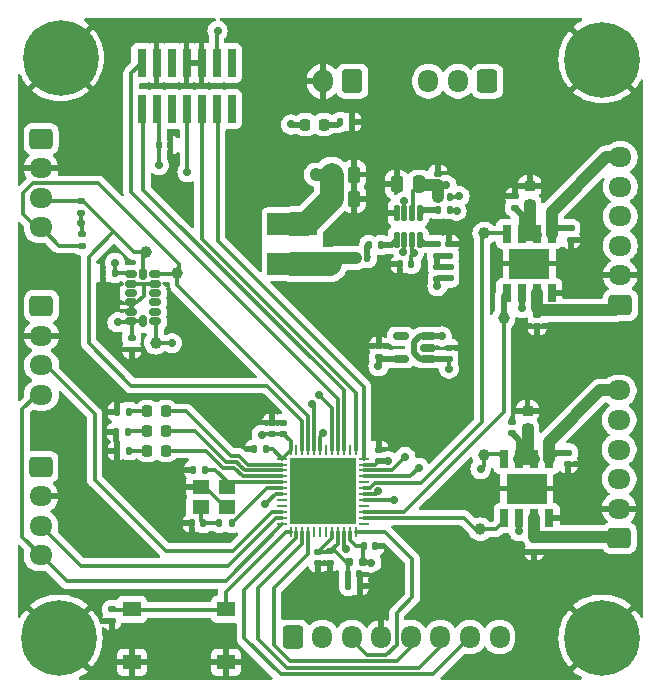
<source format=gbr>
%TF.GenerationSoftware,KiCad,Pcbnew,8.0.5*%
%TF.CreationDate,2024-10-08T13:01:26+02:00*%
%TF.ProjectId,ESE_AL8,4553455f-414c-4382-9e6b-696361645f70,rev?*%
%TF.SameCoordinates,Original*%
%TF.FileFunction,Copper,L1,Top*%
%TF.FilePolarity,Positive*%
%FSLAX46Y46*%
G04 Gerber Fmt 4.6, Leading zero omitted, Abs format (unit mm)*
G04 Created by KiCad (PCBNEW 8.0.5) date 2024-10-08 13:01:26*
%MOMM*%
%LPD*%
G01*
G04 APERTURE LIST*
G04 Aperture macros list*
%AMRoundRect*
0 Rectangle with rounded corners*
0 $1 Rounding radius*
0 $2 $3 $4 $5 $6 $7 $8 $9 X,Y pos of 4 corners*
0 Add a 4 corners polygon primitive as box body*
4,1,4,$2,$3,$4,$5,$6,$7,$8,$9,$2,$3,0*
0 Add four circle primitives for the rounded corners*
1,1,$1+$1,$2,$3*
1,1,$1+$1,$4,$5*
1,1,$1+$1,$6,$7*
1,1,$1+$1,$8,$9*
0 Add four rect primitives between the rounded corners*
20,1,$1+$1,$2,$3,$4,$5,0*
20,1,$1+$1,$4,$5,$6,$7,0*
20,1,$1+$1,$6,$7,$8,$9,0*
20,1,$1+$1,$8,$9,$2,$3,0*%
G04 Aperture macros list end*
%TA.AperFunction,SMDPad,CuDef*%
%ADD10RoundRect,0.218750X-0.218750X-0.256250X0.218750X-0.256250X0.218750X0.256250X-0.218750X0.256250X0*%
%TD*%
%TA.AperFunction,ComponentPad*%
%ADD11C,0.800000*%
%TD*%
%TA.AperFunction,ComponentPad*%
%ADD12C,6.400000*%
%TD*%
%TA.AperFunction,SMDPad,CuDef*%
%ADD13R,1.400000X1.200000*%
%TD*%
%TA.AperFunction,SMDPad,CuDef*%
%ADD14RoundRect,0.125000X-0.125000X0.537500X-0.125000X-0.537500X0.125000X-0.537500X0.125000X0.537500X0*%
%TD*%
%TA.AperFunction,SMDPad,CuDef*%
%ADD15R,4.191000X1.841500*%
%TD*%
%TA.AperFunction,SMDPad,CuDef*%
%ADD16R,1.550000X1.300000*%
%TD*%
%TA.AperFunction,SMDPad,CuDef*%
%ADD17RoundRect,0.140000X-0.140000X-0.170000X0.140000X-0.170000X0.140000X0.170000X-0.140000X0.170000X0*%
%TD*%
%TA.AperFunction,SMDPad,CuDef*%
%ADD18RoundRect,0.135000X-0.135000X-0.185000X0.135000X-0.185000X0.135000X0.185000X-0.135000X0.185000X0*%
%TD*%
%TA.AperFunction,SMDPad,CuDef*%
%ADD19RoundRect,0.150000X0.512500X0.150000X-0.512500X0.150000X-0.512500X-0.150000X0.512500X-0.150000X0*%
%TD*%
%TA.AperFunction,SMDPad,CuDef*%
%ADD20RoundRect,0.140000X0.140000X0.170000X-0.140000X0.170000X-0.140000X-0.170000X0.140000X-0.170000X0*%
%TD*%
%TA.AperFunction,SMDPad,CuDef*%
%ADD21RoundRect,0.140000X-0.170000X0.140000X-0.170000X-0.140000X0.170000X-0.140000X0.170000X0.140000X0*%
%TD*%
%TA.AperFunction,SMDPad,CuDef*%
%ADD22RoundRect,0.135000X0.135000X0.185000X-0.135000X0.185000X-0.135000X-0.185000X0.135000X-0.185000X0*%
%TD*%
%TA.AperFunction,SMDPad,CuDef*%
%ADD23RoundRect,0.135000X-0.185000X0.135000X-0.185000X-0.135000X0.185000X-0.135000X0.185000X0.135000X0*%
%TD*%
%TA.AperFunction,SMDPad,CuDef*%
%ADD24C,1.000000*%
%TD*%
%TA.AperFunction,SMDPad,CuDef*%
%ADD25RoundRect,0.140000X0.170000X-0.140000X0.170000X0.140000X-0.170000X0.140000X-0.170000X-0.140000X0*%
%TD*%
%TA.AperFunction,SMDPad,CuDef*%
%ADD26RoundRect,0.218750X0.218750X0.256250X-0.218750X0.256250X-0.218750X-0.256250X0.218750X-0.256250X0*%
%TD*%
%TA.AperFunction,SMDPad,CuDef*%
%ADD27RoundRect,0.250000X-0.250000X-0.475000X0.250000X-0.475000X0.250000X0.475000X-0.250000X0.475000X0*%
%TD*%
%TA.AperFunction,ComponentPad*%
%ADD28RoundRect,0.250000X0.725000X-0.600000X0.725000X0.600000X-0.725000X0.600000X-0.725000X-0.600000X0*%
%TD*%
%TA.AperFunction,ComponentPad*%
%ADD29O,1.950000X1.700000*%
%TD*%
%TA.AperFunction,ComponentPad*%
%ADD30RoundRect,0.250000X-0.725000X0.600000X-0.725000X-0.600000X0.725000X-0.600000X0.725000X0.600000X0*%
%TD*%
%TA.AperFunction,SMDPad,CuDef*%
%ADD31RoundRect,0.150000X-0.325000X-0.150000X0.325000X-0.150000X0.325000X0.150000X-0.325000X0.150000X0*%
%TD*%
%TA.AperFunction,SMDPad,CuDef*%
%ADD32RoundRect,0.150000X-0.150000X-0.325000X0.150000X-0.325000X0.150000X0.325000X-0.150000X0.325000X0*%
%TD*%
%TA.AperFunction,SMDPad,CuDef*%
%ADD33RoundRect,0.225000X0.250000X-0.225000X0.250000X0.225000X-0.250000X0.225000X-0.250000X-0.225000X0*%
%TD*%
%TA.AperFunction,ComponentPad*%
%ADD34RoundRect,0.250000X0.600000X0.725000X-0.600000X0.725000X-0.600000X-0.725000X0.600000X-0.725000X0*%
%TD*%
%TA.AperFunction,ComponentPad*%
%ADD35O,1.700000X1.950000*%
%TD*%
%TA.AperFunction,SMDPad,CuDef*%
%ADD36R,0.802000X1.505000*%
%TD*%
%TA.AperFunction,SMDPad,CuDef*%
%ADD37R,3.502000X2.613000*%
%TD*%
%TA.AperFunction,SMDPad,CuDef*%
%ADD38RoundRect,0.155000X-0.212500X-0.155000X0.212500X-0.155000X0.212500X0.155000X-0.212500X0.155000X0*%
%TD*%
%TA.AperFunction,SMDPad,CuDef*%
%ADD39RoundRect,0.225000X-0.250000X0.225000X-0.250000X-0.225000X0.250000X-0.225000X0.250000X0.225000X0*%
%TD*%
%TA.AperFunction,SMDPad,CuDef*%
%ADD40RoundRect,0.250000X0.250000X0.475000X-0.250000X0.475000X-0.250000X-0.475000X0.250000X-0.475000X0*%
%TD*%
%TA.AperFunction,SMDPad,CuDef*%
%ADD41RoundRect,0.135000X0.185000X-0.135000X0.185000X0.135000X-0.185000X0.135000X-0.185000X-0.135000X0*%
%TD*%
%TA.AperFunction,ComponentPad*%
%ADD42RoundRect,0.250000X-0.600000X-0.725000X0.600000X-0.725000X0.600000X0.725000X-0.600000X0.725000X0*%
%TD*%
%TA.AperFunction,ComponentPad*%
%ADD43RoundRect,0.250000X0.600000X0.750000X-0.600000X0.750000X-0.600000X-0.750000X0.600000X-0.750000X0*%
%TD*%
%TA.AperFunction,ComponentPad*%
%ADD44O,1.700000X2.000000*%
%TD*%
%TA.AperFunction,SMDPad,CuDef*%
%ADD45R,0.740000X2.400000*%
%TD*%
%TA.AperFunction,SMDPad,CuDef*%
%ADD46RoundRect,0.062500X-0.375000X-0.062500X0.375000X-0.062500X0.375000X0.062500X-0.375000X0.062500X0*%
%TD*%
%TA.AperFunction,SMDPad,CuDef*%
%ADD47RoundRect,0.062500X-0.062500X-0.375000X0.062500X-0.375000X0.062500X0.375000X-0.062500X0.375000X0*%
%TD*%
%TA.AperFunction,HeatsinkPad*%
%ADD48R,5.600000X5.600000*%
%TD*%
%TA.AperFunction,ViaPad*%
%ADD49C,0.700000*%
%TD*%
%TA.AperFunction,Conductor*%
%ADD50C,0.300000*%
%TD*%
%TA.AperFunction,Conductor*%
%ADD51C,0.500000*%
%TD*%
%TA.AperFunction,Conductor*%
%ADD52C,1.000000*%
%TD*%
%TA.AperFunction,Conductor*%
%ADD53C,2.000000*%
%TD*%
G04 APERTURE END LIST*
D10*
%TO.P,D3,1,K*%
%TO.N,/STM32/LED2*%
X141470000Y-101480000D03*
%TO.P,D3,2,A*%
%TO.N,LD2*%
X143045000Y-101480000D03*
%TD*%
D11*
%TO.P,H4,1,1*%
%TO.N,GND*%
X131600000Y-119000000D03*
X132302944Y-117302944D03*
X132302944Y-120697056D03*
X134000000Y-116600000D03*
D12*
X134000000Y-119000000D03*
D11*
X134000000Y-121400000D03*
X135697056Y-117302944D03*
X135697056Y-120697056D03*
X136400000Y-119000000D03*
%TD*%
D13*
%TO.P,Y1,1,1*%
%TO.N,OSC_IN*%
X148207500Y-106160000D03*
%TO.P,Y1,2,2*%
%TO.N,GND*%
X146007500Y-106160000D03*
%TO.P,Y1,3,3*%
%TO.N,Net-(C16-Pad1)*%
X146007500Y-107860000D03*
%TO.P,Y1,4,4*%
%TO.N,GND*%
X148207500Y-107860000D03*
%TD*%
D14*
%TO.P,IC1,1,PG*%
%TO.N,/Alimentation/pg*%
X164550000Y-83000000D03*
%TO.P,IC1,2,IN*%
%TO.N,+BATT*%
X163900000Y-83000000D03*
%TO.P,IC1,3,SW*%
%TO.N,/Alimentation/sw*%
X163250000Y-83000000D03*
%TO.P,IC1,4,GND*%
%TO.N,GND*%
X162600000Y-83000000D03*
%TO.P,IC1,5,BST*%
%TO.N,/Alimentation/bst*%
X162600000Y-85275000D03*
%TO.P,IC1,6,EN/SYNC*%
%TO.N,/Alimentation/en{slash}sync*%
X163250000Y-85275000D03*
%TO.P,IC1,7,VCC*%
%TO.N,/Alimentation/vcc*%
X163900000Y-85275000D03*
%TO.P,IC1,8,FB*%
%TO.N,/Alimentation/fb*%
X164550000Y-85275000D03*
%TD*%
D15*
%TO.P,L1,1*%
%TO.N,/Alimentation/sw*%
X153770000Y-87312750D03*
%TO.P,L1,2*%
%TO.N,+5V*%
X153770000Y-83947250D03*
%TD*%
D16*
%TO.P,SW1,1,1*%
%TO.N,/SENSORS/CHAT{slash}SOURIS*%
X140200000Y-116540000D03*
X148150000Y-116540000D03*
%TO.P,SW1,2,2*%
%TO.N,GND*%
X140200000Y-121040000D03*
X148150000Y-121040000D03*
%TD*%
D17*
%TO.P,C12,1*%
%TO.N,GND*%
X145390000Y-104740000D03*
%TO.P,C12,2*%
%TO.N,OSC_IN*%
X146350000Y-104740000D03*
%TD*%
D18*
%TO.P,R10,1*%
%TO.N,Net-(C16-Pad1)*%
X147600000Y-109260000D03*
%TO.P,R10,2*%
%TO.N,OSC_OUT*%
X148620000Y-109260000D03*
%TD*%
D19*
%TO.P,U2,1,VIN*%
%TO.N,+5V*%
X165217500Y-95337500D03*
%TO.P,U2,2,GND*%
%TO.N,GND*%
X165217500Y-94387500D03*
%TO.P,U2,3,STBY*%
%TO.N,+5V*%
X165217500Y-93437500D03*
%TO.P,U2,4,NC*%
%TO.N,unconnected-(U2-NC-Pad4)*%
X162942500Y-93437500D03*
%TO.P,U2,5,VOUT*%
%TO.N,+3.3V*%
X162942500Y-95337500D03*
%TD*%
D20*
%TO.P,C14,1*%
%TO.N,+3.3V*%
X151500000Y-102977500D03*
%TO.P,C14,2*%
%TO.N,GND*%
X150540000Y-102977500D03*
%TD*%
D10*
%TO.P,D2,1,K*%
%TO.N,/STM32/LED1*%
X141470000Y-99790000D03*
%TO.P,D2,2,A*%
%TO.N,LD1*%
X143045000Y-99790000D03*
%TD*%
D20*
%TO.P,C2,1*%
%TO.N,+3.3V*%
X138720000Y-88090000D03*
%TO.P,C2,2*%
%TO.N,GND*%
X137760000Y-88090000D03*
%TD*%
%TO.P,C5,1*%
%TO.N,/Alimentation/vcc*%
X163850000Y-87330000D03*
%TO.P,C5,2*%
%TO.N,GND*%
X162890000Y-87330000D03*
%TD*%
D21*
%TO.P,C15,1*%
%TO.N,+3.3VA*%
X155960000Y-111660000D03*
%TO.P,C15,2*%
%TO.N,GND*%
X155960000Y-112620000D03*
%TD*%
D22*
%TO.P,R13,1*%
%TO.N,/STM32/LED3*%
X139945000Y-103110000D03*
%TO.P,R13,2*%
%TO.N,GND*%
X138925000Y-103110000D03*
%TD*%
D23*
%TO.P,R1,1*%
%TO.N,/Actionneur/SCL*%
X135880000Y-82002500D03*
%TO.P,R1,2*%
%TO.N,+3.3V*%
X135880000Y-83022500D03*
%TD*%
D24*
%TO.P,TP6,1,1*%
%TO.N,/Actionneur/FWD1*%
X170020000Y-84720000D03*
%TD*%
D18*
%TO.P,R4,1*%
%TO.N,+BATT*%
X166100000Y-81640000D03*
%TO.P,R4,2*%
%TO.N,/Alimentation/en{slash}sync*%
X167120000Y-81640000D03*
%TD*%
D11*
%TO.P,H3,1,1*%
%TO.N,GND*%
X177600000Y-119000000D03*
X178302944Y-117302944D03*
X178302944Y-120697056D03*
X180000000Y-116600000D03*
D12*
X180000000Y-119000000D03*
D11*
X180000000Y-121400000D03*
X181697056Y-117302944D03*
X181697056Y-120697056D03*
X182400000Y-119000000D03*
%TD*%
D24*
%TO.P,TP4,1,1*%
%TO.N,/Actionneur/FWD2*%
X169990000Y-103520000D03*
%TD*%
D25*
%TO.P,C21,1*%
%TO.N,+3.3V*%
X161070000Y-103980000D03*
%TO.P,C21,2*%
%TO.N,GND*%
X161070000Y-103020000D03*
%TD*%
D22*
%TO.P,R12,1*%
%TO.N,/STM32/LED2*%
X139855000Y-101540000D03*
%TO.P,R12,2*%
%TO.N,GND*%
X138835000Y-101540000D03*
%TD*%
D26*
%TO.P,D1,1,K*%
%TO.N,/Alimentation/led_power*%
X156450000Y-75510000D03*
%TO.P,D1,2,A*%
%TO.N,+3.3V*%
X154875000Y-75510000D03*
%TD*%
D27*
%TO.P,C9,1*%
%TO.N,+5V*%
X157087500Y-81787500D03*
%TO.P,C9,2*%
%TO.N,GND*%
X158987500Y-81787500D03*
%TD*%
D17*
%TO.P,C20,1*%
%TO.N,NRST*%
X142460000Y-77220000D03*
%TO.P,C20,2*%
%TO.N,GND*%
X143420000Y-77220000D03*
%TD*%
D22*
%TO.P,R6,1*%
%TO.N,/Alimentation/bst*%
X161270000Y-85710000D03*
%TO.P,R6,2*%
%TO.N,Net-(C6-Pad1)*%
X160250000Y-85710000D03*
%TD*%
D21*
%TO.P,C7,1*%
%TO.N,Net-(C7-Pad1)*%
X167090000Y-87570000D03*
%TO.P,C7,2*%
%TO.N,+5V*%
X167090000Y-88530000D03*
%TD*%
D28*
%TO.P,J4,1,Pin_1*%
%TO.N,/Actionneur/MOTEUR1-*%
X181540000Y-90770000D03*
D29*
%TO.P,J4,2,Pin_2*%
%TO.N,GND*%
X181540000Y-88270000D03*
%TO.P,J4,3,Pin_3*%
%TO.N,/SENSORS/PHASE_A1*%
X181540000Y-85770000D03*
%TO.P,J4,4,Pin_4*%
%TO.N,/SENSORS/PHASE_B1*%
X181540000Y-83270000D03*
%TO.P,J4,5,Pin_5*%
%TO.N,+3.3V*%
X181540000Y-80770000D03*
%TO.P,J4,6,Pin_6*%
%TO.N,/Actionneur/MOTEUR1+*%
X181540000Y-78270000D03*
%TD*%
D24*
%TO.P,TP7,1,1*%
%TO.N,/Actionneur/REV1*%
X171660000Y-91880000D03*
%TD*%
D30*
%TO.P,J1,1,Pin_1*%
%TO.N,+3.3V*%
X132530000Y-90880000D03*
D29*
%TO.P,J1,2,Pin_2*%
%TO.N,GND*%
X132530000Y-93380000D03*
%TO.P,J1,3,Pin_3*%
%TO.N,/SENSORS/CB_OUT1*%
X132530000Y-95880000D03*
%TO.P,J1,4,Pin_4*%
%TO.N,/SENSORS/CB_IN*%
X132530000Y-98380000D03*
%TD*%
D21*
%TO.P,C201,1*%
%TO.N,/SENSORS/CHAT{slash}SOURIS*%
X138470000Y-116540000D03*
%TO.P,C201,2*%
%TO.N,GND*%
X138470000Y-117500000D03*
%TD*%
D27*
%TO.P,C8,1*%
%TO.N,+5V*%
X157087500Y-79737500D03*
%TO.P,C8,2*%
%TO.N,GND*%
X158987500Y-79737500D03*
%TD*%
D28*
%TO.P,J5,1,Pin_1*%
%TO.N,/Actionneur/MOTEUR2-*%
X181440000Y-110520000D03*
D29*
%TO.P,J5,2,Pin_2*%
%TO.N,GND*%
X181440000Y-108020000D03*
%TO.P,J5,3,Pin_3*%
%TO.N,/SENSORS/PHASE_A2*%
X181440000Y-105520000D03*
%TO.P,J5,4,Pin_4*%
%TO.N,/SENSORS/PHASE_B2*%
X181440000Y-103020000D03*
%TO.P,J5,5,Pin_5*%
%TO.N,+3.3V*%
X181440000Y-100520000D03*
%TO.P,J5,6,Pin_6*%
%TO.N,/Actionneur/MOTEUR2+*%
X181440000Y-98020000D03*
%TD*%
D31*
%TO.P,U1,1,Vdd_I/O*%
%TO.N,+3.3V*%
X140150000Y-88170000D03*
%TO.P,U1,2,GND*%
%TO.N,GND*%
X140150000Y-88970000D03*
%TO.P,U1,3,RES*%
%TO.N,unconnected-(U1-RES-Pad3)*%
X140150000Y-89770000D03*
%TO.P,U1,4,GND*%
%TO.N,GND*%
X140150000Y-90570000D03*
%TO.P,U1,5,GND*%
X140150000Y-91370000D03*
%TO.P,U1,6,Vs*%
%TO.N,+3.3V*%
X140150000Y-92170000D03*
D32*
%TO.P,U1,7,~{CS}*%
X141150000Y-92170000D03*
D31*
%TO.P,U1,8,INT1*%
%TO.N,/SENSORS/INT1_ACCELERO*%
X142150000Y-92170000D03*
%TO.P,U1,9,INT2*%
%TO.N,unconnected-(U1-INT2-Pad9)*%
X142150000Y-91370000D03*
%TO.P,U1,10,NC*%
%TO.N,unconnected-(U1-NC-Pad10)*%
X142150000Y-90570000D03*
%TO.P,U1,11,RES*%
%TO.N,unconnected-(U1-RES-Pad11)*%
X142150000Y-89770000D03*
%TO.P,U1,12,SDO/ADDR*%
%TO.N,GND*%
X142150000Y-88970000D03*
%TO.P,U1,13,SDA/SDI/SDIO*%
%TO.N,/Actionneur/SDA*%
X142150000Y-88170000D03*
D32*
%TO.P,U1,14,SCL/SCLK*%
%TO.N,/Actionneur/SCL*%
X141150000Y-88170000D03*
%TD*%
D33*
%TO.P,C28,1*%
%TO.N,+BATT*%
X173680000Y-101320000D03*
%TO.P,C28,2*%
%TO.N,GND*%
X173680000Y-99770000D03*
%TD*%
D34*
%TO.P,SW2,1,C*%
%TO.N,unconnected-(SW2-C-Pad1)*%
X170290000Y-71830000D03*
D35*
%TO.P,SW2,2,B*%
%TO.N,+BATT*%
X167790000Y-71830000D03*
%TO.P,SW2,3,A*%
%TO.N,+7.2V*%
X165290000Y-71830000D03*
%TD*%
D36*
%TO.P,U4,1,OUT1*%
%TO.N,/Actionneur/MOTEUR2+*%
X175517500Y-103822500D03*
%TO.P,U4,2,VM*%
%TO.N,+BATT*%
X174247500Y-103822500D03*
%TO.P,U4,3,VDD*%
X172977500Y-103822500D03*
%TO.P,U4,4,FWD*%
%TO.N,/Actionneur/FWD2*%
X171707500Y-103822500D03*
%TO.P,U4,5,REV*%
%TO.N,/Actionneur/REV2*%
X171707500Y-108817500D03*
%TO.P,U4,6,VREF*%
%TO.N,+BATT*%
X172977500Y-108817500D03*
%TO.P,U4,7,OUT2*%
%TO.N,/Actionneur/MOTEUR2-*%
X174247500Y-108817500D03*
%TO.P,U4,8,GND*%
%TO.N,GND*%
X175517500Y-108817500D03*
D37*
%TO.P,U4,9,GND*%
X173612500Y-106320000D03*
%TD*%
D20*
%TO.P,C16,1*%
%TO.N,Net-(C16-Pad1)*%
X146225000Y-109260000D03*
%TO.P,C16,2*%
%TO.N,GND*%
X145265000Y-109260000D03*
%TD*%
D23*
%TO.P,R7,1*%
%TO.N,/Alimentation/fb*%
X165995000Y-85597500D03*
%TO.P,R7,2*%
%TO.N,Net-(C7-Pad1)*%
X165995000Y-86617500D03*
%TD*%
D18*
%TO.P,R3,1*%
%TO.N,/Alimentation/led_power*%
X157830000Y-75290000D03*
%TO.P,R3,2*%
%TO.N,GND*%
X158850000Y-75290000D03*
%TD*%
D38*
%TO.P,L2,1*%
%TO.N,+3.3VA*%
X158575000Y-112580000D03*
%TO.P,L2,2*%
%TO.N,+3.3V*%
X159710000Y-112580000D03*
%TD*%
D17*
%TO.P,C18,1*%
%TO.N,+3.3VA*%
X158500000Y-114580000D03*
%TO.P,C18,2*%
%TO.N,GND*%
X159460000Y-114580000D03*
%TD*%
D25*
%TO.P,C29,1*%
%TO.N,+BATT*%
X172400000Y-101610000D03*
%TO.P,C29,2*%
%TO.N,GND*%
X172400000Y-100650000D03*
%TD*%
D24*
%TO.P,TP1,1,1*%
%TO.N,/Actionneur/SCL*%
X141340000Y-86310000D03*
%TD*%
D39*
%TO.P,C30,1*%
%TO.N,GND*%
X173880000Y-80730000D03*
%TO.P,C30,2*%
%TO.N,+BATT*%
X173880000Y-82280000D03*
%TD*%
D40*
%TO.P,C3,1*%
%TO.N,+BATT*%
X164510000Y-80570000D03*
%TO.P,C3,2*%
%TO.N,GND*%
X162610000Y-80570000D03*
%TD*%
D25*
%TO.P,C11,1*%
%TO.N,+3.3V*%
X161100000Y-95220000D03*
%TO.P,C11,2*%
%TO.N,GND*%
X161100000Y-94260000D03*
%TD*%
D21*
%TO.P,C24,1*%
%TO.N,/Actionneur/MOTEUR2-*%
X174250000Y-110700000D03*
%TO.P,C24,2*%
%TO.N,GND*%
X174250000Y-111660000D03*
%TD*%
%TO.P,C31,1*%
%TO.N,GND*%
X172600000Y-81590000D03*
%TO.P,C31,2*%
%TO.N,+BATT*%
X172600000Y-82550000D03*
%TD*%
D17*
%TO.P,C19,1*%
%TO.N,+3.3V*%
X159810000Y-111220000D03*
%TO.P,C19,2*%
%TO.N,GND*%
X160770000Y-111220000D03*
%TD*%
D24*
%TO.P,TP5,1,1*%
%TO.N,/Actionneur/REV2*%
X169670000Y-109780000D03*
%TD*%
D30*
%TO.P,J8,1,Pin_1*%
%TO.N,+3.3V*%
X132500000Y-76710000D03*
D29*
%TO.P,J8,2,Pin_2*%
%TO.N,GND*%
X132500000Y-79210000D03*
%TO.P,J8,3,Pin_3*%
%TO.N,/Actionneur/SCL*%
X132500000Y-81710000D03*
%TO.P,J8,4,Pin_4*%
%TO.N,/Actionneur/SDA*%
X132500000Y-84210000D03*
%TD*%
D36*
%TO.P,U5,1,OUT1*%
%TO.N,/Actionneur/MOTEUR1+*%
X175730000Y-84775000D03*
%TO.P,U5,2,VM*%
%TO.N,+BATT*%
X174460000Y-84775000D03*
%TO.P,U5,3,VDD*%
X173190000Y-84775000D03*
%TO.P,U5,4,FWD*%
%TO.N,/Actionneur/FWD1*%
X171920000Y-84775000D03*
%TO.P,U5,5,REV*%
%TO.N,/Actionneur/REV1*%
X171920000Y-89770000D03*
%TO.P,U5,6,VREF*%
%TO.N,+BATT*%
X173190000Y-89770000D03*
%TO.P,U5,7,OUT2*%
%TO.N,/Actionneur/MOTEUR1-*%
X174460000Y-89770000D03*
%TO.P,U5,8,GND*%
%TO.N,GND*%
X175730000Y-89770000D03*
D37*
%TO.P,U5,9,GND*%
X173825000Y-87272500D03*
%TD*%
D25*
%TO.P,C4,1*%
%TO.N,+BATT*%
X166080000Y-80610000D03*
%TO.P,C4,2*%
%TO.N,GND*%
X166080000Y-79650000D03*
%TD*%
%TO.P,C25,1*%
%TO.N,GND*%
X177140000Y-104250000D03*
%TO.P,C25,2*%
%TO.N,/Actionneur/MOTEUR2+*%
X177140000Y-103290000D03*
%TD*%
D10*
%TO.P,D4,1,K*%
%TO.N,/STM32/LED3*%
X141490000Y-103110000D03*
%TO.P,D4,2,A*%
%TO.N,LD3*%
X143065000Y-103110000D03*
%TD*%
D25*
%TO.P,C27,1*%
%TO.N,GND*%
X177330000Y-85250000D03*
%TO.P,C27,2*%
%TO.N,/Actionneur/MOTEUR1+*%
X177330000Y-84290000D03*
%TD*%
%TO.P,C13,1*%
%TO.N,+3.3V*%
X152020000Y-101737500D03*
%TO.P,C13,2*%
%TO.N,GND*%
X152020000Y-100777500D03*
%TD*%
D41*
%TO.P,R2,2*%
%TO.N,+3.3V*%
X135920000Y-84730000D03*
%TO.P,R2,1*%
%TO.N,/Actionneur/SDA*%
X135920000Y-85750000D03*
%TD*%
D22*
%TO.P,R5,1*%
%TO.N,/Alimentation/vcc*%
X167090000Y-82700000D03*
%TO.P,R5,2*%
%TO.N,/Alimentation/pg*%
X166070000Y-82700000D03*
%TD*%
D24*
%TO.P,TP3,1,1*%
%TO.N,/SENSORS/INT1_ACCELERO*%
X142210000Y-93980000D03*
%TD*%
D30*
%TO.P,J2,1,Pin_1*%
%TO.N,+3.3V*%
X132490000Y-104490000D03*
D29*
%TO.P,J2,2,Pin_2*%
%TO.N,GND*%
X132490000Y-106990000D03*
%TO.P,J2,3,Pin_3*%
%TO.N,/SENSORS/CB_OUT2*%
X132490000Y-109490000D03*
%TO.P,J2,4,Pin_4*%
%TO.N,/SENSORS/CB_IN*%
X132490000Y-111990000D03*
%TD*%
D42*
%TO.P,J3,1,Pin_1*%
%TO.N,+5V*%
X153810000Y-118890000D03*
D35*
%TO.P,J3,2,Pin_2*%
%TO.N,/SENSORS/TX_LIDAR*%
X156310000Y-118890000D03*
%TO.P,J3,3,Pin_3*%
%TO.N,/SENSORS/RX_LIDAR*%
X158810000Y-118890000D03*
%TO.P,J3,4,Pin_4*%
%TO.N,GND*%
X161310000Y-118890000D03*
%TO.P,J3,5,Pin_5*%
%TO.N,/SENSORS/M_EN_LIDAR*%
X163810000Y-118890000D03*
%TO.P,J3,6,Pin_6*%
%TO.N,/SENSORS/DEV_EN_LIDAR*%
X166310000Y-118890000D03*
%TO.P,J3,7,Pin_7*%
%TO.N,/SENSORS/M_SCTR_LIDAR*%
X168810000Y-118890000D03*
%TO.P,J3,8,Pin_8*%
%TO.N,unconnected-(J3-Pin_8-Pad8)*%
X171310000Y-118890000D03*
%TD*%
D21*
%TO.P,C23,1*%
%TO.N,+3.3VA*%
X156960000Y-111640000D03*
%TO.P,C23,2*%
%TO.N,GND*%
X156960000Y-112600000D03*
%TD*%
D41*
%TO.P,R8,1*%
%TO.N,Net-(C7-Pad1)*%
X167065000Y-86630000D03*
%TO.P,R8,2*%
%TO.N,GND*%
X167065000Y-85610000D03*
%TD*%
D11*
%TO.P,H2,1,1*%
%TO.N,GND*%
X177600000Y-70000000D03*
X178302944Y-68302944D03*
X178302944Y-71697056D03*
X180000000Y-67600000D03*
D12*
X180000000Y-70000000D03*
D11*
X180000000Y-72400000D03*
X181697056Y-68302944D03*
X181697056Y-71697056D03*
X182400000Y-70000000D03*
%TD*%
D43*
%TO.P,J6,1,Pin_1*%
%TO.N,+7.2V*%
X158860000Y-71840000D03*
D44*
%TO.P,J6,2,Pin_2*%
%TO.N,GND*%
X156360000Y-71840000D03*
%TD*%
D45*
%TO.P,J7,1,NC*%
%TO.N,unconnected-(J7-NC-Pad1)*%
X148620000Y-70290000D03*
%TO.P,J7,2,NC*%
%TO.N,unconnected-(J7-NC-Pad2)*%
X148620000Y-74190000D03*
%TO.P,J7,3,VCC*%
%TO.N,+3.3V*%
X147350000Y-70290000D03*
%TO.P,J7,4,JTMS/SWDIO*%
%TO.N,SWDIO*%
X147350000Y-74190000D03*
%TO.P,J7,5,GND*%
%TO.N,GND*%
X146080000Y-70290000D03*
%TO.P,J7,6,JCLK/SWCLK*%
%TO.N,SWCLK*%
X146080000Y-74190000D03*
%TO.P,J7,7,GND*%
%TO.N,GND*%
X144810000Y-70290000D03*
%TO.P,J7,8,JTDO/SWO*%
%TO.N,SWO*%
X144810000Y-74190000D03*
%TO.P,J7,9,JRCLK/NC*%
%TO.N,unconnected-(J7-JRCLK{slash}NC-Pad9)*%
X143540000Y-70290000D03*
%TO.P,J7,10,JTDI/NC*%
%TO.N,unconnected-(J7-JTDI{slash}NC-Pad10)*%
X143540000Y-74190000D03*
%TO.P,J7,11,GNDDetect*%
%TO.N,GND*%
X142270000Y-70290000D03*
%TO.P,J7,12,~{RST}*%
%TO.N,NRST*%
X142270000Y-74190000D03*
%TO.P,J7,13,VCP_RX*%
%TO.N,RX_SWD*%
X141000000Y-70290000D03*
%TO.P,J7,14,VCP_TX*%
%TO.N,TX_SWD*%
X141000000Y-74190000D03*
%TD*%
D22*
%TO.P,R11,1*%
%TO.N,/STM32/LED1*%
X139925000Y-99810000D03*
%TO.P,R11,2*%
%TO.N,GND*%
X138905000Y-99810000D03*
%TD*%
D21*
%TO.P,C26,1*%
%TO.N,/Actionneur/MOTEUR1-*%
X174500000Y-91620000D03*
%TO.P,C26,2*%
%TO.N,GND*%
X174500000Y-92580000D03*
%TD*%
%TO.P,C1,1*%
%TO.N,+3.3V*%
X140160000Y-93592500D03*
%TO.P,C1,2*%
%TO.N,GND*%
X140160000Y-94552500D03*
%TD*%
D25*
%TO.P,C17,1*%
%TO.N,+3.3V*%
X153020000Y-101737500D03*
%TO.P,C17,2*%
%TO.N,GND*%
X153020000Y-100777500D03*
%TD*%
%TO.P,C10,1*%
%TO.N,+5V*%
X167020000Y-95360000D03*
%TO.P,C10,2*%
%TO.N,GND*%
X167020000Y-94400000D03*
%TD*%
D46*
%TO.P,U3,1,VBAT*%
%TO.N,+3.3V*%
X152932500Y-103790000D03*
%TO.P,U3,2,PC13*%
%TO.N,LD1*%
X152932500Y-104290000D03*
%TO.P,U3,3,PC14*%
%TO.N,LD2*%
X152932500Y-104790000D03*
%TO.P,U3,4,PC15*%
%TO.N,LD3*%
X152932500Y-105290000D03*
%TO.P,U3,5,PF0*%
%TO.N,OSC_IN*%
X152932500Y-105790000D03*
%TO.P,U3,6,PF1*%
%TO.N,OSC_OUT*%
X152932500Y-106290000D03*
%TO.P,U3,7,PG10*%
%TO.N,NRST*%
X152932500Y-106790000D03*
%TO.P,U3,8,PA0*%
%TO.N,unconnected-(U3-PA0-Pad8)*%
X152932500Y-107290000D03*
%TO.P,U3,9,PA1*%
%TO.N,unconnected-(U3-PA1-Pad9)*%
X152932500Y-107790000D03*
%TO.P,U3,10,PA2*%
%TO.N,/SENSORS/CB_OUT1*%
X152932500Y-108290000D03*
%TO.P,U3,11,PA3*%
%TO.N,/SENSORS/CB_OUT2*%
X152932500Y-108790000D03*
%TO.P,U3,12,PA4*%
%TO.N,/SENSORS/CB_IN*%
X152932500Y-109290000D03*
D47*
%TO.P,U3,13,PA5*%
%TO.N,/SENSORS/CHAT{slash}SOURIS*%
X153620000Y-109977500D03*
%TO.P,U3,14,PA6*%
%TO.N,/SENSORS/M_SCTR_LIDAR*%
X154120000Y-109977500D03*
%TO.P,U3,15,PA7*%
%TO.N,/SENSORS/DEV_EN_LIDAR*%
X154620000Y-109977500D03*
%TO.P,U3,16,PC4*%
%TO.N,/SENSORS/M_EN_LIDAR*%
X155120000Y-109977500D03*
%TO.P,U3,17,PB0*%
%TO.N,unconnected-(U3-PB0-Pad17)*%
X155620000Y-109977500D03*
%TO.P,U3,18,PB1*%
%TO.N,unconnected-(U3-PB1-Pad18)*%
X156120000Y-109977500D03*
%TO.P,U3,19,PB2*%
%TO.N,unconnected-(U3-PB2-Pad19)*%
X156620000Y-109977500D03*
%TO.P,U3,20,VREF+*%
%TO.N,+3.3VA*%
X157120000Y-109977500D03*
%TO.P,U3,21,VDDA*%
X157620000Y-109977500D03*
%TO.P,U3,22,PB10*%
%TO.N,/SENSORS/TX_LIDAR*%
X158120000Y-109977500D03*
%TO.P,U3,23,VDD*%
%TO.N,+3.3V*%
X158620000Y-109977500D03*
%TO.P,U3,24,PB11*%
%TO.N,/SENSORS/RX_LIDAR*%
X159120000Y-109977500D03*
D46*
%TO.P,U3,25,PB12*%
%TO.N,unconnected-(U3-PB12-Pad25)*%
X159807500Y-109290000D03*
%TO.P,U3,26,PB13*%
%TO.N,/Actionneur/REV2*%
X159807500Y-108790000D03*
%TO.P,U3,27,PB14*%
%TO.N,/Actionneur/REV1*%
X159807500Y-108290000D03*
%TO.P,U3,28,PB15*%
%TO.N,unconnected-(U3-PB15-Pad28)*%
X159807500Y-107790000D03*
%TO.P,U3,29,PC6*%
%TO.N,/SENSORS/PHASE_B2*%
X159807500Y-107290000D03*
%TO.P,U3,30,PA8*%
%TO.N,/Actionneur/FWD2*%
X159807500Y-106790000D03*
%TO.P,U3,31,PA9*%
%TO.N,/Actionneur/FWD1*%
X159807500Y-106290000D03*
%TO.P,U3,32,PA10*%
%TO.N,unconnected-(U3-PA10-Pad32)*%
X159807500Y-105790000D03*
%TO.P,U3,33,PA11*%
%TO.N,/SENSORS/PHASE_B1*%
X159807500Y-105290000D03*
%TO.P,U3,34,PA12*%
%TO.N,/SENSORS/PHASE_A1*%
X159807500Y-104790000D03*
%TO.P,U3,35,VDD*%
%TO.N,+3.3V*%
X159807500Y-104290000D03*
%TO.P,U3,36,PA13*%
%TO.N,SWDIO*%
X159807500Y-103790000D03*
D47*
%TO.P,U3,37,PA14*%
%TO.N,SWCLK*%
X159120000Y-103102500D03*
%TO.P,U3,38,PA15*%
%TO.N,unconnected-(U3-PA15-Pad38)*%
X158620000Y-103102500D03*
%TO.P,U3,39,PC10*%
%TO.N,TX_SWD*%
X158120000Y-103102500D03*
%TO.P,U3,40,PC11*%
%TO.N,RX_SWD*%
X157620000Y-103102500D03*
%TO.P,U3,41,PB3*%
%TO.N,SWO*%
X157120000Y-103102500D03*
%TO.P,U3,42,PB4*%
%TO.N,unconnected-(U3-PB4-Pad42)*%
X156620000Y-103102500D03*
%TO.P,U3,43,PB5*%
%TO.N,/SENSORS/PHASE_A2*%
X156120000Y-103102500D03*
%TO.P,U3,44,PB6*%
%TO.N,/SENSORS/INT1_ACCELERO*%
X155620000Y-103102500D03*
%TO.P,U3,45,PB7*%
%TO.N,/Actionneur/SDA*%
X155120000Y-103102500D03*
%TO.P,U3,46,PB8*%
%TO.N,/Actionneur/SCL*%
X154620000Y-103102500D03*
%TO.P,U3,47,PB9*%
%TO.N,unconnected-(U3-PB9-Pad47)*%
X154120000Y-103102500D03*
%TO.P,U3,48,VDD*%
%TO.N,+3.3V*%
X153620000Y-103102500D03*
D48*
%TO.P,U3,49,VSS*%
%TO.N,GND*%
X156370000Y-106540000D03*
%TD*%
D11*
%TO.P,H1,1,1*%
%TO.N,GND*%
X131740000Y-69840000D03*
X132442944Y-68142944D03*
X132442944Y-71537056D03*
X134140000Y-67440000D03*
D12*
X134140000Y-69840000D03*
D11*
X134140000Y-72240000D03*
X135837056Y-68142944D03*
X135837056Y-71537056D03*
X136540000Y-69840000D03*
%TD*%
D24*
%TO.P,TP2,1,1*%
%TO.N,/Actionneur/SDA*%
X144040000Y-88040000D03*
%TD*%
D20*
%TO.P,C6,1*%
%TO.N,Net-(C6-Pad1)*%
X160130000Y-86820000D03*
%TO.P,C6,2*%
%TO.N,/Alimentation/sw*%
X159170000Y-86820000D03*
%TD*%
D17*
%TO.P,C22,1*%
%TO.N,+3.3VA*%
X158480000Y-113580000D03*
%TO.P,C22,2*%
%TO.N,GND*%
X159440000Y-113580000D03*
%TD*%
D23*
%TO.P,R9,1*%
%TO.N,Net-(C7-Pad1)*%
X166050000Y-87530000D03*
%TO.P,R9,2*%
%TO.N,+5V*%
X166050000Y-88550000D03*
%TD*%
D49*
%TO.N,+3.3V*%
X151170000Y-101780000D03*
X147440000Y-67560000D03*
%TO.N,GND*%
X143280000Y-81550000D03*
%TO.N,+3.3V*%
X138970000Y-92260000D03*
X138760000Y-87210000D03*
%TO.N,GND*%
X147900000Y-96200000D03*
%TO.N,+3.3V*%
X135870000Y-83880000D03*
X153640000Y-75500000D03*
%TO.N,GND*%
X156370000Y-106540000D03*
%TO.N,+3.3V*%
X160460000Y-112590000D03*
X161910000Y-104030000D03*
X161060000Y-95960000D03*
%TO.N,NRST*%
X151490000Y-107650000D03*
X142480000Y-78940000D03*
%TO.N,SWO*%
X156030000Y-98430000D03*
X144890000Y-79540000D03*
%TO.N,/SENSORS/TX_LIDAR*%
X158300000Y-111470000D03*
%TO.N,/SENSORS/PHASE_A1*%
X163340000Y-103660000D03*
%TO.N,/SENSORS/PHASE_B1*%
X164480000Y-104560000D03*
%TO.N,/SENSORS/PHASE_B2*%
X162380000Y-107310000D03*
%TO.N,/SENSORS/PHASE_A2*%
X156400000Y-101640000D03*
%TO.N,/SENSORS/INT1_ACCELERO*%
X155430000Y-99200000D03*
X143590000Y-94030000D03*
%TO.N,/Actionneur/FWD2*%
X169700000Y-104670000D03*
X161045023Y-106565023D03*
%TO.N,+BATT*%
X173190000Y-91030000D03*
X173680000Y-102360000D03*
X172950000Y-109930000D03*
X173880000Y-83340000D03*
X166820000Y-80650000D03*
%TO.N,/Alimentation/vcc*%
X167670000Y-82800000D03*
X164064199Y-86383239D03*
%TO.N,/Alimentation/sw*%
X157230000Y-86730000D03*
X163250000Y-81970000D03*
X157230000Y-87620000D03*
%TO.N,+5V*%
X166050000Y-89200000D03*
X167020000Y-96170000D03*
X166440000Y-93450000D03*
X155760000Y-79720000D03*
%TO.N,/Alimentation/en{slash}sync*%
X163166012Y-86326147D03*
X167920000Y-81580000D03*
%TD*%
D50*
%TO.N,+3.3V*%
X151212500Y-101737500D02*
X151170000Y-101780000D01*
X152020000Y-101737500D02*
X151212500Y-101737500D01*
%TO.N,LD1*%
X149994213Y-104290000D02*
X152932500Y-104290000D01*
X144790000Y-99790000D02*
X148580000Y-103580000D01*
X143045000Y-99790000D02*
X144790000Y-99790000D01*
X148580000Y-103580000D02*
X149284213Y-103580000D01*
X149284213Y-103580000D02*
X149994213Y-104290000D01*
%TO.N,LD2*%
X145537106Y-101480000D02*
X143045000Y-101480000D01*
X149077107Y-104080000D02*
X148137106Y-104080000D01*
X149370000Y-104372893D02*
X149077107Y-104080000D01*
X149787106Y-104790000D02*
X149370000Y-104372893D01*
X148137106Y-104080000D02*
X145537106Y-101480000D01*
X152932500Y-104790000D02*
X149787106Y-104790000D01*
%TO.N,LD3*%
X146460000Y-103110000D02*
X143065000Y-103110000D01*
X148870000Y-104580000D02*
X147930000Y-104580000D01*
X147930000Y-104580000D02*
X146460000Y-103110000D01*
X152932500Y-105290000D02*
X149580000Y-105290000D01*
X149580000Y-105290000D02*
X148870000Y-104580000D01*
%TO.N,OSC_IN*%
X148207500Y-105707500D02*
X148207500Y-106160000D01*
X147240000Y-104740000D02*
X148207500Y-105707500D01*
X146350000Y-104740000D02*
X147240000Y-104740000D01*
X146370000Y-104760000D02*
X146350000Y-104740000D01*
%TO.N,GND*%
X141170000Y-90024999D02*
X141170000Y-88995000D01*
X140150000Y-90570000D02*
X140624999Y-90570000D01*
X140624999Y-90570000D02*
X141170000Y-90024999D01*
X141170000Y-88995000D02*
X142125000Y-88995000D01*
X140175000Y-88995000D02*
X141170000Y-88995000D01*
X140150000Y-88970000D02*
X140175000Y-88995000D01*
X142125000Y-88995000D02*
X142150000Y-88970000D01*
%TO.N,+3.3V*%
X147350000Y-67650000D02*
X147440000Y-67560000D01*
X147350000Y-70290000D02*
X147350000Y-67650000D01*
%TO.N,RX_SWD*%
X140120000Y-81220000D02*
X140120000Y-71170000D01*
X157620000Y-98720000D02*
X140120000Y-81220000D01*
X157620000Y-103102500D02*
X157620000Y-98720000D01*
X140120000Y-71170000D02*
X141000000Y-70290000D01*
%TO.N,TX_SWD*%
X141120000Y-74310000D02*
X141000000Y-74190000D01*
X141120000Y-81020000D02*
X141120000Y-74310000D01*
X158120000Y-98020000D02*
X141120000Y-81020000D01*
X158120000Y-103102500D02*
X158120000Y-98020000D01*
%TO.N,NRST*%
X142470000Y-74390000D02*
X142270000Y-74190000D01*
X142470000Y-76210000D02*
X142470000Y-74390000D01*
X142480000Y-76220000D02*
X142470000Y-76210000D01*
X142480000Y-78940000D02*
X142480000Y-76220000D01*
%TO.N,SWDIO*%
X147440000Y-74280000D02*
X147350000Y-74190000D01*
X147440000Y-85370000D02*
X147440000Y-74280000D01*
X159807500Y-97737500D02*
X147440000Y-85370000D01*
X159807500Y-103790000D02*
X159807500Y-97737500D01*
%TO.N,SWCLK*%
X146080000Y-85190000D02*
X159120000Y-98230000D01*
X159120000Y-98230000D02*
X159120000Y-103102500D01*
X146080000Y-74190000D02*
X146080000Y-85190000D01*
%TO.N,SWO*%
X144890000Y-74270000D02*
X144890000Y-79540000D01*
X144810000Y-74190000D02*
X144890000Y-74270000D01*
%TO.N,+3.3V*%
X138970000Y-92260000D02*
X140060000Y-92260000D01*
X140060000Y-92260000D02*
X140150000Y-92170000D01*
X140150000Y-92170000D02*
X141150000Y-92170000D01*
X140160000Y-92180000D02*
X140150000Y-92170000D01*
X140160000Y-93592500D02*
X140160000Y-92180000D01*
X140070000Y-88090000D02*
X140150000Y-88170000D01*
X138720000Y-88090000D02*
X140070000Y-88090000D01*
X138760000Y-88050000D02*
X138720000Y-88090000D01*
X138760000Y-87210000D02*
X138760000Y-88050000D01*
%TO.N,/Actionneur/SCL*%
X136530000Y-86720000D02*
X138525000Y-84725000D01*
X140140000Y-97620000D02*
X136530000Y-94010000D01*
X136530000Y-94010000D02*
X136530000Y-86720000D01*
X151610000Y-97620000D02*
X140140000Y-97620000D01*
X154620000Y-100630000D02*
X151610000Y-97620000D01*
X154620000Y-103102500D02*
X154620000Y-100630000D01*
%TO.N,+3.3V*%
X135870000Y-83032500D02*
X135880000Y-83022500D01*
X135870000Y-83880000D02*
X135870000Y-83032500D01*
X135920000Y-83930000D02*
X135870000Y-83880000D01*
X135920000Y-84730000D02*
X135920000Y-83930000D01*
%TO.N,/Actionneur/SDA*%
X134040000Y-85750000D02*
X132500000Y-84210000D01*
X135920000Y-85750000D02*
X134040000Y-85750000D01*
%TO.N,GND*%
X146407500Y-106160000D02*
X146007500Y-106160000D01*
X148207500Y-107860000D02*
X148107500Y-107860000D01*
X148107500Y-107860000D02*
X146407500Y-106160000D01*
D51*
%TO.N,+3.3VA*%
X158480000Y-114560000D02*
X158500000Y-114580000D01*
X158480000Y-113580000D02*
X158480000Y-114560000D01*
%TO.N,+3.3V*%
X153650000Y-75510000D02*
X153640000Y-75500000D01*
X154875000Y-75510000D02*
X153650000Y-75510000D01*
%TO.N,/Alimentation/led_power*%
X156450000Y-75510000D02*
X157610000Y-75510000D01*
X157610000Y-75510000D02*
X157830000Y-75290000D01*
%TO.N,/Alimentation/pg*%
X164900000Y-82700000D02*
X164600000Y-83000000D01*
X166070000Y-82700000D02*
X164900000Y-82700000D01*
D50*
%TO.N,/SENSORS/CHAT{slash}SOURIS*%
X148090000Y-116600000D02*
X148150000Y-116540000D01*
X138530000Y-116600000D02*
X148090000Y-116600000D01*
X138470000Y-116540000D02*
X138530000Y-116600000D01*
X153252500Y-109977500D02*
X153620000Y-109977500D01*
X148150000Y-115080000D02*
X153252500Y-109977500D01*
X148150000Y-116540000D02*
X148150000Y-115080000D01*
D52*
%TO.N,/Actionneur/MOTEUR2+*%
X175517500Y-102342500D02*
X179840000Y-98020000D01*
D51*
X177140000Y-103290000D02*
X176050000Y-103290000D01*
X176050000Y-103290000D02*
X175517500Y-103822500D01*
%TO.N,/Actionneur/MOTEUR1+*%
X176215000Y-84290000D02*
X175730000Y-84775000D01*
X177330000Y-84290000D02*
X176215000Y-84290000D01*
D52*
X180360000Y-78270000D02*
X181540000Y-78270000D01*
X175730000Y-82900000D02*
X180360000Y-78270000D01*
X175730000Y-84775000D02*
X175730000Y-82900000D01*
D50*
%TO.N,GND*%
X148207500Y-107860000D02*
X148530000Y-107860000D01*
%TO.N,OSC_IN*%
X148577500Y-105790000D02*
X148207500Y-106160000D01*
X152932500Y-105790000D02*
X148577500Y-105790000D01*
%TO.N,+3.3V*%
X151500000Y-102977500D02*
X152120000Y-102977500D01*
X152932500Y-103790000D02*
X153620000Y-103102500D01*
D51*
X161070000Y-103980000D02*
X161860000Y-103980000D01*
D50*
X159150000Y-111190000D02*
X158620000Y-110660000D01*
D51*
X161100000Y-95220000D02*
X161100000Y-95920000D01*
D50*
X159710000Y-111320000D02*
X159810000Y-111220000D01*
X160760000Y-104290000D02*
X161070000Y-103980000D01*
X153620000Y-103102500D02*
X153620000Y-102337500D01*
X152120000Y-102977500D02*
X152932500Y-103790000D01*
X159807500Y-104290000D02*
X160760000Y-104290000D01*
X159710000Y-112580000D02*
X160450000Y-112580000D01*
X159710000Y-112580000D02*
X159710000Y-111320000D01*
X153620000Y-102337500D02*
X153020000Y-101737500D01*
X158620000Y-110660000D02*
X158620000Y-109977500D01*
X160450000Y-112580000D02*
X160460000Y-112590000D01*
D51*
X162942500Y-95337500D02*
X161217500Y-95337500D01*
D50*
X159627500Y-111190000D02*
X159150000Y-111190000D01*
D51*
X161100000Y-95920000D02*
X161060000Y-95960000D01*
D50*
X159710000Y-111272500D02*
X159627500Y-111190000D01*
D51*
X161217500Y-95337500D02*
X161100000Y-95220000D01*
D50*
X152020000Y-101737500D02*
X153020000Y-101737500D01*
D51*
X161860000Y-103980000D02*
X161910000Y-104030000D01*
D50*
%TO.N,+3.3VA*%
X156960000Y-111640000D02*
X156910000Y-111590000D01*
X156960000Y-111640000D02*
X156940000Y-111660000D01*
X158320000Y-112580000D02*
X157380000Y-111640000D01*
X156960000Y-111640000D02*
X157620000Y-110980000D01*
X157620000Y-110980000D02*
X157620000Y-109977500D01*
X156940000Y-111660000D02*
X155960000Y-111660000D01*
X157120000Y-109977500D02*
X157120000Y-110500000D01*
X155881250Y-111738750D02*
X155960000Y-111660000D01*
X158480000Y-113580000D02*
X158480000Y-112675000D01*
X157380000Y-111640000D02*
X156960000Y-111640000D01*
X157120000Y-110500000D02*
X155960000Y-111660000D01*
X158575000Y-112580000D02*
X158320000Y-112580000D01*
X158480000Y-112675000D02*
X158575000Y-112580000D01*
%TO.N,NRST*%
X152932500Y-106790000D02*
X152350000Y-106790000D01*
X152350000Y-106790000D02*
X151490000Y-107650000D01*
%TO.N,/STM32/LED1*%
X141470000Y-99790000D02*
X139945000Y-99790000D01*
X139945000Y-99790000D02*
X139925000Y-99810000D01*
%TO.N,/STM32/LED2*%
X139915000Y-101480000D02*
X139855000Y-101540000D01*
X141470000Y-101480000D02*
X139915000Y-101480000D01*
%TO.N,/STM32/LED3*%
X141490000Y-103110000D02*
X139945000Y-103110000D01*
%TO.N,/Actionneur/SCL*%
X132500000Y-81710000D02*
X132760000Y-81970000D01*
X135982500Y-82002500D02*
X135985000Y-82000000D01*
X140350000Y-86310000D02*
X141340000Y-86310000D01*
X135985000Y-82000000D02*
X136040000Y-82000000D01*
X135847500Y-81970000D02*
X135880000Y-82002500D01*
X141150000Y-86500000D02*
X141150000Y-88170000D01*
X132760000Y-81970000D02*
X135847500Y-81970000D01*
X135880000Y-82002500D02*
X135982500Y-82002500D01*
X141340000Y-86310000D02*
X141150000Y-86500000D01*
X136040000Y-82000000D02*
X140350000Y-86310000D01*
%TO.N,/Actionneur/SDA*%
X132500000Y-84210000D02*
X132060000Y-84210000D01*
X130950000Y-83100000D02*
X130950000Y-81340000D01*
X144140000Y-87280000D02*
X144140000Y-87940000D01*
X137340000Y-80480000D02*
X144140000Y-87280000D01*
X132060000Y-84210000D02*
X130950000Y-83100000D01*
X155120000Y-100190000D02*
X155120000Y-103102500D01*
X144040000Y-89110000D02*
X155120000Y-100190000D01*
X144140000Y-87940000D02*
X144040000Y-88040000D01*
X144040000Y-88040000D02*
X144040000Y-89110000D01*
X143910000Y-88170000D02*
X144040000Y-88040000D01*
X130950000Y-81340000D02*
X131810000Y-80480000D01*
X142150000Y-88170000D02*
X143910000Y-88170000D01*
X131810000Y-80480000D02*
X137340000Y-80480000D01*
%TO.N,SWO*%
X156030000Y-98430000D02*
X157120000Y-99520000D01*
X157120000Y-99520000D02*
X157120000Y-103102500D01*
%TO.N,/SENSORS/TX_LIDAR*%
X158120000Y-111290000D02*
X158300000Y-111470000D01*
X158120000Y-109977500D02*
X158120000Y-111290000D01*
%TO.N,/SENSORS/PHASE_A1*%
X163340000Y-103660000D02*
X162210000Y-104790000D01*
X162210000Y-104790000D02*
X159807500Y-104790000D01*
%TO.N,/SENSORS/PHASE_B1*%
X163750000Y-105290000D02*
X164480000Y-104560000D01*
X159807500Y-105290000D02*
X163750000Y-105290000D01*
%TO.N,/SENSORS/PHASE_B2*%
X162360000Y-107290000D02*
X162380000Y-107310000D01*
X159807500Y-107290000D02*
X162360000Y-107290000D01*
%TO.N,/SENSORS/PHASE_A2*%
X156120000Y-103102500D02*
X156120000Y-101920000D01*
X156120000Y-101920000D02*
X156400000Y-101640000D01*
%TO.N,/SENSORS/CB_IN*%
X132490000Y-111990000D02*
X130910000Y-110410000D01*
X132490000Y-111990000D02*
X134690000Y-114190000D01*
X134690000Y-114190000D02*
X148110000Y-114190000D01*
X130910000Y-110410000D02*
X130910000Y-99610000D01*
X152932500Y-109367500D02*
X152932500Y-109290000D01*
X132140000Y-98380000D02*
X132530000Y-98380000D01*
X148110000Y-114190000D02*
X152932500Y-109367500D01*
X130910000Y-99610000D02*
X132140000Y-98380000D01*
%TO.N,/SENSORS/CB_OUT1*%
X137040000Y-105570000D02*
X143050000Y-111580000D01*
X137040000Y-100030000D02*
X137040000Y-105570000D01*
X132890000Y-95880000D02*
X137040000Y-100030000D01*
X152010000Y-108290000D02*
X152932500Y-108290000D01*
X132530000Y-95880000D02*
X132890000Y-95880000D01*
X148720000Y-111580000D02*
X152010000Y-108290000D01*
X143050000Y-111580000D02*
X148720000Y-111580000D01*
%TO.N,/SENSORS/CB_OUT2*%
X152409904Y-108790000D02*
X148349904Y-112850000D01*
X152932500Y-108790000D02*
X152409904Y-108790000D01*
X148349904Y-112850000D02*
X135850000Y-112850000D01*
X135850000Y-112850000D02*
X132490000Y-109490000D01*
%TO.N,OSC_OUT*%
X148620000Y-109260000D02*
X151590000Y-106290000D01*
X148620000Y-109260000D02*
X148630000Y-109260000D01*
X151590000Y-106290000D02*
X152932500Y-106290000D01*
%TO.N,/SENSORS/INT1_ACCELERO*%
X143590000Y-94030000D02*
X142260000Y-94030000D01*
X155620000Y-99390000D02*
X155620000Y-103102500D01*
X142210000Y-92230000D02*
X142150000Y-92170000D01*
X142260000Y-94030000D02*
X142210000Y-93980000D01*
X142210000Y-93980000D02*
X142210000Y-92230000D01*
X155430000Y-99200000D02*
X155620000Y-99390000D01*
%TO.N,/Actionneur/FWD1*%
X160755073Y-105865023D02*
X160330096Y-106290000D01*
X169820000Y-100700000D02*
X164654977Y-105865023D01*
X169820000Y-84920000D02*
X169820000Y-100700000D01*
X164654977Y-105865023D02*
X160755073Y-105865023D01*
X171865000Y-84720000D02*
X171920000Y-84775000D01*
X170020000Y-84720000D02*
X169820000Y-84920000D01*
X170020000Y-84720000D02*
X171865000Y-84720000D01*
X160330096Y-106290000D02*
X159807500Y-106290000D01*
%TO.N,/Actionneur/REV1*%
X163240000Y-108290000D02*
X171660000Y-99870000D01*
D51*
X171660000Y-91880000D02*
X171660000Y-90030000D01*
D50*
X159807500Y-108290000D02*
X163240000Y-108290000D01*
D51*
X171660000Y-90030000D02*
X171920000Y-89770000D01*
D50*
X171660000Y-99870000D02*
X171660000Y-91880000D01*
%TO.N,/Actionneur/FWD2*%
X160820046Y-106790000D02*
X161045023Y-106565023D01*
X159807500Y-106790000D02*
X160820046Y-106790000D01*
X169990000Y-103520000D02*
X170130000Y-103380000D01*
X169990000Y-104380000D02*
X169990000Y-103520000D01*
X170130000Y-103380000D02*
X171265000Y-103380000D01*
X171265000Y-103380000D02*
X171707500Y-103822500D01*
X169700000Y-104670000D02*
X169990000Y-104380000D01*
%TO.N,/Actionneur/REV2*%
X171707500Y-109052500D02*
X170980000Y-109780000D01*
X169360000Y-109840000D02*
X168310000Y-108790000D01*
X168310000Y-108790000D02*
X159807500Y-108790000D01*
X170980000Y-109780000D02*
X169670000Y-109780000D01*
X171707500Y-108817500D02*
X171707500Y-109052500D01*
%TO.N,/SENSORS/RX_LIDAR*%
X161587500Y-109977500D02*
X159120000Y-109977500D01*
X161710000Y-120420000D02*
X162590000Y-119540000D01*
X162590000Y-116890000D02*
X163940000Y-115540000D01*
X160060000Y-120420000D02*
X161710000Y-120420000D01*
X163940000Y-112330000D02*
X161587500Y-109977500D01*
X158810000Y-118890000D02*
X158810000Y-119170000D01*
X163940000Y-115540000D02*
X163940000Y-112330000D01*
X162590000Y-119540000D02*
X162590000Y-116890000D01*
X158810000Y-119170000D02*
X160060000Y-120420000D01*
%TO.N,/SENSORS/DEV_EN_LIDAR*%
X166310000Y-119700000D02*
X166310000Y-118890000D01*
X154620000Y-110980000D02*
X150870000Y-114730000D01*
X164530000Y-121480000D02*
X166310000Y-119700000D01*
X153310000Y-121480000D02*
X164530000Y-121480000D01*
X150870000Y-114730000D02*
X150870000Y-119040000D01*
X150870000Y-119040000D02*
X153310000Y-121480000D01*
X154620000Y-109977500D02*
X154620000Y-110980000D01*
%TO.N,/SENSORS/M_SCTR_LIDAR*%
X168810000Y-118890000D02*
X165640000Y-122060000D01*
X154120000Y-110540000D02*
X154120000Y-109977500D01*
X149710000Y-119000000D02*
X149710000Y-114950000D01*
X165640000Y-122060000D02*
X152770000Y-122060000D01*
X152770000Y-122060000D02*
X149710000Y-119000000D01*
X149710000Y-114950000D02*
X154120000Y-110540000D01*
%TO.N,/SENSORS/M_EN_LIDAR*%
X153600000Y-120960000D02*
X162620000Y-120960000D01*
X152200000Y-114770000D02*
X152200000Y-119560000D01*
X155120000Y-109977500D02*
X155120000Y-111850000D01*
X152200000Y-119560000D02*
X153600000Y-120960000D01*
X155120000Y-111850000D02*
X152200000Y-114770000D01*
X162620000Y-120960000D02*
X163810000Y-119770000D01*
X163810000Y-119770000D02*
X163810000Y-118890000D01*
%TO.N,Net-(C16-Pad1)*%
X147600000Y-109260000D02*
X146225000Y-109260000D01*
X146007500Y-107860000D02*
X146007500Y-109042500D01*
X146007500Y-109042500D02*
X146225000Y-109260000D01*
D52*
%TO.N,+BATT*%
X173880000Y-83340000D02*
X173880000Y-84670000D01*
D51*
X166080000Y-80610000D02*
X166780000Y-80610000D01*
X172400000Y-101610000D02*
X172977500Y-102187500D01*
X172600000Y-82550000D02*
X173190000Y-83140000D01*
D52*
X173680000Y-102360000D02*
X173680000Y-101320000D01*
X166100000Y-81640000D02*
X166100000Y-80650000D01*
D51*
X166780000Y-80610000D02*
X166820000Y-80650000D01*
D50*
X163900000Y-83000000D02*
X163950000Y-82950000D01*
D51*
X173190000Y-91030000D02*
X173190000Y-89770000D01*
D52*
X173680000Y-103822500D02*
X172977500Y-103822500D01*
X173880000Y-84670000D02*
X173710000Y-84840000D01*
D50*
X163950000Y-82950000D02*
X163950000Y-81130000D01*
D51*
X172977500Y-102187500D02*
X172977500Y-103822500D01*
X172977500Y-109902500D02*
X172950000Y-109930000D01*
D50*
X163950000Y-81130000D02*
X164510000Y-80570000D01*
D51*
X173190000Y-83140000D02*
X173190000Y-84775000D01*
D52*
X173880000Y-82280000D02*
X173880000Y-83340000D01*
X166100000Y-80650000D02*
X166080000Y-80630000D01*
X164510000Y-80570000D02*
X164570000Y-80630000D01*
D51*
X172977500Y-108817500D02*
X172977500Y-109902500D01*
D52*
X164570000Y-80630000D02*
X166080000Y-80630000D01*
X173680000Y-103822500D02*
X173680000Y-102360000D01*
X174247500Y-103822500D02*
X173680000Y-103822500D01*
X173710000Y-84840000D02*
X174395000Y-84840000D01*
D50*
%TO.N,/Alimentation/vcc*%
X163850000Y-87330000D02*
X163850000Y-86597438D01*
X164064199Y-86383239D02*
X163900000Y-86219040D01*
X163850000Y-86597438D02*
X164064199Y-86383239D01*
X167670000Y-82800000D02*
X167570000Y-82700000D01*
X163900000Y-86219040D02*
X163900000Y-85275000D01*
X167570000Y-82700000D02*
X167090000Y-82700000D01*
D51*
%TO.N,Net-(C6-Pad1)*%
X160130000Y-85830000D02*
X160250000Y-85710000D01*
X160130000Y-86820000D02*
X160130000Y-85830000D01*
D50*
X160250000Y-86700000D02*
X160130000Y-86820000D01*
%TO.N,/Alimentation/sw*%
X163250000Y-83000000D02*
X163250000Y-81970000D01*
D51*
X157320000Y-86820000D02*
X157230000Y-86730000D01*
D53*
X156951200Y-87341200D02*
X153770000Y-87341200D01*
D52*
X157320000Y-86820000D02*
X159150000Y-86820000D01*
X157230000Y-86910000D02*
X157320000Y-86820000D01*
X157230000Y-87620000D02*
X157230000Y-86910000D01*
D51*
%TO.N,+5V*%
X165217500Y-95337500D02*
X164555001Y-95337500D01*
X166050000Y-88550000D02*
X166050000Y-89200000D01*
X164100000Y-93892501D02*
X164555001Y-93437500D01*
D50*
X167020000Y-96170000D02*
X167020000Y-95360000D01*
D53*
X154956200Y-83918800D02*
X153770000Y-83918800D01*
D52*
X157087500Y-79737500D02*
X155777500Y-79737500D01*
D51*
X165217500Y-93437500D02*
X166427500Y-93437500D01*
D53*
X157087500Y-81787500D02*
X154956200Y-83918800D01*
D51*
X166997500Y-95337500D02*
X167020000Y-95360000D01*
D53*
X157087500Y-81787500D02*
X157087500Y-79737500D01*
D51*
X164100000Y-94882499D02*
X164100000Y-93892501D01*
X167090000Y-88530000D02*
X166070000Y-88530000D01*
X166427500Y-93437500D02*
X166440000Y-93450000D01*
X164555001Y-93437500D02*
X165217500Y-93437500D01*
D52*
X155777500Y-79737500D02*
X155760000Y-79720000D01*
D51*
X164555001Y-95337500D02*
X164100000Y-94882499D01*
X165217500Y-95337500D02*
X166997500Y-95337500D01*
X166070000Y-88530000D02*
X166050000Y-88550000D01*
%TO.N,Net-(C7-Pad1)*%
X167090000Y-87570000D02*
X166090000Y-87570000D01*
X165995000Y-86617500D02*
X167052500Y-86617500D01*
X167052500Y-86617500D02*
X167065000Y-86630000D01*
X165995000Y-87475000D02*
X166050000Y-87530000D01*
X165995000Y-86617500D02*
X165995000Y-87475000D01*
X166090000Y-87570000D02*
X166050000Y-87530000D01*
D52*
%TO.N,/Actionneur/MOTEUR2-*%
X181340000Y-110420000D02*
X174280000Y-110420000D01*
X181440000Y-110520000D02*
X181340000Y-110420000D01*
X174280000Y-110420000D02*
X174247500Y-110387500D01*
X174247500Y-110387500D02*
X174247500Y-108817500D01*
%TO.N,/Actionneur/MOTEUR2+*%
X175517500Y-103822500D02*
X175517500Y-102342500D01*
X179840000Y-98020000D02*
X181440000Y-98020000D01*
%TO.N,/Actionneur/MOTEUR1-*%
X174460000Y-89770000D02*
X174460000Y-91053500D01*
X174460000Y-91053500D02*
X174646500Y-91240000D01*
X181070000Y-91240000D02*
X181540000Y-90770000D01*
X174646500Y-91240000D02*
X181070000Y-91240000D01*
%TO.N,/Actionneur/MOTEUR1+*%
X180540680Y-78270000D02*
X181540000Y-78270000D01*
D51*
%TO.N,/Alimentation/fb*%
X165995000Y-85597500D02*
X164922500Y-85597500D01*
X164922500Y-85597500D02*
X164600000Y-85275000D01*
D50*
%TO.N,/Alimentation/en{slash}sync*%
X163210000Y-85315000D02*
X163250000Y-85275000D01*
X167860000Y-81640000D02*
X167120000Y-81640000D01*
X163210000Y-86282159D02*
X163210000Y-85315000D01*
X163166012Y-86326147D02*
X163210000Y-86282159D01*
X167920000Y-81580000D02*
X167860000Y-81640000D01*
D51*
%TO.N,/Alimentation/bst*%
X162165000Y-85710000D02*
X162550000Y-85325000D01*
X161270000Y-85710000D02*
X162165000Y-85710000D01*
X162550000Y-85325000D02*
X162550000Y-85275000D01*
D50*
%TO.N,LD2*%
X143045000Y-101650000D02*
X143045000Y-101480000D01*
%TD*%
%TA.AperFunction,Conductor*%
%TO.N,GND*%
G36*
X130705703Y-111126095D02*
G01*
X130712181Y-111132127D01*
X131044555Y-111464501D01*
X131078040Y-111525824D01*
X131074805Y-111590499D01*
X131047754Y-111673755D01*
X131047753Y-111673759D01*
X131014500Y-111883713D01*
X131014500Y-112096286D01*
X131041368Y-112265928D01*
X131047754Y-112306243D01*
X131090448Y-112437642D01*
X131113444Y-112508414D01*
X131209951Y-112697820D01*
X131334890Y-112869786D01*
X131485213Y-113020109D01*
X131657179Y-113145048D01*
X131657181Y-113145049D01*
X131657184Y-113145051D01*
X131846588Y-113241557D01*
X132048757Y-113307246D01*
X132258713Y-113340500D01*
X132258714Y-113340500D01*
X132721285Y-113340500D01*
X132721287Y-113340500D01*
X132830907Y-113323137D01*
X132900196Y-113332091D01*
X132937983Y-113357929D01*
X134275325Y-114695272D01*
X134275326Y-114695273D01*
X134275329Y-114695275D01*
X134275331Y-114695277D01*
X134381873Y-114766465D01*
X134500256Y-114815501D01*
X134500260Y-114815501D01*
X134500261Y-114815502D01*
X134625928Y-114840500D01*
X134625931Y-114840500D01*
X147383301Y-114840500D01*
X147450340Y-114860185D01*
X147496095Y-114912989D01*
X147506039Y-114982147D01*
X147504918Y-114988692D01*
X147499500Y-115015928D01*
X147499500Y-115265500D01*
X147479815Y-115332539D01*
X147427011Y-115378294D01*
X147375502Y-115389500D01*
X147327131Y-115389500D01*
X147327123Y-115389501D01*
X147267516Y-115395908D01*
X147132671Y-115446202D01*
X147132664Y-115446206D01*
X147017455Y-115532452D01*
X147017452Y-115532455D01*
X146931206Y-115647664D01*
X146931202Y-115647671D01*
X146880908Y-115782516D01*
X146874862Y-115838756D01*
X146848124Y-115903307D01*
X146790731Y-115943155D01*
X146751573Y-115949500D01*
X141598426Y-115949500D01*
X141531387Y-115929815D01*
X141485632Y-115877011D01*
X141475136Y-115838753D01*
X141473679Y-115825203D01*
X141469091Y-115782517D01*
X141468895Y-115781992D01*
X141418797Y-115647671D01*
X141418793Y-115647664D01*
X141332547Y-115532455D01*
X141332544Y-115532452D01*
X141217335Y-115446206D01*
X141217328Y-115446202D01*
X141082482Y-115395908D01*
X141082483Y-115395908D01*
X141022883Y-115389501D01*
X141022881Y-115389500D01*
X141022873Y-115389500D01*
X141022864Y-115389500D01*
X139377129Y-115389500D01*
X139377123Y-115389501D01*
X139317516Y-115395908D01*
X139182671Y-115446202D01*
X139182664Y-115446206D01*
X139067455Y-115532452D01*
X139067452Y-115532455D01*
X138981206Y-115647664D01*
X138981202Y-115647671D01*
X138959355Y-115706248D01*
X138917484Y-115762182D01*
X138852020Y-115786599D01*
X138808579Y-115781992D01*
X138740991Y-115762356D01*
X138704697Y-115759500D01*
X138704690Y-115759500D01*
X138235310Y-115759500D01*
X138235302Y-115759500D01*
X138199008Y-115762356D01*
X138199002Y-115762357D01*
X138043609Y-115807504D01*
X138043606Y-115807505D01*
X137904315Y-115889881D01*
X137904307Y-115889887D01*
X137789887Y-116004307D01*
X137789881Y-116004315D01*
X137707505Y-116143606D01*
X137707504Y-116143609D01*
X137662357Y-116299002D01*
X137662356Y-116299008D01*
X137659500Y-116335302D01*
X137659500Y-116744697D01*
X137662356Y-116780991D01*
X137662357Y-116780997D01*
X137707504Y-116936390D01*
X137707507Y-116936397D01*
X137719910Y-116957370D01*
X137737093Y-117025094D01*
X137719912Y-117083608D01*
X137707968Y-117103804D01*
X137665496Y-117250000D01*
X137971648Y-117250000D01*
X138034766Y-117267267D01*
X138043605Y-117272494D01*
X138043608Y-117272494D01*
X138043610Y-117272496D01*
X138199002Y-117317642D01*
X138199005Y-117317642D01*
X138199007Y-117317643D01*
X138235310Y-117320500D01*
X138235318Y-117320500D01*
X138596000Y-117320500D01*
X138663039Y-117340185D01*
X138708794Y-117392989D01*
X138720000Y-117444500D01*
X138720000Y-118278789D01*
X138740910Y-118277145D01*
X138896195Y-118232031D01*
X139035374Y-118149721D01*
X139035383Y-118149714D01*
X139149714Y-118035383D01*
X139149721Y-118035374D01*
X139232031Y-117896195D01*
X139265816Y-117779905D01*
X139303422Y-117721019D01*
X139366895Y-117691812D01*
X139384879Y-117690499D01*
X141022872Y-117690499D01*
X141082483Y-117684091D01*
X141217331Y-117633796D01*
X141332546Y-117547546D01*
X141418796Y-117432331D01*
X141446008Y-117359371D01*
X141456528Y-117331167D01*
X141498399Y-117275233D01*
X141563863Y-117250816D01*
X141572710Y-117250500D01*
X146777290Y-117250500D01*
X146844329Y-117270185D01*
X146890084Y-117322989D01*
X146893472Y-117331167D01*
X146931202Y-117432328D01*
X146931206Y-117432335D01*
X147017452Y-117547544D01*
X147017455Y-117547547D01*
X147132664Y-117633793D01*
X147132671Y-117633797D01*
X147267517Y-117684091D01*
X147267516Y-117684091D01*
X147274444Y-117684835D01*
X147327127Y-117690500D01*
X148935500Y-117690499D01*
X149002539Y-117710184D01*
X149048294Y-117762987D01*
X149059500Y-117814499D01*
X149059500Y-119064069D01*
X149059500Y-119064071D01*
X149059499Y-119064071D01*
X149081474Y-119174540D01*
X149084498Y-119189740D01*
X149084499Y-119189744D01*
X149117781Y-119270095D01*
X149133535Y-119308127D01*
X149204723Y-119414669D01*
X149204726Y-119414673D01*
X149204727Y-119414674D01*
X152077873Y-122287819D01*
X152111358Y-122349142D01*
X152106374Y-122418834D01*
X152064502Y-122474767D01*
X151999038Y-122499184D01*
X151990192Y-122499500D01*
X135798294Y-122499500D01*
X135731255Y-122479815D01*
X135685500Y-122427011D01*
X135675556Y-122357853D01*
X135704581Y-122294297D01*
X135741999Y-122265015D01*
X135852543Y-122208689D01*
X136177783Y-121997476D01*
X136177785Y-121997475D01*
X136435349Y-121788902D01*
X136384291Y-121737844D01*
X138925000Y-121737844D01*
X138931401Y-121797372D01*
X138931403Y-121797379D01*
X138981645Y-121932086D01*
X138981649Y-121932093D01*
X139067809Y-122047187D01*
X139067812Y-122047190D01*
X139182906Y-122133350D01*
X139182913Y-122133354D01*
X139317620Y-122183596D01*
X139317627Y-122183598D01*
X139377155Y-122189999D01*
X139377172Y-122190000D01*
X139950000Y-122190000D01*
X140450000Y-122190000D01*
X141022828Y-122190000D01*
X141022844Y-122189999D01*
X141082372Y-122183598D01*
X141082379Y-122183596D01*
X141217086Y-122133354D01*
X141217093Y-122133350D01*
X141332187Y-122047190D01*
X141332190Y-122047187D01*
X141418350Y-121932093D01*
X141418354Y-121932086D01*
X141468596Y-121797379D01*
X141468598Y-121797372D01*
X141474999Y-121737844D01*
X146875000Y-121737844D01*
X146881401Y-121797372D01*
X146881403Y-121797379D01*
X146931645Y-121932086D01*
X146931649Y-121932093D01*
X147017809Y-122047187D01*
X147017812Y-122047190D01*
X147132906Y-122133350D01*
X147132913Y-122133354D01*
X147267620Y-122183596D01*
X147267627Y-122183598D01*
X147327155Y-122189999D01*
X147327172Y-122190000D01*
X147900000Y-122190000D01*
X148400000Y-122190000D01*
X148972828Y-122190000D01*
X148972844Y-122189999D01*
X149032372Y-122183598D01*
X149032379Y-122183596D01*
X149167086Y-122133354D01*
X149167093Y-122133350D01*
X149282187Y-122047190D01*
X149282190Y-122047187D01*
X149368350Y-121932093D01*
X149368354Y-121932086D01*
X149418596Y-121797379D01*
X149418598Y-121797372D01*
X149424999Y-121737844D01*
X149425000Y-121737827D01*
X149425000Y-121290000D01*
X148400000Y-121290000D01*
X148400000Y-122190000D01*
X147900000Y-122190000D01*
X147900000Y-121290000D01*
X146875000Y-121290000D01*
X146875000Y-121737844D01*
X141474999Y-121737844D01*
X141475000Y-121737827D01*
X141475000Y-121290000D01*
X140450000Y-121290000D01*
X140450000Y-122190000D01*
X139950000Y-122190000D01*
X139950000Y-121290000D01*
X138925000Y-121290000D01*
X138925000Y-121737844D01*
X136384291Y-121737844D01*
X134940698Y-120294251D01*
X135042330Y-120220412D01*
X135220412Y-120042330D01*
X135294251Y-119940698D01*
X136788902Y-121435349D01*
X136997475Y-121177785D01*
X136997476Y-121177783D01*
X137208689Y-120852543D01*
X137384755Y-120506994D01*
X137448031Y-120342155D01*
X138925000Y-120342155D01*
X138925000Y-120790000D01*
X139950000Y-120790000D01*
X140450000Y-120790000D01*
X141475000Y-120790000D01*
X141475000Y-120342172D01*
X141474999Y-120342155D01*
X146875000Y-120342155D01*
X146875000Y-120790000D01*
X147900000Y-120790000D01*
X148400000Y-120790000D01*
X149425000Y-120790000D01*
X149425000Y-120342172D01*
X149424999Y-120342155D01*
X149418598Y-120282627D01*
X149418596Y-120282620D01*
X149368354Y-120147913D01*
X149368350Y-120147906D01*
X149282190Y-120032812D01*
X149282187Y-120032809D01*
X149167093Y-119946649D01*
X149167086Y-119946645D01*
X149032379Y-119896403D01*
X149032372Y-119896401D01*
X148972844Y-119890000D01*
X148400000Y-119890000D01*
X148400000Y-120790000D01*
X147900000Y-120790000D01*
X147900000Y-119890000D01*
X147327155Y-119890000D01*
X147267627Y-119896401D01*
X147267620Y-119896403D01*
X147132913Y-119946645D01*
X147132906Y-119946649D01*
X147017812Y-120032809D01*
X147017809Y-120032812D01*
X146931649Y-120147906D01*
X146931645Y-120147913D01*
X146881403Y-120282620D01*
X146881401Y-120282627D01*
X146875000Y-120342155D01*
X141474999Y-120342155D01*
X141468598Y-120282627D01*
X141468596Y-120282620D01*
X141418354Y-120147913D01*
X141418350Y-120147906D01*
X141332190Y-120032812D01*
X141332187Y-120032809D01*
X141217093Y-119946649D01*
X141217086Y-119946645D01*
X141082379Y-119896403D01*
X141082372Y-119896401D01*
X141022844Y-119890000D01*
X140450000Y-119890000D01*
X140450000Y-120790000D01*
X139950000Y-120790000D01*
X139950000Y-119890000D01*
X139377155Y-119890000D01*
X139317627Y-119896401D01*
X139317620Y-119896403D01*
X139182913Y-119946645D01*
X139182906Y-119946649D01*
X139067812Y-120032809D01*
X139067809Y-120032812D01*
X138981649Y-120147906D01*
X138981645Y-120147913D01*
X138931403Y-120282620D01*
X138931401Y-120282627D01*
X138925000Y-120342155D01*
X137448031Y-120342155D01*
X137523737Y-120144936D01*
X137624112Y-119770330D01*
X137624113Y-119770323D01*
X137684780Y-119387287D01*
X137705078Y-119000000D01*
X137705078Y-118999999D01*
X137684780Y-118612712D01*
X137624114Y-118229678D01*
X137611949Y-118184279D01*
X137613612Y-118114429D01*
X137652774Y-118056566D01*
X137717002Y-118029061D01*
X137785904Y-118040647D01*
X137819405Y-118064503D01*
X137904616Y-118149714D01*
X137904625Y-118149721D01*
X138043804Y-118232031D01*
X138199089Y-118277145D01*
X138220000Y-118278789D01*
X138220000Y-117750000D01*
X137654430Y-117750000D01*
X137623603Y-117773007D01*
X137553904Y-117777890D01*
X137492629Y-117744316D01*
X137464674Y-117701200D01*
X137384755Y-117493005D01*
X137208689Y-117147456D01*
X136997468Y-116822206D01*
X136788904Y-116564649D01*
X136788903Y-116564648D01*
X135294251Y-118059300D01*
X135220412Y-117957670D01*
X135042330Y-117779588D01*
X134940698Y-117705748D01*
X136435350Y-116211096D01*
X136435350Y-116211095D01*
X136177793Y-116002531D01*
X135852543Y-115791310D01*
X135506994Y-115615244D01*
X135144936Y-115476262D01*
X134770330Y-115375887D01*
X134770323Y-115375886D01*
X134387287Y-115315219D01*
X134000001Y-115294922D01*
X133999999Y-115294922D01*
X133612712Y-115315219D01*
X133229676Y-115375886D01*
X133229669Y-115375887D01*
X132855063Y-115476262D01*
X132493005Y-115615244D01*
X132147456Y-115791310D01*
X131822206Y-116002531D01*
X131564648Y-116211095D01*
X131564648Y-116211096D01*
X133059301Y-117705748D01*
X132957670Y-117779588D01*
X132779588Y-117957670D01*
X132705748Y-118059301D01*
X131211096Y-116564648D01*
X131211095Y-116564648D01*
X131002531Y-116822206D01*
X130791310Y-117147456D01*
X130734985Y-117258001D01*
X130687010Y-117308797D01*
X130619189Y-117325592D01*
X130553055Y-117303055D01*
X130509603Y-117248340D01*
X130500500Y-117201706D01*
X130500500Y-111219808D01*
X130520185Y-111152769D01*
X130572989Y-111107014D01*
X130642147Y-111097070D01*
X130705703Y-111126095D01*
G37*
%TD.AperFunction*%
%TA.AperFunction,Conductor*%
G36*
X147221135Y-66520185D02*
G01*
X147266890Y-66572989D01*
X147276834Y-66642147D01*
X147247809Y-66705703D01*
X147189031Y-66743477D01*
X147179876Y-66745790D01*
X147175735Y-66746670D01*
X147175728Y-66746672D01*
X147012408Y-66819387D01*
X146867768Y-66924475D01*
X146748140Y-67057336D01*
X146658750Y-67212164D01*
X146658747Y-67212170D01*
X146603504Y-67382192D01*
X146603503Y-67382194D01*
X146584815Y-67560000D01*
X146603503Y-67737805D01*
X146603504Y-67737807D01*
X146658747Y-67907829D01*
X146658750Y-67907835D01*
X146682887Y-67949641D01*
X146699500Y-68011641D01*
X146699500Y-68473636D01*
X146679815Y-68540675D01*
X146627011Y-68586430D01*
X146562244Y-68596925D01*
X146497844Y-68590000D01*
X146330000Y-68590000D01*
X146330000Y-71990000D01*
X146497828Y-71990000D01*
X146497844Y-71989999D01*
X146557372Y-71983598D01*
X146557376Y-71983597D01*
X146670951Y-71941236D01*
X146740643Y-71936252D01*
X146757608Y-71941232D01*
X146872517Y-71984091D01*
X146932127Y-71990500D01*
X147767872Y-71990499D01*
X147827483Y-71984091D01*
X147941667Y-71941502D01*
X148011358Y-71936519D01*
X148028333Y-71941503D01*
X148142517Y-71984091D01*
X148142516Y-71984091D01*
X148149444Y-71984835D01*
X148202127Y-71990500D01*
X149037872Y-71990499D01*
X149097483Y-71984091D01*
X149232331Y-71933796D01*
X149347546Y-71847546D01*
X149433796Y-71732331D01*
X149484091Y-71597483D01*
X149485567Y-71583753D01*
X155010000Y-71583753D01*
X155010000Y-71590000D01*
X155926988Y-71590000D01*
X155894075Y-71647007D01*
X155860000Y-71774174D01*
X155860000Y-71905826D01*
X155894075Y-72032993D01*
X155926988Y-72090000D01*
X155010000Y-72090000D01*
X155010000Y-72096246D01*
X155043242Y-72306127D01*
X155043242Y-72306130D01*
X155108904Y-72508217D01*
X155205379Y-72697557D01*
X155330272Y-72869459D01*
X155330276Y-72869464D01*
X155480535Y-73019723D01*
X155480540Y-73019727D01*
X155652442Y-73144620D01*
X155841782Y-73241095D01*
X156043871Y-73306757D01*
X156110000Y-73317231D01*
X156110000Y-72273012D01*
X156167007Y-72305925D01*
X156294174Y-72340000D01*
X156425826Y-72340000D01*
X156552993Y-72305925D01*
X156610000Y-72273012D01*
X156610000Y-73317230D01*
X156676126Y-73306757D01*
X156676129Y-73306757D01*
X156878217Y-73241095D01*
X157067557Y-73144620D01*
X157239458Y-73019728D01*
X157378330Y-72880856D01*
X157439653Y-72847371D01*
X157509345Y-72852355D01*
X157565279Y-72894226D01*
X157571551Y-72903440D01*
X157575185Y-72909331D01*
X157575186Y-72909334D01*
X157667288Y-73058656D01*
X157791344Y-73182712D01*
X157940666Y-73274814D01*
X158107203Y-73329999D01*
X158209991Y-73340500D01*
X159510008Y-73340499D01*
X159612797Y-73329999D01*
X159779334Y-73274814D01*
X159928656Y-73182712D01*
X160052712Y-73058656D01*
X160144814Y-72909334D01*
X160199999Y-72742797D01*
X160210500Y-72640009D01*
X160210499Y-71598713D01*
X163939500Y-71598713D01*
X163939500Y-72061286D01*
X163957951Y-72177785D01*
X163972754Y-72271243D01*
X164037274Y-72469815D01*
X164038444Y-72473414D01*
X164134951Y-72662820D01*
X164259890Y-72834786D01*
X164410213Y-72985109D01*
X164582179Y-73110048D01*
X164582181Y-73110049D01*
X164582184Y-73110051D01*
X164771588Y-73206557D01*
X164973757Y-73272246D01*
X165183713Y-73305500D01*
X165183714Y-73305500D01*
X165396286Y-73305500D01*
X165396287Y-73305500D01*
X165606243Y-73272246D01*
X165808412Y-73206557D01*
X165997816Y-73110051D01*
X166019789Y-73094086D01*
X166169786Y-72985109D01*
X166169788Y-72985106D01*
X166169792Y-72985104D01*
X166320104Y-72834792D01*
X166439683Y-72670204D01*
X166495011Y-72627540D01*
X166564624Y-72621561D01*
X166626420Y-72654166D01*
X166640313Y-72670199D01*
X166726555Y-72788902D01*
X166759896Y-72834792D01*
X166910213Y-72985109D01*
X167082179Y-73110048D01*
X167082181Y-73110049D01*
X167082184Y-73110051D01*
X167271588Y-73206557D01*
X167473757Y-73272246D01*
X167683713Y-73305500D01*
X167683714Y-73305500D01*
X167896286Y-73305500D01*
X167896287Y-73305500D01*
X168106243Y-73272246D01*
X168308412Y-73206557D01*
X168497816Y-73110051D01*
X168622143Y-73019723D01*
X168669784Y-72985110D01*
X168669784Y-72985109D01*
X168669792Y-72985104D01*
X168808604Y-72846291D01*
X168869923Y-72812809D01*
X168939615Y-72817793D01*
X168995549Y-72859664D01*
X169001821Y-72868878D01*
X169005185Y-72874333D01*
X169005186Y-72874334D01*
X169097288Y-73023656D01*
X169221344Y-73147712D01*
X169370666Y-73239814D01*
X169537203Y-73294999D01*
X169639991Y-73305500D01*
X170940008Y-73305499D01*
X171042797Y-73294999D01*
X171209334Y-73239814D01*
X171358656Y-73147712D01*
X171482712Y-73023656D01*
X171574814Y-72874334D01*
X171629999Y-72707797D01*
X171640500Y-72605009D01*
X171640499Y-71054992D01*
X171629999Y-70952203D01*
X171574814Y-70785666D01*
X171482712Y-70636344D01*
X171358656Y-70512288D01*
X171209334Y-70420186D01*
X171042797Y-70365001D01*
X171042795Y-70365000D01*
X170940010Y-70354500D01*
X169639998Y-70354500D01*
X169639981Y-70354501D01*
X169537203Y-70365000D01*
X169537200Y-70365001D01*
X169370668Y-70420185D01*
X169370663Y-70420187D01*
X169221342Y-70512289D01*
X169097289Y-70636342D01*
X169001821Y-70791121D01*
X168949873Y-70837845D01*
X168880910Y-70849068D01*
X168816828Y-70821224D01*
X168808601Y-70813705D01*
X168669786Y-70674890D01*
X168497820Y-70549951D01*
X168308414Y-70453444D01*
X168308413Y-70453443D01*
X168308412Y-70453443D01*
X168106243Y-70387754D01*
X168106241Y-70387753D01*
X168106240Y-70387753D01*
X167944957Y-70362208D01*
X167896287Y-70354500D01*
X167683713Y-70354500D01*
X167635042Y-70362208D01*
X167473760Y-70387753D01*
X167271585Y-70453444D01*
X167082179Y-70549951D01*
X166910213Y-70674890D01*
X166759894Y-70825209D01*
X166759890Y-70825214D01*
X166640318Y-70989793D01*
X166584989Y-71032459D01*
X166515375Y-71038438D01*
X166453580Y-71005833D01*
X166439682Y-70989793D01*
X166320109Y-70825214D01*
X166320105Y-70825209D01*
X166169786Y-70674890D01*
X165997820Y-70549951D01*
X165808414Y-70453444D01*
X165808413Y-70453443D01*
X165808412Y-70453443D01*
X165606243Y-70387754D01*
X165606241Y-70387753D01*
X165606240Y-70387753D01*
X165444957Y-70362208D01*
X165396287Y-70354500D01*
X165183713Y-70354500D01*
X165135042Y-70362208D01*
X164973760Y-70387753D01*
X164771585Y-70453444D01*
X164582179Y-70549951D01*
X164410213Y-70674890D01*
X164259890Y-70825213D01*
X164134951Y-70997179D01*
X164038444Y-71186585D01*
X163972753Y-71388760D01*
X163939500Y-71598713D01*
X160210499Y-71598713D01*
X160210499Y-71039992D01*
X160209729Y-71032459D01*
X160199999Y-70937203D01*
X160199998Y-70937200D01*
X160175037Y-70861873D01*
X160144814Y-70770666D01*
X160052712Y-70621344D01*
X159928656Y-70497288D01*
X159803653Y-70420186D01*
X159779336Y-70405187D01*
X159779331Y-70405185D01*
X159777862Y-70404698D01*
X159612797Y-70350001D01*
X159612795Y-70350000D01*
X159510010Y-70339500D01*
X158209998Y-70339500D01*
X158209981Y-70339501D01*
X158107203Y-70350000D01*
X158107200Y-70350001D01*
X157940668Y-70405185D01*
X157940663Y-70405187D01*
X157791342Y-70497289D01*
X157667289Y-70621342D01*
X157571551Y-70776559D01*
X157519603Y-70823283D01*
X157450640Y-70834506D01*
X157386558Y-70806662D01*
X157378331Y-70799143D01*
X157239464Y-70660276D01*
X157239459Y-70660272D01*
X157067557Y-70535379D01*
X156878215Y-70438903D01*
X156676124Y-70373241D01*
X156610000Y-70362768D01*
X156610000Y-71406988D01*
X156552993Y-71374075D01*
X156425826Y-71340000D01*
X156294174Y-71340000D01*
X156167007Y-71374075D01*
X156110000Y-71406988D01*
X156110000Y-70362768D01*
X156109999Y-70362768D01*
X156043875Y-70373241D01*
X155841784Y-70438903D01*
X155652442Y-70535379D01*
X155480540Y-70660272D01*
X155480535Y-70660276D01*
X155330276Y-70810535D01*
X155330272Y-70810540D01*
X155205379Y-70982442D01*
X155108904Y-71171782D01*
X155043242Y-71373869D01*
X155043242Y-71373872D01*
X155010000Y-71583753D01*
X149485567Y-71583753D01*
X149490500Y-71537873D01*
X149490499Y-69042128D01*
X149485299Y-68993757D01*
X149484091Y-68982516D01*
X149433797Y-68847671D01*
X149433793Y-68847664D01*
X149347547Y-68732455D01*
X149347544Y-68732452D01*
X149232335Y-68646206D01*
X149232328Y-68646202D01*
X149097482Y-68595908D01*
X149097483Y-68595908D01*
X149037883Y-68589501D01*
X149037881Y-68589500D01*
X149037873Y-68589500D01*
X149037864Y-68589500D01*
X148202129Y-68589500D01*
X148202120Y-68589501D01*
X148137752Y-68596420D01*
X148068992Y-68584012D01*
X148017856Y-68536400D01*
X148000500Y-68473130D01*
X148000500Y-68256152D01*
X148020185Y-68189113D01*
X148032342Y-68173189D01*
X148131859Y-68062665D01*
X148221250Y-67907835D01*
X148276497Y-67737803D01*
X148295185Y-67560000D01*
X148276497Y-67382197D01*
X148221250Y-67212165D01*
X148131859Y-67057335D01*
X148041165Y-66956609D01*
X148012235Y-66924478D01*
X148012232Y-66924476D01*
X148012231Y-66924475D01*
X148012230Y-66924474D01*
X147867593Y-66819388D01*
X147704267Y-66746671D01*
X147704265Y-66746670D01*
X147704264Y-66746670D01*
X147704263Y-66746669D01*
X147700124Y-66745790D01*
X147638642Y-66712598D01*
X147604865Y-66651435D01*
X147609517Y-66581721D01*
X147651121Y-66525588D01*
X147716469Y-66500859D01*
X147725904Y-66500500D01*
X178201706Y-66500500D01*
X178268745Y-66520185D01*
X178314500Y-66572989D01*
X178324444Y-66642147D01*
X178295419Y-66705703D01*
X178258001Y-66734985D01*
X178147456Y-66791310D01*
X177822206Y-67002531D01*
X177564648Y-67211095D01*
X177564648Y-67211096D01*
X179059301Y-68705748D01*
X178957670Y-68779588D01*
X178779588Y-68957670D01*
X178705748Y-69059300D01*
X177211096Y-67564648D01*
X177211095Y-67564648D01*
X177002531Y-67822206D01*
X176791310Y-68147456D01*
X176615244Y-68493005D01*
X176476262Y-68855063D01*
X176375887Y-69229669D01*
X176375886Y-69229676D01*
X176315219Y-69612712D01*
X176294922Y-69999999D01*
X176294922Y-70000000D01*
X176315219Y-70387287D01*
X176375886Y-70770323D01*
X176375887Y-70770330D01*
X176476262Y-71144936D01*
X176615244Y-71506994D01*
X176791310Y-71852543D01*
X177002531Y-72177793D01*
X177211095Y-72435350D01*
X177211096Y-72435350D01*
X178705748Y-70940698D01*
X178779588Y-71042330D01*
X178957670Y-71220412D01*
X179059300Y-71294251D01*
X177564648Y-72788903D01*
X177564649Y-72788904D01*
X177822206Y-72997468D01*
X178147456Y-73208689D01*
X178493005Y-73384755D01*
X178855063Y-73523737D01*
X179229669Y-73624112D01*
X179229676Y-73624113D01*
X179612712Y-73684780D01*
X179999999Y-73705078D01*
X180000001Y-73705078D01*
X180387287Y-73684780D01*
X180770323Y-73624113D01*
X180770330Y-73624112D01*
X181144936Y-73523737D01*
X181506994Y-73384755D01*
X181852543Y-73208689D01*
X182177783Y-72997476D01*
X182177785Y-72997475D01*
X182435349Y-72788902D01*
X180940698Y-71294251D01*
X181042330Y-71220412D01*
X181220412Y-71042330D01*
X181294251Y-70940698D01*
X182788902Y-72435349D01*
X182997475Y-72177785D01*
X182997476Y-72177783D01*
X183208691Y-71852541D01*
X183208692Y-71852538D01*
X183265015Y-71741999D01*
X183312989Y-71691202D01*
X183380810Y-71674407D01*
X183446945Y-71696944D01*
X183490397Y-71751659D01*
X183499500Y-71798293D01*
X183499500Y-117201706D01*
X183479815Y-117268745D01*
X183427011Y-117314500D01*
X183357853Y-117324444D01*
X183294297Y-117295419D01*
X183265015Y-117258001D01*
X183208689Y-117147456D01*
X182997468Y-116822206D01*
X182788904Y-116564649D01*
X182788903Y-116564648D01*
X181294251Y-118059300D01*
X181220412Y-117957670D01*
X181042330Y-117779588D01*
X180940698Y-117705748D01*
X182435350Y-116211096D01*
X182435350Y-116211095D01*
X182177793Y-116002531D01*
X181852543Y-115791310D01*
X181506994Y-115615244D01*
X181144936Y-115476262D01*
X180770330Y-115375887D01*
X180770323Y-115375886D01*
X180387287Y-115315219D01*
X180000001Y-115294922D01*
X179999999Y-115294922D01*
X179612712Y-115315219D01*
X179229676Y-115375886D01*
X179229669Y-115375887D01*
X178855063Y-115476262D01*
X178493005Y-115615244D01*
X178147456Y-115791310D01*
X177822206Y-116002531D01*
X177564648Y-116211095D01*
X177564648Y-116211096D01*
X179059301Y-117705748D01*
X178957670Y-117779588D01*
X178779588Y-117957670D01*
X178705748Y-118059300D01*
X177211096Y-116564648D01*
X177211095Y-116564648D01*
X177002531Y-116822206D01*
X176791310Y-117147456D01*
X176615244Y-117493005D01*
X176476262Y-117855063D01*
X176375887Y-118229669D01*
X176375886Y-118229676D01*
X176315219Y-118612712D01*
X176294922Y-118999999D01*
X176294922Y-119000000D01*
X176315219Y-119387287D01*
X176375886Y-119770323D01*
X176375887Y-119770330D01*
X176476262Y-120144936D01*
X176615244Y-120506994D01*
X176791310Y-120852543D01*
X177002531Y-121177793D01*
X177211095Y-121435350D01*
X177211096Y-121435350D01*
X178705748Y-119940698D01*
X178779588Y-120042330D01*
X178957670Y-120220412D01*
X179059300Y-120294251D01*
X177564648Y-121788903D01*
X177564649Y-121788904D01*
X177822206Y-121997468D01*
X178147456Y-122208689D01*
X178258001Y-122265015D01*
X178308797Y-122312990D01*
X178325592Y-122380811D01*
X178303055Y-122446945D01*
X178248340Y-122490397D01*
X178201706Y-122499500D01*
X166419808Y-122499500D01*
X166352769Y-122479815D01*
X166307014Y-122427011D01*
X166297070Y-122357853D01*
X166326095Y-122294297D01*
X166332127Y-122287819D01*
X166710218Y-121909728D01*
X168284503Y-120335441D01*
X168345824Y-120301958D01*
X168410497Y-120305192D01*
X168493757Y-120332246D01*
X168703713Y-120365500D01*
X168703714Y-120365500D01*
X168916286Y-120365500D01*
X168916287Y-120365500D01*
X169126243Y-120332246D01*
X169328412Y-120266557D01*
X169517816Y-120170051D01*
X169558475Y-120140511D01*
X169689786Y-120045109D01*
X169689788Y-120045106D01*
X169689792Y-120045104D01*
X169840104Y-119894792D01*
X169959683Y-119730204D01*
X170015011Y-119687540D01*
X170084624Y-119681561D01*
X170146420Y-119714166D01*
X170160313Y-119730199D01*
X170188867Y-119769500D01*
X170279896Y-119894792D01*
X170430213Y-120045109D01*
X170602179Y-120170048D01*
X170602181Y-120170049D01*
X170602184Y-120170051D01*
X170791588Y-120266557D01*
X170993757Y-120332246D01*
X171203713Y-120365500D01*
X171203714Y-120365500D01*
X171416286Y-120365500D01*
X171416287Y-120365500D01*
X171626243Y-120332246D01*
X171828412Y-120266557D01*
X172017816Y-120170051D01*
X172058475Y-120140511D01*
X172189786Y-120045109D01*
X172189788Y-120045106D01*
X172189792Y-120045104D01*
X172340104Y-119894792D01*
X172340106Y-119894788D01*
X172340109Y-119894786D01*
X172465048Y-119722820D01*
X172465047Y-119722820D01*
X172465051Y-119722816D01*
X172561557Y-119533412D01*
X172627246Y-119331243D01*
X172660500Y-119121287D01*
X172660500Y-118658713D01*
X172627246Y-118448757D01*
X172561557Y-118246588D01*
X172465051Y-118057184D01*
X172465049Y-118057181D01*
X172465048Y-118057179D01*
X172340109Y-117885213D01*
X172189786Y-117734890D01*
X172017820Y-117609951D01*
X171828414Y-117513444D01*
X171828413Y-117513443D01*
X171828412Y-117513443D01*
X171626243Y-117447754D01*
X171626241Y-117447753D01*
X171626240Y-117447753D01*
X171464957Y-117422208D01*
X171416287Y-117414500D01*
X171203713Y-117414500D01*
X171155042Y-117422208D01*
X170993760Y-117447753D01*
X170791585Y-117513444D01*
X170602179Y-117609951D01*
X170430213Y-117734890D01*
X170279894Y-117885209D01*
X170279890Y-117885214D01*
X170160318Y-118049793D01*
X170104989Y-118092459D01*
X170035375Y-118098438D01*
X169973580Y-118065833D01*
X169959682Y-118049793D01*
X169840109Y-117885214D01*
X169840105Y-117885209D01*
X169689786Y-117734890D01*
X169517820Y-117609951D01*
X169328414Y-117513444D01*
X169328413Y-117513443D01*
X169328412Y-117513443D01*
X169126243Y-117447754D01*
X169126241Y-117447753D01*
X169126240Y-117447753D01*
X168964957Y-117422208D01*
X168916287Y-117414500D01*
X168703713Y-117414500D01*
X168655042Y-117422208D01*
X168493760Y-117447753D01*
X168291585Y-117513444D01*
X168102179Y-117609951D01*
X167930213Y-117734890D01*
X167779894Y-117885209D01*
X167779890Y-117885214D01*
X167660318Y-118049793D01*
X167604989Y-118092459D01*
X167535375Y-118098438D01*
X167473580Y-118065833D01*
X167459682Y-118049793D01*
X167340109Y-117885214D01*
X167340105Y-117885209D01*
X167189786Y-117734890D01*
X167017820Y-117609951D01*
X166828414Y-117513444D01*
X166828413Y-117513443D01*
X166828412Y-117513443D01*
X166626243Y-117447754D01*
X166626241Y-117447753D01*
X166626240Y-117447753D01*
X166464957Y-117422208D01*
X166416287Y-117414500D01*
X166203713Y-117414500D01*
X166155042Y-117422208D01*
X165993760Y-117447753D01*
X165791585Y-117513444D01*
X165602179Y-117609951D01*
X165430213Y-117734890D01*
X165279894Y-117885209D01*
X165279890Y-117885214D01*
X165160318Y-118049793D01*
X165104989Y-118092459D01*
X165035375Y-118098438D01*
X164973580Y-118065833D01*
X164959682Y-118049793D01*
X164840109Y-117885214D01*
X164840105Y-117885209D01*
X164689786Y-117734890D01*
X164517820Y-117609951D01*
X164328414Y-117513444D01*
X164328413Y-117513443D01*
X164328412Y-117513443D01*
X164126243Y-117447754D01*
X164126241Y-117447753D01*
X164126240Y-117447753D01*
X163964957Y-117422208D01*
X163916287Y-117414500D01*
X163703713Y-117414500D01*
X163664202Y-117420757D01*
X163493759Y-117447753D01*
X163402818Y-117477302D01*
X163332977Y-117479297D01*
X163273144Y-117443216D01*
X163242316Y-117380515D01*
X163240500Y-117359371D01*
X163240500Y-117210808D01*
X163260185Y-117143769D01*
X163276819Y-117123127D01*
X164445271Y-115954675D01*
X164445276Y-115954670D01*
X164516465Y-115848127D01*
X164565501Y-115729744D01*
X164567895Y-115717704D01*
X164570323Y-115705503D01*
X164570323Y-115705501D01*
X164590500Y-115604069D01*
X164590500Y-112265931D01*
X164590500Y-112265928D01*
X164565502Y-112140261D01*
X164565501Y-112140260D01*
X164565501Y-112140256D01*
X164516465Y-112021873D01*
X164485330Y-111975276D01*
X164485330Y-111975275D01*
X164445277Y-111915331D01*
X164445271Y-111915324D01*
X164439947Y-111910000D01*
X173445496Y-111910000D01*
X173487968Y-112056195D01*
X173570278Y-112195374D01*
X173570285Y-112195383D01*
X173684616Y-112309714D01*
X173684625Y-112309721D01*
X173823804Y-112392031D01*
X173979089Y-112437145D01*
X174000000Y-112438789D01*
X174500000Y-112438789D01*
X174520910Y-112437145D01*
X174676195Y-112392031D01*
X174815374Y-112309721D01*
X174815383Y-112309714D01*
X174929714Y-112195383D01*
X174929721Y-112195374D01*
X175012031Y-112056195D01*
X175054504Y-111910000D01*
X174500000Y-111910000D01*
X174500000Y-112438789D01*
X174000000Y-112438789D01*
X174000000Y-111910000D01*
X173445496Y-111910000D01*
X164439947Y-111910000D01*
X162182127Y-109652181D01*
X162148642Y-109590858D01*
X162153626Y-109521166D01*
X162195498Y-109465233D01*
X162260962Y-109440816D01*
X162269808Y-109440500D01*
X167989192Y-109440500D01*
X168056231Y-109460185D01*
X168076873Y-109476819D01*
X168708948Y-110108894D01*
X168739927Y-110160577D01*
X168741186Y-110164728D01*
X168741187Y-110164730D01*
X168834086Y-110338532D01*
X168834090Y-110338539D01*
X168959116Y-110490883D01*
X169111460Y-110615909D01*
X169111467Y-110615913D01*
X169285266Y-110708811D01*
X169285269Y-110708811D01*
X169285273Y-110708814D01*
X169473868Y-110766024D01*
X169670000Y-110785341D01*
X169866132Y-110766024D01*
X170054727Y-110708814D01*
X170228538Y-110615910D01*
X170380883Y-110490883D01*
X170393232Y-110475836D01*
X170450978Y-110436501D01*
X170489086Y-110430500D01*
X171044071Y-110430500D01*
X171128615Y-110413682D01*
X171169744Y-110405501D01*
X171288127Y-110356465D01*
X171288131Y-110356462D01*
X171288134Y-110356461D01*
X171289988Y-110355221D01*
X171291102Y-110354477D01*
X171394669Y-110285277D01*
X171573128Y-110106816D01*
X171634449Y-110073333D01*
X171660808Y-110070499D01*
X172011291Y-110070499D01*
X172078330Y-110090184D01*
X172124085Y-110142988D01*
X172129222Y-110156181D01*
X172168747Y-110277829D01*
X172168750Y-110277835D01*
X172258141Y-110432665D01*
X172299812Y-110478946D01*
X172377764Y-110565521D01*
X172377767Y-110565523D01*
X172377770Y-110565526D01*
X172522407Y-110670612D01*
X172685733Y-110743329D01*
X172860609Y-110780500D01*
X172860610Y-110780500D01*
X173039389Y-110780500D01*
X173039391Y-110780500D01*
X173203177Y-110745686D01*
X173272841Y-110751002D01*
X173328574Y-110793139D01*
X173343515Y-110819521D01*
X173360868Y-110861414D01*
X173435600Y-110973260D01*
X173453507Y-111000059D01*
X173469480Y-111034352D01*
X173487506Y-111096395D01*
X173487509Y-111096402D01*
X173499909Y-111117368D01*
X173517093Y-111185092D01*
X173499912Y-111243608D01*
X173487968Y-111263804D01*
X173445496Y-111410000D01*
X173751648Y-111410000D01*
X173814766Y-111427267D01*
X173823605Y-111432494D01*
X173823608Y-111432494D01*
X173823610Y-111432496D01*
X173979002Y-111477642D01*
X173979005Y-111477642D01*
X173979007Y-111477643D01*
X174015310Y-111480500D01*
X174015318Y-111480500D01*
X174484682Y-111480500D01*
X174484690Y-111480500D01*
X174520993Y-111477643D01*
X174520995Y-111477642D01*
X174520997Y-111477642D01*
X174554895Y-111467793D01*
X174676395Y-111432494D01*
X174676400Y-111432490D01*
X174680539Y-111430701D01*
X174729790Y-111420500D01*
X179949362Y-111420500D01*
X180016401Y-111440185D01*
X180054899Y-111479401D01*
X180122288Y-111588656D01*
X180246344Y-111712712D01*
X180395666Y-111804814D01*
X180562203Y-111859999D01*
X180664991Y-111870500D01*
X182215008Y-111870499D01*
X182317797Y-111859999D01*
X182484334Y-111804814D01*
X182633656Y-111712712D01*
X182757712Y-111588656D01*
X182849814Y-111439334D01*
X182904999Y-111272797D01*
X182915500Y-111170009D01*
X182915499Y-109869992D01*
X182914859Y-109863731D01*
X182904999Y-109767203D01*
X182904998Y-109767200D01*
X182878220Y-109686389D01*
X182849814Y-109600666D01*
X182757712Y-109451344D01*
X182633656Y-109327288D01*
X182484334Y-109235186D01*
X182484332Y-109235185D01*
X182478440Y-109231551D01*
X182431716Y-109179603D01*
X182420493Y-109110641D01*
X182448337Y-109046558D01*
X182455856Y-109038330D01*
X182594728Y-108899458D01*
X182719620Y-108727557D01*
X182816095Y-108538217D01*
X182881757Y-108336129D01*
X182881757Y-108336126D01*
X182892231Y-108270000D01*
X181844146Y-108270000D01*
X181882630Y-108203343D01*
X181915000Y-108082535D01*
X181915000Y-107957465D01*
X181882630Y-107836657D01*
X181844146Y-107770000D01*
X182892231Y-107770000D01*
X182881757Y-107703873D01*
X182881757Y-107703870D01*
X182816095Y-107501782D01*
X182719620Y-107312442D01*
X182594727Y-107140540D01*
X182594723Y-107140535D01*
X182444464Y-106990276D01*
X182444459Y-106990272D01*
X182279781Y-106870627D01*
X182237115Y-106815297D01*
X182231136Y-106745684D01*
X182263741Y-106683889D01*
X182279776Y-106669994D01*
X182444792Y-106550104D01*
X182595104Y-106399792D01*
X182595106Y-106399788D01*
X182595109Y-106399786D01*
X182720048Y-106227820D01*
X182720047Y-106227820D01*
X182720051Y-106227816D01*
X182816557Y-106038412D01*
X182882246Y-105836243D01*
X182915500Y-105626287D01*
X182915500Y-105413713D01*
X182882246Y-105203757D01*
X182816557Y-105001588D01*
X182720051Y-104812184D01*
X182720049Y-104812181D01*
X182720048Y-104812179D01*
X182595109Y-104640213D01*
X182444792Y-104489896D01*
X182421989Y-104473329D01*
X182280204Y-104370316D01*
X182237540Y-104314989D01*
X182231561Y-104245376D01*
X182264166Y-104183580D01*
X182280199Y-104169686D01*
X182444792Y-104050104D01*
X182595104Y-103899792D01*
X182595106Y-103899788D01*
X182595109Y-103899786D01*
X182720048Y-103727820D01*
X182720047Y-103727820D01*
X182720051Y-103727816D01*
X182816557Y-103538412D01*
X182882246Y-103336243D01*
X182915500Y-103126287D01*
X182915500Y-102913713D01*
X182882246Y-102703757D01*
X182816557Y-102501588D01*
X182720051Y-102312184D01*
X182720049Y-102312181D01*
X182720048Y-102312179D01*
X182595109Y-102140213D01*
X182444792Y-101989896D01*
X182430058Y-101979191D01*
X182280204Y-101870316D01*
X182237540Y-101814989D01*
X182231561Y-101745376D01*
X182264166Y-101683580D01*
X182280199Y-101669686D01*
X182444792Y-101550104D01*
X182595104Y-101399792D01*
X182595106Y-101399788D01*
X182595109Y-101399786D01*
X182720048Y-101227820D01*
X182720047Y-101227820D01*
X182720051Y-101227816D01*
X182816557Y-101038412D01*
X182882246Y-100836243D01*
X182915500Y-100626287D01*
X182915500Y-100413713D01*
X182882246Y-100203757D01*
X182816557Y-100001588D01*
X182720051Y-99812184D01*
X182720049Y-99812181D01*
X182720048Y-99812179D01*
X182595109Y-99640213D01*
X182444792Y-99489896D01*
X182444784Y-99489890D01*
X182280204Y-99370316D01*
X182237540Y-99314989D01*
X182231561Y-99245376D01*
X182264166Y-99183580D01*
X182280199Y-99169686D01*
X182444792Y-99050104D01*
X182595104Y-98899792D01*
X182595106Y-98899788D01*
X182595109Y-98899786D01*
X182720048Y-98727820D01*
X182720047Y-98727820D01*
X182720051Y-98727816D01*
X182816557Y-98538412D01*
X182882246Y-98336243D01*
X182915500Y-98126287D01*
X182915500Y-97913713D01*
X182882246Y-97703757D01*
X182816557Y-97501588D01*
X182720051Y-97312184D01*
X182720049Y-97312181D01*
X182720048Y-97312179D01*
X182595109Y-97140213D01*
X182444786Y-96989890D01*
X182272820Y-96864951D01*
X182083414Y-96768444D01*
X182083413Y-96768443D01*
X182083412Y-96768443D01*
X181881243Y-96702754D01*
X181881241Y-96702753D01*
X181881240Y-96702753D01*
X181719957Y-96677208D01*
X181671287Y-96669500D01*
X181208713Y-96669500D01*
X181160042Y-96677208D01*
X180998760Y-96702753D01*
X180796585Y-96768444D01*
X180607179Y-96864951D01*
X180431266Y-96992759D01*
X180430635Y-96991891D01*
X180371581Y-97018359D01*
X180354800Y-97019500D01*
X179741457Y-97019500D01*
X179663280Y-97035051D01*
X179663279Y-97035051D01*
X179548167Y-97057947D01*
X179548159Y-97057950D01*
X179494834Y-97080037D01*
X179494834Y-97080038D01*
X179449315Y-97098892D01*
X179366089Y-97133366D01*
X179366079Y-97133371D01*
X179202219Y-97242859D01*
X179132900Y-97312179D01*
X179062861Y-97382218D01*
X174892181Y-101552898D01*
X174830858Y-101586383D01*
X174761166Y-101581399D01*
X174705233Y-101539527D01*
X174680816Y-101474063D01*
X174680500Y-101465217D01*
X174680500Y-101221456D01*
X174657882Y-101107752D01*
X174655499Y-101083560D01*
X174655499Y-101046662D01*
X174655498Y-101046644D01*
X174645349Y-100947292D01*
X174645348Y-100947289D01*
X174629691Y-100900039D01*
X174592003Y-100786303D01*
X174591999Y-100786297D01*
X174591998Y-100786294D01*
X174502970Y-100641959D01*
X174502967Y-100641955D01*
X174493339Y-100632327D01*
X174459854Y-100571004D01*
X174464838Y-100501312D01*
X174493345Y-100456959D01*
X174502573Y-100447731D01*
X174591542Y-100303492D01*
X174591547Y-100303481D01*
X174644855Y-100142606D01*
X174654999Y-100043322D01*
X174655000Y-100043309D01*
X174655000Y-100020000D01*
X172786000Y-100020000D01*
X172718961Y-100000315D01*
X172673206Y-99947511D01*
X172662000Y-99896000D01*
X172662000Y-99872153D01*
X172661999Y-99872152D01*
X172650000Y-99871208D01*
X172650000Y-100705500D01*
X172630315Y-100772539D01*
X172577511Y-100818294D01*
X172526000Y-100829500D01*
X172274000Y-100829500D01*
X172206961Y-100809815D01*
X172161206Y-100757011D01*
X172150000Y-100705500D01*
X172150000Y-100345146D01*
X172169685Y-100278107D01*
X172170898Y-100276255D01*
X172236461Y-100178133D01*
X172236461Y-100178132D01*
X172236465Y-100178127D01*
X172285501Y-100059744D01*
X172292478Y-100024669D01*
X172297315Y-100000354D01*
X172310500Y-99934071D01*
X172310500Y-99496677D01*
X172705000Y-99496677D01*
X172705000Y-99520000D01*
X173430000Y-99520000D01*
X173930000Y-99520000D01*
X174654999Y-99520000D01*
X174654999Y-99496692D01*
X174654998Y-99496677D01*
X174644855Y-99397392D01*
X174591547Y-99236518D01*
X174591542Y-99236507D01*
X174502575Y-99092271D01*
X174502572Y-99092267D01*
X174382732Y-98972427D01*
X174382728Y-98972424D01*
X174238492Y-98883457D01*
X174238481Y-98883452D01*
X174077606Y-98830144D01*
X173978322Y-98820000D01*
X173930000Y-98820000D01*
X173930000Y-99520000D01*
X173430000Y-99520000D01*
X173430000Y-98820000D01*
X173429999Y-98819999D01*
X173381693Y-98820000D01*
X173381675Y-98820001D01*
X173282392Y-98830144D01*
X173121518Y-98883452D01*
X173121507Y-98883457D01*
X172977271Y-98972424D01*
X172977267Y-98972427D01*
X172857427Y-99092267D01*
X172857424Y-99092271D01*
X172768457Y-99236507D01*
X172768452Y-99236518D01*
X172715144Y-99397393D01*
X172705000Y-99496677D01*
X172310500Y-99496677D01*
X172310500Y-92830000D01*
X173695496Y-92830000D01*
X173737968Y-92976195D01*
X173820278Y-93115374D01*
X173820285Y-93115383D01*
X173934616Y-93229714D01*
X173934625Y-93229721D01*
X174073804Y-93312031D01*
X174229089Y-93357145D01*
X174250000Y-93358789D01*
X174750000Y-93358789D01*
X174770910Y-93357145D01*
X174926195Y-93312031D01*
X175065374Y-93229721D01*
X175065383Y-93229714D01*
X175179714Y-93115383D01*
X175179721Y-93115374D01*
X175262031Y-92976195D01*
X175304504Y-92830000D01*
X174750000Y-92830000D01*
X174750000Y-93358789D01*
X174250000Y-93358789D01*
X174250000Y-92830000D01*
X173695496Y-92830000D01*
X172310500Y-92830000D01*
X172310500Y-92699085D01*
X172330185Y-92632046D01*
X172355839Y-92603229D01*
X172370883Y-92590883D01*
X172379488Y-92580398D01*
X172495910Y-92438538D01*
X172575280Y-92290048D01*
X172588811Y-92264733D01*
X172588812Y-92264731D01*
X172588814Y-92264727D01*
X172646024Y-92076132D01*
X172662895Y-91904828D01*
X172689055Y-91840042D01*
X172746090Y-91799683D01*
X172815890Y-91796566D01*
X172836730Y-91803702D01*
X172925733Y-91843329D01*
X173100609Y-91880500D01*
X173100610Y-91880500D01*
X173279389Y-91880500D01*
X173279391Y-91880500D01*
X173454267Y-91843329D01*
X173530689Y-91809303D01*
X173599937Y-91800019D01*
X173663213Y-91829647D01*
X173700199Y-91887988D01*
X173737503Y-92016390D01*
X173737507Y-92016397D01*
X173749910Y-92037370D01*
X173767093Y-92105094D01*
X173749912Y-92163608D01*
X173737968Y-92183804D01*
X173695496Y-92330000D01*
X174001648Y-92330000D01*
X174064766Y-92347267D01*
X174073605Y-92352494D01*
X174073608Y-92352494D01*
X174073610Y-92352496D01*
X174229002Y-92397642D01*
X174229005Y-92397642D01*
X174229007Y-92397643D01*
X174265310Y-92400500D01*
X174265318Y-92400500D01*
X174734682Y-92400500D01*
X174734690Y-92400500D01*
X174770993Y-92397643D01*
X174770995Y-92397642D01*
X174770997Y-92397642D01*
X174926389Y-92352496D01*
X174926389Y-92352495D01*
X174926395Y-92352494D01*
X174935233Y-92347267D01*
X174998352Y-92330000D01*
X175304504Y-92330000D01*
X175334501Y-92290048D01*
X175390494Y-92248257D01*
X175433662Y-92240500D01*
X181168543Y-92240500D01*
X181197987Y-92234642D01*
X181271605Y-92219999D01*
X181361836Y-92202051D01*
X181438006Y-92170500D01*
X181535935Y-92129936D01*
X181583385Y-92120499D01*
X182315002Y-92120499D01*
X182315008Y-92120499D01*
X182417797Y-92109999D01*
X182584334Y-92054814D01*
X182733656Y-91962712D01*
X182857712Y-91838656D01*
X182949814Y-91689334D01*
X183004999Y-91522797D01*
X183015500Y-91420009D01*
X183015499Y-90119992D01*
X183004999Y-90017203D01*
X182949814Y-89850666D01*
X182857712Y-89701344D01*
X182733656Y-89577288D01*
X182584334Y-89485186D01*
X182584332Y-89485185D01*
X182578440Y-89481551D01*
X182531716Y-89429603D01*
X182520493Y-89360641D01*
X182548337Y-89296558D01*
X182555856Y-89288330D01*
X182694728Y-89149458D01*
X182819620Y-88977557D01*
X182916095Y-88788217D01*
X182981757Y-88586129D01*
X182981757Y-88586126D01*
X182992231Y-88520000D01*
X181944146Y-88520000D01*
X181982630Y-88453343D01*
X182015000Y-88332535D01*
X182015000Y-88207465D01*
X181982630Y-88086657D01*
X181944146Y-88020000D01*
X182992231Y-88020000D01*
X182981757Y-87953873D01*
X182981757Y-87953870D01*
X182916095Y-87751782D01*
X182819620Y-87562442D01*
X182694727Y-87390540D01*
X182694723Y-87390535D01*
X182544464Y-87240276D01*
X182544459Y-87240272D01*
X182379781Y-87120627D01*
X182337115Y-87065297D01*
X182331136Y-86995684D01*
X182363741Y-86933889D01*
X182379776Y-86919994D01*
X182544792Y-86800104D01*
X182695104Y-86649792D01*
X182695106Y-86649788D01*
X182695109Y-86649786D01*
X182816380Y-86482869D01*
X182820051Y-86477816D01*
X182916557Y-86288412D01*
X182982246Y-86086243D01*
X183015500Y-85876287D01*
X183015500Y-85663713D01*
X182982246Y-85453757D01*
X182916557Y-85251588D01*
X182820051Y-85062184D01*
X182820049Y-85062181D01*
X182820048Y-85062179D01*
X182695109Y-84890213D01*
X182544792Y-84739896D01*
X182528988Y-84728414D01*
X182380204Y-84620316D01*
X182337540Y-84564989D01*
X182331561Y-84495376D01*
X182364166Y-84433580D01*
X182380199Y-84419686D01*
X182544792Y-84300104D01*
X182695104Y-84149792D01*
X182695106Y-84149788D01*
X182695109Y-84149786D01*
X182820048Y-83977820D01*
X182820047Y-83977820D01*
X182820051Y-83977816D01*
X182916557Y-83788412D01*
X182982246Y-83586243D01*
X183015500Y-83376287D01*
X183015500Y-83163713D01*
X182982246Y-82953757D01*
X182916557Y-82751588D01*
X182820051Y-82562184D01*
X182820049Y-82562181D01*
X182820048Y-82562179D01*
X182695109Y-82390213D01*
X182544792Y-82239896D01*
X182506824Y-82212311D01*
X182380204Y-82120316D01*
X182337540Y-82064989D01*
X182331561Y-81995376D01*
X182364166Y-81933580D01*
X182380199Y-81919686D01*
X182544792Y-81800104D01*
X182695104Y-81649792D01*
X182695106Y-81649788D01*
X182695109Y-81649786D01*
X182820048Y-81477820D01*
X182820047Y-81477820D01*
X182820051Y-81477816D01*
X182916557Y-81288412D01*
X182982246Y-81086243D01*
X183015500Y-80876287D01*
X183015500Y-80663713D01*
X182982246Y-80453757D01*
X182916557Y-80251588D01*
X182820051Y-80062184D01*
X182820049Y-80062181D01*
X182820048Y-80062179D01*
X182695109Y-79890213D01*
X182544792Y-79739896D01*
X182514383Y-79717803D01*
X182380204Y-79620316D01*
X182337540Y-79564989D01*
X182331561Y-79495376D01*
X182364166Y-79433580D01*
X182380199Y-79419686D01*
X182544792Y-79300104D01*
X182695104Y-79149792D01*
X182695106Y-79149788D01*
X182695109Y-79149786D01*
X182820048Y-78977820D01*
X182820047Y-78977820D01*
X182820051Y-78977816D01*
X182916557Y-78788412D01*
X182982246Y-78586243D01*
X183015500Y-78376287D01*
X183015500Y-78163713D01*
X182982246Y-77953757D01*
X182916557Y-77751588D01*
X182820051Y-77562184D01*
X182820049Y-77562181D01*
X182820048Y-77562179D01*
X182695109Y-77390213D01*
X182544786Y-77239890D01*
X182372820Y-77114951D01*
X182183414Y-77018444D01*
X182183413Y-77018443D01*
X182183412Y-77018443D01*
X181981243Y-76952754D01*
X181981241Y-76952753D01*
X181981240Y-76952753D01*
X181819957Y-76927208D01*
X181771287Y-76919500D01*
X181308713Y-76919500D01*
X181260042Y-76927208D01*
X181098760Y-76952753D01*
X180896585Y-77018444D01*
X180707179Y-77114951D01*
X180531266Y-77242759D01*
X180530635Y-77241891D01*
X180471581Y-77268359D01*
X180454800Y-77269500D01*
X180261455Y-77269500D01*
X180164812Y-77288724D01*
X180068167Y-77307947D01*
X180068161Y-77307949D01*
X180014834Y-77330037D01*
X180014834Y-77330038D01*
X179969315Y-77348892D01*
X179886089Y-77383366D01*
X179886079Y-77383371D01*
X179722219Y-77492859D01*
X179652900Y-77562179D01*
X179582861Y-77632218D01*
X175092216Y-82122863D01*
X175069941Y-82145137D01*
X175008617Y-82178621D01*
X174938926Y-82173635D01*
X174882993Y-82131762D01*
X174860645Y-82081644D01*
X174857879Y-82067738D01*
X174855499Y-82043560D01*
X174855499Y-82006662D01*
X174855498Y-82006644D01*
X174845349Y-81907292D01*
X174845348Y-81907289D01*
X174823051Y-81840000D01*
X174792003Y-81746303D01*
X174791999Y-81746297D01*
X174791998Y-81746294D01*
X174702970Y-81601959D01*
X174702967Y-81601955D01*
X174693339Y-81592327D01*
X174659854Y-81531004D01*
X174664838Y-81461312D01*
X174693345Y-81416959D01*
X174702573Y-81407731D01*
X174791542Y-81263492D01*
X174791547Y-81263481D01*
X174844855Y-81102606D01*
X174854999Y-81003322D01*
X174855000Y-81003309D01*
X174855000Y-80980000D01*
X172986000Y-80980000D01*
X172918961Y-80960315D01*
X172873206Y-80907511D01*
X172862000Y-80856000D01*
X172862000Y-80812153D01*
X172861999Y-80812152D01*
X172850000Y-80811208D01*
X172850000Y-81645500D01*
X172830315Y-81712539D01*
X172777511Y-81758294D01*
X172726000Y-81769500D01*
X172365302Y-81769500D01*
X172329008Y-81772356D01*
X172329002Y-81772357D01*
X172173610Y-81817503D01*
X172173605Y-81817506D01*
X172164766Y-81822732D01*
X172101648Y-81840000D01*
X171795496Y-81840000D01*
X171837968Y-81986194D01*
X171849911Y-82006389D01*
X171867092Y-82074113D01*
X171849911Y-82132628D01*
X171837506Y-82153604D01*
X171837504Y-82153609D01*
X171792357Y-82309002D01*
X171792356Y-82309008D01*
X171789500Y-82345302D01*
X171789500Y-82754697D01*
X171792356Y-82790991D01*
X171792357Y-82790997D01*
X171837504Y-82946390D01*
X171837505Y-82946393D01*
X171837506Y-82946395D01*
X171856568Y-82978627D01*
X171919881Y-83085684D01*
X171919887Y-83085692D01*
X172034307Y-83200112D01*
X172034311Y-83200115D01*
X172034313Y-83200117D01*
X172173605Y-83282494D01*
X172173608Y-83282494D01*
X172177547Y-83284200D01*
X172180143Y-83286360D01*
X172180320Y-83286465D01*
X172180303Y-83286493D01*
X172231254Y-83328892D01*
X172252272Y-83395526D01*
X172233929Y-83462944D01*
X172182049Y-83509744D01*
X172128297Y-83522000D01*
X171471129Y-83522000D01*
X171471123Y-83522001D01*
X171411516Y-83528408D01*
X171276671Y-83578702D01*
X171276664Y-83578706D01*
X171161455Y-83664952D01*
X171161452Y-83664955D01*
X171075206Y-83780164D01*
X171075202Y-83780171D01*
X171024908Y-83915016D01*
X171020206Y-83958756D01*
X170993468Y-84023307D01*
X170936075Y-84063155D01*
X170896917Y-84069500D01*
X170839086Y-84069500D01*
X170772047Y-84049815D01*
X170743232Y-84024164D01*
X170730882Y-84009116D01*
X170578539Y-83884090D01*
X170578532Y-83884086D01*
X170404733Y-83791188D01*
X170404727Y-83791186D01*
X170216132Y-83733976D01*
X170216129Y-83733975D01*
X170020000Y-83714659D01*
X169823870Y-83733975D01*
X169635266Y-83791188D01*
X169461467Y-83884086D01*
X169461460Y-83884090D01*
X169309116Y-84009116D01*
X169184090Y-84161460D01*
X169184086Y-84161467D01*
X169091188Y-84335266D01*
X169033975Y-84523870D01*
X169014659Y-84720000D01*
X169033975Y-84916129D01*
X169037937Y-84929191D01*
X169088770Y-85096764D01*
X169091187Y-85104730D01*
X169108368Y-85136873D01*
X169154858Y-85223850D01*
X169169500Y-85282301D01*
X169169500Y-100379191D01*
X169149815Y-100446230D01*
X169133181Y-100466872D01*
X165421871Y-104178181D01*
X165360548Y-104211666D01*
X165290856Y-104206682D01*
X165234923Y-104164810D01*
X165226803Y-104152500D01*
X165188119Y-104085499D01*
X165171859Y-104057335D01*
X165165347Y-104050103D01*
X165052235Y-103924478D01*
X165052232Y-103924476D01*
X165052231Y-103924475D01*
X165052230Y-103924474D01*
X164907593Y-103819388D01*
X164744267Y-103746671D01*
X164744265Y-103746670D01*
X164595737Y-103715100D01*
X164569391Y-103709500D01*
X164390609Y-103709500D01*
X164339248Y-103720417D01*
X164269581Y-103715100D01*
X164213848Y-103672962D01*
X164190149Y-103612090D01*
X164176497Y-103482197D01*
X164129731Y-103338266D01*
X164121252Y-103312170D01*
X164121249Y-103312164D01*
X164112661Y-103297289D01*
X164031859Y-103157335D01*
X163983386Y-103103500D01*
X163912235Y-103024478D01*
X163912232Y-103024476D01*
X163912231Y-103024475D01*
X163912230Y-103024474D01*
X163767593Y-102919388D01*
X163604267Y-102846671D01*
X163604265Y-102846670D01*
X163476594Y-102819533D01*
X163429391Y-102809500D01*
X163250609Y-102809500D01*
X163219954Y-102816015D01*
X163075733Y-102846670D01*
X163075728Y-102846672D01*
X162912408Y-102919387D01*
X162767768Y-103024475D01*
X162648139Y-103157336D01*
X162571517Y-103290050D01*
X162520950Y-103338266D01*
X162452343Y-103351488D01*
X162391245Y-103328368D01*
X162337597Y-103289390D01*
X162337593Y-103289388D01*
X162174267Y-103216671D01*
X162174265Y-103216670D01*
X162046594Y-103189533D01*
X161999391Y-103179500D01*
X161820609Y-103179500D01*
X161789954Y-103186015D01*
X161645733Y-103216670D01*
X161645728Y-103216672D01*
X161640997Y-103218779D01*
X161590561Y-103229500D01*
X161452066Y-103229500D01*
X161417471Y-103224576D01*
X161374838Y-103212190D01*
X161340994Y-103202357D01*
X161340991Y-103202356D01*
X161304697Y-103199500D01*
X161304690Y-103199500D01*
X160944000Y-103199500D01*
X160876961Y-103179815D01*
X160831206Y-103127011D01*
X160820000Y-103075500D01*
X160820000Y-102770000D01*
X161320000Y-102770000D01*
X161874504Y-102770000D01*
X161832031Y-102623804D01*
X161749721Y-102484625D01*
X161749714Y-102484616D01*
X161635383Y-102370285D01*
X161635374Y-102370278D01*
X161496195Y-102287968D01*
X161496190Y-102287966D01*
X161340918Y-102242855D01*
X161340912Y-102242854D01*
X161320000Y-102241209D01*
X161320000Y-102770000D01*
X160820000Y-102770000D01*
X160820000Y-102241210D01*
X160819999Y-102241209D01*
X160799087Y-102242854D01*
X160799081Y-102242855D01*
X160643809Y-102287966D01*
X160636647Y-102291066D01*
X160635974Y-102289512D01*
X160577381Y-102304371D01*
X160511121Y-102282203D01*
X160467365Y-102227731D01*
X160458000Y-102180457D01*
X160458000Y-97673428D01*
X160433002Y-97547761D01*
X160433001Y-97547760D01*
X160433001Y-97547756D01*
X160383965Y-97429373D01*
X160383964Y-97429370D01*
X160312777Y-97322831D01*
X160312771Y-97322824D01*
X158949947Y-95960000D01*
X160204815Y-95960000D01*
X160223503Y-96137805D01*
X160223504Y-96137807D01*
X160278747Y-96307829D01*
X160278750Y-96307835D01*
X160368141Y-96462665D01*
X160409812Y-96508946D01*
X160487764Y-96595521D01*
X160487767Y-96595523D01*
X160487770Y-96595526D01*
X160632407Y-96700612D01*
X160795733Y-96773329D01*
X160970609Y-96810500D01*
X160970610Y-96810500D01*
X161149389Y-96810500D01*
X161149391Y-96810500D01*
X161324267Y-96773329D01*
X161487593Y-96700612D01*
X161632230Y-96595526D01*
X161639173Y-96587816D01*
X161658148Y-96566741D01*
X161751859Y-96462665D01*
X161841250Y-96307835D01*
X161884839Y-96173681D01*
X161924276Y-96116007D01*
X161988635Y-96088808D01*
X162002770Y-96088000D01*
X162147672Y-96088000D01*
X162182267Y-96092924D01*
X162327426Y-96135097D01*
X162327429Y-96135097D01*
X162327431Y-96135098D01*
X162364306Y-96138000D01*
X162364314Y-96138000D01*
X163520686Y-96138000D01*
X163520694Y-96138000D01*
X163557569Y-96135098D01*
X163557571Y-96135097D01*
X163557573Y-96135097D01*
X163651924Y-96107685D01*
X163715398Y-96089244D01*
X163856865Y-96005581D01*
X163923947Y-95938498D01*
X163985268Y-95905015D01*
X164054960Y-95909999D01*
X164080518Y-95923079D01*
X164199506Y-96002584D01*
X164225092Y-96013182D01*
X164336089Y-96059159D01*
X164402214Y-96072311D01*
X164441137Y-96087195D01*
X164444602Y-96089244D01*
X164444607Y-96089245D01*
X164444608Y-96089246D01*
X164602426Y-96135097D01*
X164602429Y-96135097D01*
X164602431Y-96135098D01*
X164639306Y-96138000D01*
X164639314Y-96138000D01*
X165795686Y-96138000D01*
X165795694Y-96138000D01*
X165832569Y-96135098D01*
X165832571Y-96135097D01*
X165832573Y-96135097D01*
X165977733Y-96092924D01*
X166012328Y-96088000D01*
X166044546Y-96088000D01*
X166111585Y-96107685D01*
X166157340Y-96160489D01*
X166167867Y-96199038D01*
X166183503Y-96347804D01*
X166183504Y-96347807D01*
X166238747Y-96517829D01*
X166238750Y-96517835D01*
X166328141Y-96672665D01*
X166369812Y-96718946D01*
X166447764Y-96805521D01*
X166447767Y-96805523D01*
X166447770Y-96805526D01*
X166592407Y-96910612D01*
X166755733Y-96983329D01*
X166930609Y-97020500D01*
X166930610Y-97020500D01*
X167109389Y-97020500D01*
X167109391Y-97020500D01*
X167284267Y-96983329D01*
X167447593Y-96910612D01*
X167592230Y-96805526D01*
X167711859Y-96672665D01*
X167801250Y-96517835D01*
X167856497Y-96347803D01*
X167875185Y-96170000D01*
X167856497Y-95992197D01*
X167801250Y-95822165D01*
X167801249Y-95822163D01*
X167798609Y-95816235D01*
X167800351Y-95815459D01*
X167786033Y-95756440D01*
X167790816Y-95727750D01*
X167827643Y-95600993D01*
X167830500Y-95564690D01*
X167830500Y-95155310D01*
X167827643Y-95119007D01*
X167782494Y-94963605D01*
X167770089Y-94942630D01*
X167752906Y-94874909D01*
X167770091Y-94816384D01*
X167782032Y-94796194D01*
X167824504Y-94650000D01*
X167518352Y-94650000D01*
X167455233Y-94632732D01*
X167446395Y-94627506D01*
X167446393Y-94627505D01*
X167446389Y-94627503D01*
X167290997Y-94582357D01*
X167290991Y-94582356D01*
X167254697Y-94579500D01*
X167254690Y-94579500D01*
X166785310Y-94579500D01*
X166785302Y-94579500D01*
X166749008Y-94582356D01*
X166742777Y-94583495D01*
X166742706Y-94583110D01*
X166715378Y-94587000D01*
X166012328Y-94587000D01*
X165977733Y-94582076D01*
X165832573Y-94539902D01*
X165832567Y-94539901D01*
X165795701Y-94537000D01*
X165795694Y-94537000D01*
X165091500Y-94537000D01*
X165024461Y-94517315D01*
X164978706Y-94464511D01*
X164967500Y-94413000D01*
X164967500Y-94362000D01*
X164987185Y-94294961D01*
X165039989Y-94249206D01*
X165091500Y-94238000D01*
X165795686Y-94238000D01*
X165795694Y-94238000D01*
X165832569Y-94235098D01*
X165832571Y-94235097D01*
X165832573Y-94235097D01*
X165958282Y-94198575D01*
X166028151Y-94198774D01*
X166043302Y-94204367D01*
X166175733Y-94263329D01*
X166350609Y-94300500D01*
X166350610Y-94300500D01*
X166529389Y-94300500D01*
X166529391Y-94300500D01*
X166704267Y-94263329D01*
X166867593Y-94190612D01*
X166871188Y-94188000D01*
X166890896Y-94173682D01*
X166956702Y-94150202D01*
X166963781Y-94150000D01*
X167824504Y-94150000D01*
X167782031Y-94003804D01*
X167699721Y-93864625D01*
X167699714Y-93864616D01*
X167585383Y-93750285D01*
X167585374Y-93750278D01*
X167446195Y-93667968D01*
X167446189Y-93667966D01*
X167376992Y-93647862D01*
X167318106Y-93610256D01*
X167288900Y-93546783D01*
X167288266Y-93515828D01*
X167295185Y-93450000D01*
X167276497Y-93272197D01*
X167235724Y-93146712D01*
X167221252Y-93102170D01*
X167221249Y-93102164D01*
X167218270Y-93097004D01*
X167131859Y-92947335D01*
X167076304Y-92885635D01*
X167012235Y-92814478D01*
X167012232Y-92814476D01*
X167012231Y-92814475D01*
X167012230Y-92814474D01*
X166867593Y-92709388D01*
X166704267Y-92636671D01*
X166704265Y-92636670D01*
X166568576Y-92607829D01*
X166529391Y-92599500D01*
X166350609Y-92599500D01*
X166311424Y-92607829D01*
X166175735Y-92636670D01*
X166175733Y-92636671D01*
X166086768Y-92676280D01*
X166036335Y-92687000D01*
X166012328Y-92687000D01*
X165977733Y-92682076D01*
X165832573Y-92639902D01*
X165832567Y-92639901D01*
X165795701Y-92637000D01*
X165795694Y-92637000D01*
X164639306Y-92637000D01*
X164639298Y-92637000D01*
X164602432Y-92639901D01*
X164602426Y-92639902D01*
X164444603Y-92685755D01*
X164444600Y-92685756D01*
X164441129Y-92687809D01*
X164402212Y-92702687D01*
X164336092Y-92715839D01*
X164336090Y-92715840D01*
X164262157Y-92746465D01*
X164199508Y-92772414D01*
X164199499Y-92772419D01*
X164127544Y-92820499D01*
X164127543Y-92820500D01*
X164080517Y-92851921D01*
X164013839Y-92872798D01*
X163946459Y-92854313D01*
X163923946Y-92836499D01*
X163856870Y-92769423D01*
X163856862Y-92769417D01*
X163715396Y-92685755D01*
X163715393Y-92685754D01*
X163557573Y-92639902D01*
X163557567Y-92639901D01*
X163520701Y-92637000D01*
X163520694Y-92637000D01*
X162364306Y-92637000D01*
X162364298Y-92637000D01*
X162327432Y-92639901D01*
X162327426Y-92639902D01*
X162169606Y-92685754D01*
X162169603Y-92685755D01*
X162028137Y-92769417D01*
X162028129Y-92769423D01*
X161911923Y-92885629D01*
X161911917Y-92885637D01*
X161828255Y-93027103D01*
X161828254Y-93027106D01*
X161782402Y-93184926D01*
X161782401Y-93184932D01*
X161779500Y-93221798D01*
X161779500Y-93460377D01*
X161759815Y-93527416D01*
X161707011Y-93573171D01*
X161637853Y-93583115D01*
X161592379Y-93567109D01*
X161526195Y-93527968D01*
X161526190Y-93527966D01*
X161370918Y-93482855D01*
X161370912Y-93482854D01*
X161350000Y-93481209D01*
X161350000Y-94010000D01*
X161881191Y-94010000D01*
X161948230Y-94029685D01*
X161968872Y-94046319D01*
X162028129Y-94105576D01*
X162028133Y-94105579D01*
X162028135Y-94105581D01*
X162169602Y-94189244D01*
X162174311Y-94190612D01*
X162327426Y-94235097D01*
X162327429Y-94235097D01*
X162327431Y-94235098D01*
X162364306Y-94238000D01*
X163225500Y-94238000D01*
X163292539Y-94257685D01*
X163338294Y-94310489D01*
X163349500Y-94362000D01*
X163349500Y-94413000D01*
X163329815Y-94480039D01*
X163277011Y-94525794D01*
X163225500Y-94537000D01*
X162364298Y-94537000D01*
X162327432Y-94539901D01*
X162327426Y-94539902D01*
X162182267Y-94582076D01*
X162147672Y-94587000D01*
X162024278Y-94587000D01*
X161957239Y-94567315D01*
X161925118Y-94537453D01*
X161904505Y-94510000D01*
X161598352Y-94510000D01*
X161535233Y-94492732D01*
X161526395Y-94487506D01*
X161526393Y-94487505D01*
X161526389Y-94487503D01*
X161370997Y-94442357D01*
X161370991Y-94442356D01*
X161334697Y-94439500D01*
X161334690Y-94439500D01*
X160865310Y-94439500D01*
X160865302Y-94439500D01*
X160829008Y-94442356D01*
X160829002Y-94442357D01*
X160673610Y-94487503D01*
X160673605Y-94487506D01*
X160664766Y-94492732D01*
X160601648Y-94510000D01*
X160295496Y-94510000D01*
X160337968Y-94656194D01*
X160349911Y-94676389D01*
X160367092Y-94744113D01*
X160349911Y-94802628D01*
X160337506Y-94823604D01*
X160337504Y-94823609D01*
X160292357Y-94979002D01*
X160292356Y-94979008D01*
X160289500Y-95015302D01*
X160289500Y-95424697D01*
X160292356Y-95460991D01*
X160302263Y-95495090D01*
X160302063Y-95564959D01*
X160290576Y-95591679D01*
X160278750Y-95612163D01*
X160278749Y-95612166D01*
X160223504Y-95782192D01*
X160223503Y-95782194D01*
X160204815Y-95960000D01*
X158949947Y-95960000D01*
X156999947Y-94010000D01*
X160295496Y-94010000D01*
X160850000Y-94010000D01*
X160850000Y-93481210D01*
X160849999Y-93481209D01*
X160829087Y-93482854D01*
X160829081Y-93482855D01*
X160673809Y-93527966D01*
X160673804Y-93527968D01*
X160534625Y-93610278D01*
X160534616Y-93610285D01*
X160420285Y-93724616D01*
X160420278Y-93724625D01*
X160337968Y-93863804D01*
X160295496Y-94010000D01*
X156999947Y-94010000D01*
X151935626Y-88945680D01*
X151902141Y-88884357D01*
X151907125Y-88814665D01*
X151948997Y-88758732D01*
X152014461Y-88734315D01*
X152023307Y-88733999D01*
X153181236Y-88733999D01*
X153219554Y-88740068D01*
X153418632Y-88804753D01*
X153506110Y-88818608D01*
X153651903Y-88841700D01*
X153651908Y-88841700D01*
X157069297Y-88841700D01*
X157302568Y-88804753D01*
X157362733Y-88785204D01*
X157527192Y-88731768D01*
X157737633Y-88624543D01*
X157928710Y-88485717D01*
X158095717Y-88318710D01*
X158234543Y-88127633D01*
X158341768Y-87917192D01*
X158341769Y-87917189D01*
X158345346Y-87906182D01*
X158384783Y-87848507D01*
X158449142Y-87821308D01*
X158463277Y-87820500D01*
X159248543Y-87820500D01*
X159378582Y-87794632D01*
X159441835Y-87782051D01*
X159623914Y-87706632D01*
X159738616Y-87629989D01*
X159805293Y-87609112D01*
X159842102Y-87614016D01*
X159889002Y-87627642D01*
X159889005Y-87627642D01*
X159889007Y-87627643D01*
X159925310Y-87630500D01*
X159925318Y-87630500D01*
X160334682Y-87630500D01*
X160334690Y-87630500D01*
X160370993Y-87627643D01*
X160370995Y-87627642D01*
X160370997Y-87627642D01*
X160434776Y-87609112D01*
X160526395Y-87582494D01*
X160530612Y-87580000D01*
X162111210Y-87580000D01*
X162112854Y-87600910D01*
X162157968Y-87756195D01*
X162240278Y-87895374D01*
X162240285Y-87895383D01*
X162354616Y-88009714D01*
X162354625Y-88009721D01*
X162493804Y-88092031D01*
X162640000Y-88134504D01*
X162640000Y-87580000D01*
X162111210Y-87580000D01*
X160530612Y-87580000D01*
X160665687Y-87500117D01*
X160780117Y-87385687D01*
X160862494Y-87246395D01*
X160907643Y-87090993D01*
X160910500Y-87054690D01*
X160910500Y-86652025D01*
X160930185Y-86584986D01*
X160982989Y-86539231D01*
X161044228Y-86528407D01*
X161070819Y-86530500D01*
X161469180Y-86530499D01*
X161505204Y-86527665D01*
X161659393Y-86482869D01*
X161668018Y-86477767D01*
X161731139Y-86460500D01*
X162225306Y-86460500D01*
X162292345Y-86480185D01*
X162338100Y-86532989D01*
X162343238Y-86546184D01*
X162348077Y-86561078D01*
X162350071Y-86630920D01*
X162317827Y-86687075D01*
X162240282Y-86764620D01*
X162240278Y-86764625D01*
X162157968Y-86903804D01*
X162157966Y-86903809D01*
X162112855Y-87059081D01*
X162112854Y-87059087D01*
X162111209Y-87079999D01*
X162111210Y-87080000D01*
X162741802Y-87080000D01*
X162792236Y-87090719D01*
X162901745Y-87139476D01*
X162971281Y-87154256D01*
X163032763Y-87187448D01*
X163066539Y-87248611D01*
X163069500Y-87275546D01*
X163069500Y-87564697D01*
X163072356Y-87600991D01*
X163072357Y-87600997D01*
X163117503Y-87756389D01*
X163117505Y-87756393D01*
X163117506Y-87756395D01*
X163122732Y-87765233D01*
X163140000Y-87828352D01*
X163140000Y-88134503D01*
X163286194Y-88092032D01*
X163306384Y-88080091D01*
X163374108Y-88062906D01*
X163432629Y-88080089D01*
X163453605Y-88092494D01*
X163490176Y-88103119D01*
X163609002Y-88137642D01*
X163609005Y-88137642D01*
X163609007Y-88137643D01*
X163645310Y-88140500D01*
X163645318Y-88140500D01*
X164054682Y-88140500D01*
X164054690Y-88140500D01*
X164090993Y-88137643D01*
X164090995Y-88137642D01*
X164090997Y-88137642D01*
X164175390Y-88113123D01*
X164246395Y-88092494D01*
X164385687Y-88010117D01*
X164500117Y-87895687D01*
X164582494Y-87756395D01*
X164619071Y-87630499D01*
X164627642Y-87600997D01*
X164627643Y-87600991D01*
X164630500Y-87564690D01*
X164630500Y-87095310D01*
X164629649Y-87084500D01*
X164629617Y-87084088D01*
X164643979Y-87015710D01*
X164661084Y-86991383D01*
X164675547Y-86975320D01*
X164756058Y-86885904D01*
X164845449Y-86731074D01*
X164900696Y-86561042D01*
X164911416Y-86459036D01*
X164938000Y-86394424D01*
X164995298Y-86354439D01*
X165034737Y-86348000D01*
X165050500Y-86348000D01*
X165117539Y-86367685D01*
X165163294Y-86420489D01*
X165174500Y-86472000D01*
X165174500Y-86816669D01*
X165174501Y-86816691D01*
X165177335Y-86852705D01*
X165222129Y-87006888D01*
X165222131Y-87006893D01*
X165227232Y-87015518D01*
X165244500Y-87078639D01*
X165244500Y-87235275D01*
X165239577Y-87269868D01*
X165232336Y-87294792D01*
X165232334Y-87294802D01*
X165229500Y-87330811D01*
X165229500Y-87729169D01*
X165229501Y-87729191D01*
X165232335Y-87765205D01*
X165277129Y-87919388D01*
X165277132Y-87919395D01*
X165311128Y-87976881D01*
X165328309Y-88044605D01*
X165311128Y-88103119D01*
X165277132Y-88160604D01*
X165277129Y-88160611D01*
X165232335Y-88314791D01*
X165232334Y-88314797D01*
X165229500Y-88350811D01*
X165229500Y-88749169D01*
X165229501Y-88749191D01*
X165232335Y-88785203D01*
X165232335Y-88785204D01*
X165249152Y-88843093D01*
X165248951Y-88912962D01*
X165248007Y-88916001D01*
X165213503Y-89022196D01*
X165194815Y-89200000D01*
X165213503Y-89377805D01*
X165213504Y-89377807D01*
X165268747Y-89547829D01*
X165268750Y-89547835D01*
X165358141Y-89702665D01*
X165399812Y-89748946D01*
X165477764Y-89835521D01*
X165477767Y-89835523D01*
X165477770Y-89835526D01*
X165622407Y-89940612D01*
X165785733Y-90013329D01*
X165960609Y-90050500D01*
X165960610Y-90050500D01*
X166139389Y-90050500D01*
X166139391Y-90050500D01*
X166314267Y-90013329D01*
X166477593Y-89940612D01*
X166622230Y-89835526D01*
X166644006Y-89811342D01*
X166648148Y-89806741D01*
X166741859Y-89702665D01*
X166831250Y-89547835D01*
X166838776Y-89524674D01*
X166873395Y-89418127D01*
X166880525Y-89396181D01*
X166919962Y-89338507D01*
X166984321Y-89311308D01*
X166998456Y-89310500D01*
X167324682Y-89310500D01*
X167324690Y-89310500D01*
X167360993Y-89307643D01*
X167360995Y-89307642D01*
X167360997Y-89307642D01*
X167401975Y-89295736D01*
X167516395Y-89262494D01*
X167655687Y-89180117D01*
X167770117Y-89065687D01*
X167852494Y-88926395D01*
X167897643Y-88770993D01*
X167900500Y-88734690D01*
X167900500Y-88325310D01*
X167897643Y-88289007D01*
X167882280Y-88236129D01*
X167852495Y-88133609D01*
X167852495Y-88133608D01*
X167852494Y-88133607D01*
X167852494Y-88133605D01*
X167840379Y-88113120D01*
X167823196Y-88045399D01*
X167840379Y-87986880D01*
X167852494Y-87966395D01*
X167894881Y-87820500D01*
X167897642Y-87810997D01*
X167897643Y-87810991D01*
X167900500Y-87774690D01*
X167900500Y-87365310D01*
X167897643Y-87329007D01*
X167897340Y-87327965D01*
X167852495Y-87173609D01*
X167852494Y-87173605D01*
X167836910Y-87147255D01*
X167819727Y-87079532D01*
X167835228Y-87026746D01*
X167834772Y-87026549D01*
X167836371Y-87022852D01*
X167836912Y-87021009D01*
X167837869Y-87019393D01*
X167838052Y-87018765D01*
X167882664Y-86865208D01*
X167882665Y-86865202D01*
X167882904Y-86862164D01*
X167885500Y-86829181D01*
X167885499Y-86430820D01*
X167882665Y-86394796D01*
X167837869Y-86240607D01*
X167803581Y-86182629D01*
X167786398Y-86114905D01*
X167803582Y-86056386D01*
X167837404Y-85999196D01*
X167837405Y-85999194D01*
X167877844Y-85860000D01*
X167325409Y-85860000D01*
X167315682Y-85859618D01*
X167314191Y-85859500D01*
X166939499Y-85859500D01*
X166872460Y-85839815D01*
X166826705Y-85787011D01*
X166815499Y-85735503D01*
X166815499Y-85398320D01*
X166815382Y-85396832D01*
X166815000Y-85387107D01*
X166815000Y-85360000D01*
X167315000Y-85360000D01*
X167877844Y-85360000D01*
X167837404Y-85220805D01*
X167755738Y-85082714D01*
X167755731Y-85082705D01*
X167642294Y-84969268D01*
X167642285Y-84969261D01*
X167504191Y-84887593D01*
X167504188Y-84887592D01*
X167350130Y-84842834D01*
X167315000Y-84840068D01*
X167315000Y-85360000D01*
X166815000Y-85360000D01*
X166815000Y-84840068D01*
X166814999Y-84840068D01*
X166779869Y-84842834D01*
X166779868Y-84842834D01*
X166625808Y-84887593D01*
X166625805Y-84887594D01*
X166604179Y-84900384D01*
X166536455Y-84917565D01*
X166477939Y-84900384D01*
X166456312Y-84887594D01*
X166434393Y-84874631D01*
X166434391Y-84874630D01*
X166434389Y-84874629D01*
X166280208Y-84829835D01*
X166280202Y-84829834D01*
X166244181Y-84827000D01*
X165745830Y-84827000D01*
X165745808Y-84827001D01*
X165709794Y-84829835D01*
X165667662Y-84842076D01*
X165633067Y-84847000D01*
X165424499Y-84847000D01*
X165357460Y-84827315D01*
X165311705Y-84774511D01*
X165300499Y-84723000D01*
X165300499Y-84674349D01*
X165300498Y-84674324D01*
X165297709Y-84638879D01*
X165297709Y-84638873D01*
X165253618Y-84487110D01*
X165173170Y-84351080D01*
X165173168Y-84351078D01*
X165173165Y-84351074D01*
X165061427Y-84239336D01*
X165061422Y-84239332D01*
X165061420Y-84239330D01*
X165061416Y-84239328D01*
X165056458Y-84235482D01*
X165015550Y-84178840D01*
X165011758Y-84109073D01*
X165046287Y-84048332D01*
X165056458Y-84039518D01*
X165061411Y-84035675D01*
X165061420Y-84035670D01*
X165173170Y-83923920D01*
X165253618Y-83787890D01*
X165297709Y-83636127D01*
X165300500Y-83600663D01*
X165300500Y-83574500D01*
X165320185Y-83507461D01*
X165372989Y-83461706D01*
X165424500Y-83450500D01*
X165608861Y-83450500D01*
X165671981Y-83467767D01*
X165680607Y-83472869D01*
X165721268Y-83484682D01*
X165834791Y-83517664D01*
X165834794Y-83517664D01*
X165834796Y-83517665D01*
X165870819Y-83520500D01*
X166269180Y-83520499D01*
X166305204Y-83517665D01*
X166459393Y-83472869D01*
X166516882Y-83438869D01*
X166584602Y-83421688D01*
X166643117Y-83438869D01*
X166700607Y-83472869D01*
X166700610Y-83472869D01*
X166700612Y-83472871D01*
X166854791Y-83517664D01*
X166854794Y-83517664D01*
X166854796Y-83517665D01*
X166890819Y-83520500D01*
X167174433Y-83520499D01*
X167236061Y-83538594D01*
X167236774Y-83537360D01*
X167242402Y-83540609D01*
X167242404Y-83540610D01*
X167242407Y-83540612D01*
X167405733Y-83613329D01*
X167580609Y-83650500D01*
X167580610Y-83650500D01*
X167759389Y-83650500D01*
X167759391Y-83650500D01*
X167934267Y-83613329D01*
X168097593Y-83540612D01*
X168242230Y-83435526D01*
X168256765Y-83419384D01*
X168295570Y-83376286D01*
X168361859Y-83302665D01*
X168451250Y-83147835D01*
X168506497Y-82977803D01*
X168525185Y-82800000D01*
X168506497Y-82622197D01*
X168473269Y-82519931D01*
X168451252Y-82452170D01*
X168451249Y-82452164D01*
X168422935Y-82403122D01*
X168406462Y-82335221D01*
X168429315Y-82269195D01*
X168457434Y-82240806D01*
X168492230Y-82215526D01*
X168611859Y-82082665D01*
X168701250Y-81927835D01*
X168756497Y-81757803D01*
X168775185Y-81580000D01*
X168756497Y-81402197D01*
X168736288Y-81340000D01*
X171795496Y-81340000D01*
X172350000Y-81340000D01*
X172350000Y-80811210D01*
X172349999Y-80811209D01*
X172329087Y-80812854D01*
X172329081Y-80812855D01*
X172173809Y-80857966D01*
X172173804Y-80857968D01*
X172034625Y-80940278D01*
X172034616Y-80940285D01*
X171920285Y-81054616D01*
X171920278Y-81054625D01*
X171837968Y-81193804D01*
X171795496Y-81340000D01*
X168736288Y-81340000D01*
X168726594Y-81310166D01*
X168701252Y-81232170D01*
X168701249Y-81232164D01*
X168701155Y-81232001D01*
X168611859Y-81077335D01*
X168565003Y-81025296D01*
X168492235Y-80944478D01*
X168492232Y-80944476D01*
X168492231Y-80944475D01*
X168492230Y-80944474D01*
X168347593Y-80839388D01*
X168184267Y-80766671D01*
X168184265Y-80766670D01*
X168056594Y-80739533D01*
X168009391Y-80729500D01*
X167830609Y-80729500D01*
X167830606Y-80729500D01*
X167821453Y-80731445D01*
X167751786Y-80726125D01*
X167696055Y-80683985D01*
X167672359Y-80623118D01*
X167656497Y-80472197D01*
X167651454Y-80456677D01*
X172905000Y-80456677D01*
X172905000Y-80480000D01*
X173630000Y-80480000D01*
X174130000Y-80480000D01*
X174854999Y-80480000D01*
X174854999Y-80456692D01*
X174854998Y-80456677D01*
X174844855Y-80357392D01*
X174791547Y-80196518D01*
X174791542Y-80196507D01*
X174702575Y-80052271D01*
X174702572Y-80052267D01*
X174582732Y-79932427D01*
X174582728Y-79932424D01*
X174438492Y-79843457D01*
X174438481Y-79843452D01*
X174277606Y-79790144D01*
X174178322Y-79780000D01*
X174130000Y-79780000D01*
X174130000Y-80480000D01*
X173630000Y-80480000D01*
X173630000Y-79780000D01*
X173629999Y-79779999D01*
X173581693Y-79780000D01*
X173581675Y-79780001D01*
X173482392Y-79790144D01*
X173321518Y-79843452D01*
X173321507Y-79843457D01*
X173177271Y-79932424D01*
X173177267Y-79932427D01*
X173057427Y-80052267D01*
X173057424Y-80052271D01*
X172968457Y-80196507D01*
X172968452Y-80196518D01*
X172915144Y-80357393D01*
X172905000Y-80456677D01*
X167651454Y-80456677D01*
X167623600Y-80370951D01*
X167601252Y-80302170D01*
X167601249Y-80302164D01*
X167511859Y-80147335D01*
X167436785Y-80063957D01*
X167392235Y-80014478D01*
X167392232Y-80014476D01*
X167392231Y-80014475D01*
X167392230Y-80014474D01*
X167247593Y-79909388D01*
X167084267Y-79836671D01*
X167084265Y-79836670D01*
X166928534Y-79803569D01*
X166909391Y-79799500D01*
X166730609Y-79799500D01*
X166730604Y-79799500D01*
X166711457Y-79803569D01*
X166641790Y-79798250D01*
X166616791Y-79785381D01*
X166553910Y-79743365D01*
X166420121Y-79687949D01*
X166420120Y-79687949D01*
X166371836Y-79667949D01*
X166371828Y-79667947D01*
X166259566Y-79645617D01*
X166257673Y-79644627D01*
X166253178Y-79644346D01*
X166240335Y-79641791D01*
X166226094Y-79638959D01*
X166194392Y-79632653D01*
X166178542Y-79629500D01*
X166178541Y-79629500D01*
X165954000Y-79629500D01*
X165886961Y-79609815D01*
X165841206Y-79557011D01*
X165830000Y-79505500D01*
X165830000Y-79400000D01*
X166330000Y-79400000D01*
X166884504Y-79400000D01*
X166842031Y-79253804D01*
X166759721Y-79114625D01*
X166759714Y-79114616D01*
X166645383Y-79000285D01*
X166645374Y-79000278D01*
X166506195Y-78917968D01*
X166506190Y-78917966D01*
X166350918Y-78872855D01*
X166350912Y-78872854D01*
X166330000Y-78871209D01*
X166330000Y-79400000D01*
X165830000Y-79400000D01*
X165830000Y-78871210D01*
X165829999Y-78871209D01*
X165809087Y-78872854D01*
X165809081Y-78872855D01*
X165653809Y-78917966D01*
X165653804Y-78917968D01*
X165514625Y-79000278D01*
X165514616Y-79000285D01*
X165400285Y-79114616D01*
X165400278Y-79114625D01*
X165317968Y-79253804D01*
X165317966Y-79253808D01*
X165288641Y-79354746D01*
X165251034Y-79413631D01*
X165187562Y-79442837D01*
X165118375Y-79433091D01*
X165104469Y-79425689D01*
X165079340Y-79410189D01*
X165079335Y-79410187D01*
X165079334Y-79410186D01*
X164912797Y-79355001D01*
X164912795Y-79355000D01*
X164810010Y-79344500D01*
X164209998Y-79344500D01*
X164209980Y-79344501D01*
X164107203Y-79355000D01*
X164107200Y-79355001D01*
X163940668Y-79410185D01*
X163940663Y-79410187D01*
X163791342Y-79502289D01*
X163667288Y-79626343D01*
X163667283Y-79626349D01*
X163665241Y-79629661D01*
X163663247Y-79631453D01*
X163662807Y-79632011D01*
X163662711Y-79631935D01*
X163613291Y-79676383D01*
X163544328Y-79687602D01*
X163480247Y-79659755D01*
X163454168Y-79629656D01*
X163452319Y-79626659D01*
X163452316Y-79626655D01*
X163328345Y-79502684D01*
X163179124Y-79410643D01*
X163179119Y-79410641D01*
X163012697Y-79355494D01*
X163012690Y-79355493D01*
X162909986Y-79345000D01*
X162860000Y-79345000D01*
X162860000Y-81138894D01*
X162840315Y-81205933D01*
X162808886Y-81239212D01*
X162677768Y-81334475D01*
X162576150Y-81447334D01*
X162516663Y-81483983D01*
X162446806Y-81482652D01*
X162388758Y-81443766D01*
X162360948Y-81379669D01*
X162360000Y-81364362D01*
X162360000Y-80820000D01*
X161610001Y-80820000D01*
X161610001Y-81094986D01*
X161620494Y-81197697D01*
X161675641Y-81364119D01*
X161675643Y-81364124D01*
X161767684Y-81513345D01*
X161891654Y-81637315D01*
X162040875Y-81729356D01*
X162040884Y-81729360D01*
X162068036Y-81738357D01*
X162125482Y-81778128D01*
X162152306Y-81842644D01*
X162139992Y-81911420D01*
X162094996Y-81959876D01*
X162095052Y-81959948D01*
X162094616Y-81960285D01*
X162092449Y-81962620D01*
X162092165Y-81962789D01*
X162088897Y-81964721D01*
X162088883Y-81964732D01*
X161977232Y-82076383D01*
X161977226Y-82076391D01*
X161896844Y-82212311D01*
X161896843Y-82212314D01*
X161852789Y-82363946D01*
X161852788Y-82363952D01*
X161850000Y-82399381D01*
X161850000Y-82750000D01*
X162375501Y-82750000D01*
X162442540Y-82769685D01*
X162488295Y-82822489D01*
X162499500Y-82873997D01*
X162499501Y-83001715D01*
X162499501Y-83126000D01*
X162479816Y-83193039D01*
X162427012Y-83238794D01*
X162375501Y-83250000D01*
X161850000Y-83250000D01*
X161850000Y-83600618D01*
X161852788Y-83636047D01*
X161852789Y-83636053D01*
X161896843Y-83787685D01*
X161896844Y-83787688D01*
X161977226Y-83923608D01*
X161977232Y-83923616D01*
X162088886Y-84035270D01*
X162093955Y-84039202D01*
X162134862Y-84095845D01*
X162138651Y-84165612D01*
X162104119Y-84226352D01*
X162093957Y-84235158D01*
X162088579Y-84239329D01*
X161976834Y-84351074D01*
X161976827Y-84351083D01*
X161896382Y-84487109D01*
X161896380Y-84487114D01*
X161852292Y-84638866D01*
X161852290Y-84638879D01*
X161849500Y-84674329D01*
X161849500Y-84832165D01*
X161829815Y-84899204D01*
X161777011Y-84944959D01*
X161707853Y-84954903D01*
X161662382Y-84938898D01*
X161659393Y-84937131D01*
X161659392Y-84937130D01*
X161659391Y-84937130D01*
X161659388Y-84937129D01*
X161505208Y-84892335D01*
X161505202Y-84892334D01*
X161469181Y-84889500D01*
X161070830Y-84889500D01*
X161070808Y-84889501D01*
X161034794Y-84892335D01*
X160880611Y-84937129D01*
X160880604Y-84937132D01*
X160823119Y-84971128D01*
X160755395Y-84988309D01*
X160696881Y-84971128D01*
X160639395Y-84937132D01*
X160639388Y-84937129D01*
X160485208Y-84892335D01*
X160485202Y-84892334D01*
X160449181Y-84889500D01*
X160050830Y-84889500D01*
X160050808Y-84889501D01*
X160014794Y-84892335D01*
X159860611Y-84937129D01*
X159860606Y-84937131D01*
X159722404Y-85018863D01*
X159722396Y-85018869D01*
X159608869Y-85132396D01*
X159608863Y-85132404D01*
X159527131Y-85270606D01*
X159527129Y-85270611D01*
X159482336Y-85424789D01*
X159481196Y-85431033D01*
X159478879Y-85430609D01*
X159465873Y-85468103D01*
X159467790Y-85469128D01*
X159464915Y-85474505D01*
X159408342Y-85611086D01*
X159408341Y-85611091D01*
X159386536Y-85720706D01*
X159354150Y-85782616D01*
X159293434Y-85817190D01*
X159252766Y-85819916D01*
X159248542Y-85819500D01*
X159248541Y-85819500D01*
X157221459Y-85819500D01*
X157221457Y-85819500D01*
X157155082Y-85832703D01*
X157155077Y-85832704D01*
X157116384Y-85840399D01*
X157072812Y-85841256D01*
X157069301Y-85840700D01*
X157069292Y-85840700D01*
X156446700Y-85840700D01*
X156379661Y-85821015D01*
X156333906Y-85768211D01*
X156322700Y-85716700D01*
X156322700Y-85096764D01*
X156330518Y-85053430D01*
X156342056Y-85022496D01*
X156359591Y-84975483D01*
X156366000Y-84915873D01*
X156365999Y-84682388D01*
X156385683Y-84615349D01*
X156402313Y-84594712D01*
X158121313Y-82875713D01*
X158182632Y-82842231D01*
X158252324Y-82847215D01*
X158274087Y-82857858D01*
X158418375Y-82946856D01*
X158418380Y-82946858D01*
X158584802Y-83002005D01*
X158584809Y-83002006D01*
X158687519Y-83012499D01*
X159237500Y-83012499D01*
X159287472Y-83012499D01*
X159287486Y-83012498D01*
X159390197Y-83002005D01*
X159556619Y-82946858D01*
X159556624Y-82946856D01*
X159705845Y-82854815D01*
X159829815Y-82730845D01*
X159921856Y-82581624D01*
X159921858Y-82581619D01*
X159977005Y-82415197D01*
X159977006Y-82415190D01*
X159987499Y-82312486D01*
X159987500Y-82312473D01*
X159987500Y-82037500D01*
X159237500Y-82037500D01*
X159237500Y-83012499D01*
X158687519Y-83012499D01*
X158737499Y-83012498D01*
X158737500Y-83012498D01*
X158737500Y-81537500D01*
X159237500Y-81537500D01*
X159987499Y-81537500D01*
X159987499Y-81262528D01*
X159987498Y-81262513D01*
X159977005Y-81159802D01*
X159921858Y-80993380D01*
X159921856Y-80993375D01*
X159829816Y-80844156D01*
X159826068Y-80839416D01*
X159799924Y-80774623D01*
X159812960Y-80705980D01*
X159826068Y-80685584D01*
X159829816Y-80680843D01*
X159921856Y-80531624D01*
X159921858Y-80531619D01*
X159977005Y-80365197D01*
X159977006Y-80365190D01*
X159987499Y-80262486D01*
X159987500Y-80262473D01*
X159987500Y-80045013D01*
X161610000Y-80045013D01*
X161610000Y-80320000D01*
X162360000Y-80320000D01*
X162360000Y-79345000D01*
X162359999Y-79344999D01*
X162310029Y-79345000D01*
X162310011Y-79345001D01*
X162207302Y-79355494D01*
X162040880Y-79410641D01*
X162040875Y-79410643D01*
X161891654Y-79502684D01*
X161767684Y-79626654D01*
X161675643Y-79775875D01*
X161675641Y-79775880D01*
X161620494Y-79942302D01*
X161620493Y-79942309D01*
X161610000Y-80045013D01*
X159987500Y-80045013D01*
X159987500Y-79987500D01*
X159237500Y-79987500D01*
X159237500Y-81537500D01*
X158737500Y-81537500D01*
X158737500Y-79487500D01*
X159237500Y-79487500D01*
X159987499Y-79487500D01*
X159987499Y-79212528D01*
X159987498Y-79212513D01*
X159977005Y-79109802D01*
X159921858Y-78943380D01*
X159921856Y-78943375D01*
X159829815Y-78794154D01*
X159705845Y-78670184D01*
X159556624Y-78578143D01*
X159556619Y-78578141D01*
X159390197Y-78522994D01*
X159390190Y-78522993D01*
X159287486Y-78512500D01*
X159237500Y-78512500D01*
X159237500Y-79487500D01*
X158737500Y-79487500D01*
X158737500Y-78512500D01*
X158737499Y-78512499D01*
X158687529Y-78512500D01*
X158687511Y-78512501D01*
X158584802Y-78522994D01*
X158418380Y-78578141D01*
X158418375Y-78578143D01*
X158274088Y-78667141D01*
X158206695Y-78685581D01*
X158140032Y-78664658D01*
X158121310Y-78649283D01*
X158065012Y-78592985D01*
X158065010Y-78592983D01*
X157873933Y-78454157D01*
X157820189Y-78426773D01*
X157663496Y-78346933D01*
X157438868Y-78273946D01*
X157205597Y-78237000D01*
X157205592Y-78237000D01*
X156969408Y-78237000D01*
X156969403Y-78237000D01*
X156736131Y-78273946D01*
X156511503Y-78346933D01*
X156301066Y-78454157D01*
X156109991Y-78592982D01*
X156009611Y-78693362D01*
X155948288Y-78726846D01*
X155897737Y-78727296D01*
X155878442Y-78723458D01*
X155858541Y-78719500D01*
X155858540Y-78719500D01*
X155661460Y-78719500D01*
X155661457Y-78719500D01*
X155468171Y-78757947D01*
X155468163Y-78757949D01*
X155286089Y-78833367D01*
X155286079Y-78833372D01*
X155122219Y-78942860D01*
X155122215Y-78942863D01*
X154982863Y-79082215D01*
X154982860Y-79082219D01*
X154873372Y-79246079D01*
X154873367Y-79246089D01*
X154797949Y-79428163D01*
X154797947Y-79428171D01*
X154759500Y-79621455D01*
X154759500Y-79818544D01*
X154797947Y-80011828D01*
X154797949Y-80011836D01*
X154873367Y-80193910D01*
X154873372Y-80193920D01*
X154982860Y-80357780D01*
X154982863Y-80357784D01*
X154996030Y-80370951D01*
X155000360Y-80375281D01*
X155000361Y-80375282D01*
X155068614Y-80443535D01*
X155139719Y-80514640D01*
X155161162Y-80528967D01*
X155171811Y-80536083D01*
X155303579Y-80624128D01*
X155303581Y-80624129D01*
X155303586Y-80624132D01*
X155413702Y-80669743D01*
X155485664Y-80699551D01*
X155487039Y-80699824D01*
X155487187Y-80699854D01*
X155487909Y-80700232D01*
X155491496Y-80701320D01*
X155491289Y-80701999D01*
X155549099Y-80732237D01*
X155583676Y-80792952D01*
X155587000Y-80821472D01*
X155587000Y-81114611D01*
X155567315Y-81181650D01*
X155550681Y-81202292D01*
X154370992Y-82381981D01*
X154309669Y-82415466D01*
X154283311Y-82418300D01*
X153651903Y-82418300D01*
X153418630Y-82455247D01*
X153219553Y-82519931D01*
X153181235Y-82526000D01*
X151626629Y-82526000D01*
X151626623Y-82526001D01*
X151567016Y-82532408D01*
X151432171Y-82582702D01*
X151432164Y-82582706D01*
X151316955Y-82668952D01*
X151316952Y-82668955D01*
X151230706Y-82784164D01*
X151230702Y-82784171D01*
X151180408Y-82919017D01*
X151174001Y-82978616D01*
X151174000Y-82978635D01*
X151174000Y-84915870D01*
X151174001Y-84915876D01*
X151180408Y-84975481D01*
X151209482Y-85053430D01*
X151217300Y-85096764D01*
X151217300Y-86163235D01*
X151209482Y-86206568D01*
X151180408Y-86284517D01*
X151174001Y-86344116D01*
X151174000Y-86344135D01*
X151174000Y-87884692D01*
X151154315Y-87951731D01*
X151101511Y-87997486D01*
X151032353Y-88007430D01*
X150968797Y-87978405D01*
X150962319Y-87972373D01*
X148126819Y-85136873D01*
X148093334Y-85075550D01*
X148090500Y-85049192D01*
X148090500Y-76014499D01*
X148110185Y-75947460D01*
X148162989Y-75901705D01*
X148214495Y-75890499D01*
X149037872Y-75890499D01*
X149097483Y-75884091D01*
X149232331Y-75833796D01*
X149347546Y-75747546D01*
X149433796Y-75632331D01*
X149483152Y-75500000D01*
X152784815Y-75500000D01*
X152803503Y-75677805D01*
X152803504Y-75677807D01*
X152858747Y-75847829D01*
X152858750Y-75847835D01*
X152948141Y-76002665D01*
X152971476Y-76028581D01*
X153067764Y-76135521D01*
X153067767Y-76135523D01*
X153067770Y-76135526D01*
X153212407Y-76240612D01*
X153375733Y-76313329D01*
X153550609Y-76350500D01*
X153550610Y-76350500D01*
X153729389Y-76350500D01*
X153729391Y-76350500D01*
X153904267Y-76313329D01*
X153998846Y-76271219D01*
X154049281Y-76260500D01*
X154081966Y-76260500D01*
X154149005Y-76280185D01*
X154169647Y-76296819D01*
X154207108Y-76334280D01*
X154207112Y-76334283D01*
X154350204Y-76422544D01*
X154350207Y-76422545D01*
X154350213Y-76422549D01*
X154509815Y-76475436D01*
X154608326Y-76485500D01*
X154608331Y-76485500D01*
X155141669Y-76485500D01*
X155141674Y-76485500D01*
X155240185Y-76475436D01*
X155399787Y-76422549D01*
X155542891Y-76334281D01*
X155574819Y-76302353D01*
X155636142Y-76268868D01*
X155705834Y-76273852D01*
X155750181Y-76302353D01*
X155782108Y-76334280D01*
X155782112Y-76334283D01*
X155925204Y-76422544D01*
X155925207Y-76422545D01*
X155925213Y-76422549D01*
X156084815Y-76475436D01*
X156183326Y-76485500D01*
X156183331Y-76485500D01*
X156716669Y-76485500D01*
X156716674Y-76485500D01*
X156815185Y-76475436D01*
X156974787Y-76422549D01*
X157117891Y-76334281D01*
X157155353Y-76296819D01*
X157216676Y-76263334D01*
X157243034Y-76260500D01*
X157683920Y-76260500D01*
X157783909Y-76240610D01*
X157828913Y-76231658D01*
X157965495Y-76175084D01*
X158024698Y-76135526D01*
X158051396Y-76117686D01*
X158085685Y-76101714D01*
X158219393Y-76062869D01*
X158277373Y-76028579D01*
X158345092Y-76011397D01*
X158403613Y-76028581D01*
X158460804Y-76062404D01*
X158600000Y-76102844D01*
X158600000Y-76102843D01*
X159100000Y-76102843D01*
X159239194Y-76062404D01*
X159377285Y-75980738D01*
X159377294Y-75980731D01*
X159490731Y-75867294D01*
X159490738Y-75867285D01*
X159572406Y-75729191D01*
X159572407Y-75729188D01*
X159617166Y-75575128D01*
X159617167Y-75575122D01*
X159619931Y-75540000D01*
X159100000Y-75540000D01*
X159100000Y-76102843D01*
X158600000Y-76102843D01*
X158600000Y-75550408D01*
X158600382Y-75540679D01*
X158600500Y-75539181D01*
X158600499Y-75040820D01*
X158600434Y-75040000D01*
X158600382Y-75039332D01*
X158600000Y-75029607D01*
X158600000Y-74477154D01*
X159100000Y-74477154D01*
X159100000Y-75040000D01*
X159619931Y-75040000D01*
X159617167Y-75004877D01*
X159617166Y-75004871D01*
X159572407Y-74850811D01*
X159572406Y-74850808D01*
X159490738Y-74712714D01*
X159490731Y-74712705D01*
X159377294Y-74599268D01*
X159377285Y-74599261D01*
X159239191Y-74517593D01*
X159239188Y-74517591D01*
X159100001Y-74477153D01*
X159100000Y-74477154D01*
X158600000Y-74477154D01*
X158599998Y-74477153D01*
X158460811Y-74517591D01*
X158460810Y-74517592D01*
X158403611Y-74551419D01*
X158335886Y-74568600D01*
X158277371Y-74551419D01*
X158220174Y-74517593D01*
X158219393Y-74517131D01*
X158219392Y-74517130D01*
X158219391Y-74517130D01*
X158219388Y-74517129D01*
X158065208Y-74472335D01*
X158065202Y-74472334D01*
X158029181Y-74469500D01*
X157630830Y-74469500D01*
X157630808Y-74469501D01*
X157594794Y-74472335D01*
X157440611Y-74517129D01*
X157440606Y-74517131D01*
X157302404Y-74598863D01*
X157302396Y-74598869D01*
X157247621Y-74653645D01*
X157186298Y-74687130D01*
X157116606Y-74682146D01*
X157094843Y-74671503D01*
X156974789Y-74597452D01*
X156974784Y-74597450D01*
X156973376Y-74596983D01*
X156815185Y-74544564D01*
X156815183Y-74544563D01*
X156716681Y-74534500D01*
X156716674Y-74534500D01*
X156183326Y-74534500D01*
X156183318Y-74534500D01*
X156084816Y-74544563D01*
X156084815Y-74544564D01*
X156012279Y-74568600D01*
X155925215Y-74597450D01*
X155925204Y-74597455D01*
X155782112Y-74685716D01*
X155782108Y-74685719D01*
X155750181Y-74717647D01*
X155688858Y-74751132D01*
X155619166Y-74746148D01*
X155574819Y-74717647D01*
X155542891Y-74685719D01*
X155542887Y-74685716D01*
X155399795Y-74597455D01*
X155399789Y-74597452D01*
X155399787Y-74597451D01*
X155240185Y-74544564D01*
X155240183Y-74544563D01*
X155141681Y-74534500D01*
X155141674Y-74534500D01*
X154608326Y-74534500D01*
X154608318Y-74534500D01*
X154509816Y-74544563D01*
X154509815Y-74544564D01*
X154437279Y-74568600D01*
X154350215Y-74597450D01*
X154350204Y-74597455D01*
X154207112Y-74685716D01*
X154207107Y-74685719D01*
X154173414Y-74719413D01*
X154112091Y-74752898D01*
X154042399Y-74747912D01*
X154035313Y-74745016D01*
X153961321Y-74712073D01*
X153904268Y-74686671D01*
X153904265Y-74686670D01*
X153776594Y-74659533D01*
X153729391Y-74649500D01*
X153550609Y-74649500D01*
X153519954Y-74656015D01*
X153375733Y-74686670D01*
X153375728Y-74686672D01*
X153212408Y-74759387D01*
X153067768Y-74864475D01*
X152948140Y-74997336D01*
X152858750Y-75152164D01*
X152858747Y-75152170D01*
X152803504Y-75322192D01*
X152803503Y-75322194D01*
X152784815Y-75500000D01*
X149483152Y-75500000D01*
X149484091Y-75497483D01*
X149490500Y-75437873D01*
X149490499Y-72942128D01*
X149484091Y-72882517D01*
X149483471Y-72880856D01*
X149433797Y-72747671D01*
X149433793Y-72747664D01*
X149347547Y-72632455D01*
X149347544Y-72632452D01*
X149232335Y-72546206D01*
X149232328Y-72546202D01*
X149097482Y-72495908D01*
X149097483Y-72495908D01*
X149037883Y-72489501D01*
X149037881Y-72489500D01*
X149037873Y-72489500D01*
X149037864Y-72489500D01*
X148202129Y-72489500D01*
X148202123Y-72489501D01*
X148142516Y-72495908D01*
X148028333Y-72538496D01*
X147958641Y-72543480D01*
X147941667Y-72538496D01*
X147827482Y-72495908D01*
X147827483Y-72495908D01*
X147767883Y-72489501D01*
X147767881Y-72489500D01*
X147767873Y-72489500D01*
X147767864Y-72489500D01*
X146932129Y-72489500D01*
X146932123Y-72489501D01*
X146872516Y-72495908D01*
X146758333Y-72538496D01*
X146688641Y-72543480D01*
X146671667Y-72538496D01*
X146557482Y-72495908D01*
X146557483Y-72495908D01*
X146497883Y-72489501D01*
X146497881Y-72489500D01*
X146497873Y-72489500D01*
X146497864Y-72489500D01*
X145662129Y-72489500D01*
X145662123Y-72489501D01*
X145602516Y-72495908D01*
X145488333Y-72538496D01*
X145418641Y-72543480D01*
X145401667Y-72538496D01*
X145287482Y-72495908D01*
X145287483Y-72495908D01*
X145227883Y-72489501D01*
X145227881Y-72489500D01*
X145227873Y-72489500D01*
X145227864Y-72489500D01*
X144392129Y-72489500D01*
X144392123Y-72489501D01*
X144332516Y-72495908D01*
X144218333Y-72538496D01*
X144148641Y-72543480D01*
X144131667Y-72538496D01*
X144017482Y-72495908D01*
X144017483Y-72495908D01*
X143957883Y-72489501D01*
X143957881Y-72489500D01*
X143957873Y-72489500D01*
X143957864Y-72489500D01*
X143122129Y-72489500D01*
X143122123Y-72489501D01*
X143062516Y-72495908D01*
X142948333Y-72538496D01*
X142878641Y-72543480D01*
X142861667Y-72538496D01*
X142747482Y-72495908D01*
X142747483Y-72495908D01*
X142687883Y-72489501D01*
X142687881Y-72489500D01*
X142687873Y-72489500D01*
X142687864Y-72489500D01*
X141852129Y-72489500D01*
X141852123Y-72489501D01*
X141792516Y-72495908D01*
X141678333Y-72538496D01*
X141608641Y-72543480D01*
X141591667Y-72538496D01*
X141477482Y-72495908D01*
X141477483Y-72495908D01*
X141417883Y-72489501D01*
X141417881Y-72489500D01*
X141417873Y-72489500D01*
X141417865Y-72489500D01*
X140894500Y-72489500D01*
X140827461Y-72469815D01*
X140781706Y-72417011D01*
X140770500Y-72365500D01*
X140770500Y-72114499D01*
X140790185Y-72047460D01*
X140842989Y-72001705D01*
X140894500Y-71990499D01*
X141417871Y-71990499D01*
X141417872Y-71990499D01*
X141477483Y-71984091D01*
X141592383Y-71941235D01*
X141662073Y-71936252D01*
X141679049Y-71941236D01*
X141792623Y-71983597D01*
X141792627Y-71983598D01*
X141852155Y-71989999D01*
X141852172Y-71990000D01*
X142020000Y-71990000D01*
X142020000Y-68590000D01*
X142520000Y-68590000D01*
X142520000Y-71990000D01*
X142687828Y-71990000D01*
X142687844Y-71989999D01*
X142747372Y-71983598D01*
X142747376Y-71983597D01*
X142860951Y-71941236D01*
X142930643Y-71936252D01*
X142947608Y-71941232D01*
X143062517Y-71984091D01*
X143122127Y-71990500D01*
X143957872Y-71990499D01*
X144017483Y-71984091D01*
X144132383Y-71941235D01*
X144202073Y-71936252D01*
X144219049Y-71941236D01*
X144332623Y-71983597D01*
X144332627Y-71983598D01*
X144392155Y-71989999D01*
X144392172Y-71990000D01*
X144560000Y-71990000D01*
X145060000Y-71990000D01*
X145227828Y-71990000D01*
X145227844Y-71989999D01*
X145287372Y-71983598D01*
X145287376Y-71983597D01*
X145401666Y-71940969D01*
X145471357Y-71935985D01*
X145488334Y-71940969D01*
X145602623Y-71983597D01*
X145602627Y-71983598D01*
X145662155Y-71989999D01*
X145662172Y-71990000D01*
X145830000Y-71990000D01*
X145830000Y-70540000D01*
X145060000Y-70540000D01*
X145060000Y-71990000D01*
X144560000Y-71990000D01*
X144560000Y-70040000D01*
X145060000Y-70040000D01*
X145830000Y-70040000D01*
X145830000Y-68590000D01*
X145662155Y-68590000D01*
X145602627Y-68596401D01*
X145602619Y-68596403D01*
X145488333Y-68639029D01*
X145418641Y-68644013D01*
X145401667Y-68639029D01*
X145287380Y-68596403D01*
X145287372Y-68596401D01*
X145227844Y-68590000D01*
X145060000Y-68590000D01*
X145060000Y-70040000D01*
X144560000Y-70040000D01*
X144560000Y-68590000D01*
X144392155Y-68590000D01*
X144332627Y-68596401D01*
X144332620Y-68596403D01*
X144219047Y-68638763D01*
X144149355Y-68643747D01*
X144132381Y-68638763D01*
X144017482Y-68595908D01*
X144017483Y-68595908D01*
X143957883Y-68589501D01*
X143957881Y-68589500D01*
X143957873Y-68589500D01*
X143957864Y-68589500D01*
X143122129Y-68589500D01*
X143122123Y-68589501D01*
X143062516Y-68595908D01*
X142947618Y-68638763D01*
X142877926Y-68643747D01*
X142860952Y-68638763D01*
X142747379Y-68596403D01*
X142747372Y-68596401D01*
X142687844Y-68590000D01*
X142520000Y-68590000D01*
X142020000Y-68590000D01*
X141852155Y-68590000D01*
X141792627Y-68596401D01*
X141792620Y-68596403D01*
X141679047Y-68638763D01*
X141609355Y-68643747D01*
X141592381Y-68638763D01*
X141477482Y-68595908D01*
X141477483Y-68595908D01*
X141417883Y-68589501D01*
X141417881Y-68589500D01*
X141417873Y-68589500D01*
X141417864Y-68589500D01*
X140582129Y-68589500D01*
X140582123Y-68589501D01*
X140522516Y-68595908D01*
X140387671Y-68646202D01*
X140387664Y-68646206D01*
X140272455Y-68732452D01*
X140272452Y-68732455D01*
X140186206Y-68847664D01*
X140186202Y-68847671D01*
X140135908Y-68982517D01*
X140131343Y-69024985D01*
X140129501Y-69042123D01*
X140129500Y-69042135D01*
X140129500Y-70189191D01*
X140109815Y-70256230D01*
X140093181Y-70276872D01*
X139614727Y-70755325D01*
X139614724Y-70755328D01*
X139558483Y-70839501D01*
X139543535Y-70861872D01*
X139494499Y-70980255D01*
X139494497Y-70980261D01*
X139469500Y-71105928D01*
X139469500Y-81284071D01*
X139490436Y-81389318D01*
X139484209Y-81458909D01*
X139441347Y-81514087D01*
X139375457Y-81537332D01*
X139307460Y-81521265D01*
X139281138Y-81501191D01*
X137754673Y-79974726D01*
X137706157Y-79942309D01*
X137648127Y-79903535D01*
X137610209Y-79887829D01*
X137529746Y-79854500D01*
X137529741Y-79854498D01*
X137525626Y-79853680D01*
X137521511Y-79852861D01*
X137521509Y-79852860D01*
X137521509Y-79852861D01*
X137404071Y-79829500D01*
X137404069Y-79829500D01*
X134013858Y-79829500D01*
X133946819Y-79809815D01*
X133901064Y-79757011D01*
X133891120Y-79687853D01*
X133895927Y-79667182D01*
X133941757Y-79526129D01*
X133941757Y-79526126D01*
X133952231Y-79460000D01*
X132904146Y-79460000D01*
X132942630Y-79393343D01*
X132975000Y-79272535D01*
X132975000Y-79147465D01*
X132942630Y-79026657D01*
X132904146Y-78960000D01*
X133952231Y-78960000D01*
X133941757Y-78893873D01*
X133941757Y-78893870D01*
X133876095Y-78691782D01*
X133779620Y-78502442D01*
X133654727Y-78330540D01*
X133654723Y-78330535D01*
X133515856Y-78191668D01*
X133482371Y-78130345D01*
X133487355Y-78060653D01*
X133529227Y-78004720D01*
X133538441Y-77998448D01*
X133544331Y-77994814D01*
X133544334Y-77994814D01*
X133693656Y-77902712D01*
X133817712Y-77778656D01*
X133909814Y-77629334D01*
X133964999Y-77462797D01*
X133975500Y-77360009D01*
X133975499Y-76059992D01*
X133964999Y-75957203D01*
X133909814Y-75790666D01*
X133817712Y-75641344D01*
X133693656Y-75517288D01*
X133564903Y-75437873D01*
X133544336Y-75425187D01*
X133544331Y-75425185D01*
X133542862Y-75424698D01*
X133377797Y-75370001D01*
X133377795Y-75370000D01*
X133275010Y-75359500D01*
X131724998Y-75359500D01*
X131724981Y-75359501D01*
X131622203Y-75370000D01*
X131622200Y-75370001D01*
X131455668Y-75425185D01*
X131455663Y-75425187D01*
X131306342Y-75517289D01*
X131182289Y-75641342D01*
X131090187Y-75790663D01*
X131090185Y-75790668D01*
X131065657Y-75864689D01*
X131035001Y-75957203D01*
X131035001Y-75957204D01*
X131035000Y-75957204D01*
X131024500Y-76059983D01*
X131024500Y-77360001D01*
X131024501Y-77360018D01*
X131035000Y-77462796D01*
X131035001Y-77462799D01*
X131090185Y-77629331D01*
X131090187Y-77629336D01*
X131100709Y-77646395D01*
X131182288Y-77778656D01*
X131306344Y-77902712D01*
X131434941Y-77982031D01*
X131461558Y-77998448D01*
X131508283Y-78050396D01*
X131519506Y-78119358D01*
X131491663Y-78183441D01*
X131484144Y-78191668D01*
X131345271Y-78330541D01*
X131220379Y-78502442D01*
X131123904Y-78691782D01*
X131058242Y-78893870D01*
X131058242Y-78893873D01*
X131047769Y-78960000D01*
X132095854Y-78960000D01*
X132057370Y-79026657D01*
X132025000Y-79147465D01*
X132025000Y-79272535D01*
X132057370Y-79393343D01*
X132095854Y-79460000D01*
X131047769Y-79460000D01*
X131058242Y-79526126D01*
X131058242Y-79526129D01*
X131123904Y-79728217D01*
X131220376Y-79917552D01*
X131220377Y-79917554D01*
X131255806Y-79966319D01*
X131279285Y-80032126D01*
X131263459Y-80100179D01*
X131243168Y-80126884D01*
X130712181Y-80657872D01*
X130650858Y-80691357D01*
X130581167Y-80686373D01*
X130525233Y-80644502D01*
X130500816Y-80579037D01*
X130500500Y-80570191D01*
X130500500Y-71352406D01*
X130520185Y-71285367D01*
X130572989Y-71239612D01*
X130642147Y-71229668D01*
X130705703Y-71258693D01*
X130740264Y-71307968D01*
X130755244Y-71346994D01*
X130931310Y-71692543D01*
X131142531Y-72017793D01*
X131351095Y-72275350D01*
X131351096Y-72275350D01*
X132845747Y-70780698D01*
X132919588Y-70882330D01*
X133097670Y-71060412D01*
X133199300Y-71134251D01*
X131704648Y-72628903D01*
X131704649Y-72628904D01*
X131962206Y-72837468D01*
X132287456Y-73048689D01*
X132633005Y-73224755D01*
X132995063Y-73363737D01*
X133369669Y-73464112D01*
X133369676Y-73464113D01*
X133752712Y-73524780D01*
X134139999Y-73545078D01*
X134140001Y-73545078D01*
X134527287Y-73524780D01*
X134910323Y-73464113D01*
X134910330Y-73464112D01*
X135284936Y-73363737D01*
X135646994Y-73224755D01*
X135992543Y-73048689D01*
X136317783Y-72837476D01*
X136317785Y-72837475D01*
X136575349Y-72628902D01*
X135080698Y-71134251D01*
X135182330Y-71060412D01*
X135360412Y-70882330D01*
X135434251Y-70780698D01*
X136928902Y-72275349D01*
X137137475Y-72017785D01*
X137137476Y-72017783D01*
X137348689Y-71692543D01*
X137524755Y-71346994D01*
X137663737Y-70984936D01*
X137764112Y-70610330D01*
X137764113Y-70610323D01*
X137824780Y-70227287D01*
X137845078Y-69840000D01*
X137845078Y-69839999D01*
X137824780Y-69452712D01*
X137764113Y-69069676D01*
X137764112Y-69069669D01*
X137663737Y-68695063D01*
X137524755Y-68333005D01*
X137348689Y-67987456D01*
X137137468Y-67662206D01*
X136928904Y-67404649D01*
X136928903Y-67404648D01*
X135434251Y-68899300D01*
X135360412Y-68797670D01*
X135182330Y-68619588D01*
X135080698Y-68545747D01*
X136575350Y-67051096D01*
X136575350Y-67051095D01*
X136317793Y-66842531D01*
X136142194Y-66728495D01*
X136096691Y-66675474D01*
X136087077Y-66606269D01*
X136116404Y-66542852D01*
X136175361Y-66505358D01*
X136209729Y-66500500D01*
X147154096Y-66500500D01*
X147221135Y-66520185D01*
G37*
%TD.AperFunction*%
%TA.AperFunction,Conductor*%
G36*
X161603027Y-110971930D02*
G01*
X161644478Y-110973260D01*
X161693429Y-111003375D01*
X163253181Y-112563127D01*
X163286666Y-112624450D01*
X163289500Y-112650808D01*
X163289500Y-115219191D01*
X163269815Y-115286230D01*
X163253181Y-115306872D01*
X162084727Y-116475325D01*
X162084724Y-116475328D01*
X162044231Y-116535930D01*
X162044232Y-116535931D01*
X162013534Y-116581874D01*
X161964499Y-116700255D01*
X161964497Y-116700261D01*
X161939500Y-116825928D01*
X161939500Y-117379391D01*
X161919815Y-117446430D01*
X161867011Y-117492185D01*
X161797853Y-117502129D01*
X161777183Y-117497322D01*
X161626124Y-117448241D01*
X161560000Y-117437768D01*
X161560000Y-118485854D01*
X161493343Y-118447370D01*
X161372535Y-118415000D01*
X161247465Y-118415000D01*
X161126657Y-118447370D01*
X161060000Y-118485854D01*
X161060000Y-117437768D01*
X161059999Y-117437768D01*
X160993875Y-117448241D01*
X160791784Y-117513903D01*
X160602442Y-117610379D01*
X160430540Y-117735272D01*
X160430535Y-117735276D01*
X160280276Y-117885535D01*
X160280272Y-117885540D01*
X160160627Y-118050218D01*
X160105297Y-118092884D01*
X160035684Y-118098863D01*
X159973889Y-118066257D01*
X159959991Y-118050218D01*
X159840109Y-117885214D01*
X159840105Y-117885209D01*
X159689786Y-117734890D01*
X159517820Y-117609951D01*
X159328414Y-117513444D01*
X159328413Y-117513443D01*
X159328412Y-117513443D01*
X159126243Y-117447754D01*
X159126241Y-117447753D01*
X159126240Y-117447753D01*
X158964957Y-117422208D01*
X158916287Y-117414500D01*
X158703713Y-117414500D01*
X158655042Y-117422208D01*
X158493760Y-117447753D01*
X158291585Y-117513444D01*
X158102179Y-117609951D01*
X157930213Y-117734890D01*
X157779894Y-117885209D01*
X157779890Y-117885214D01*
X157660318Y-118049793D01*
X157604989Y-118092459D01*
X157535375Y-118098438D01*
X157473580Y-118065833D01*
X157459682Y-118049793D01*
X157340109Y-117885214D01*
X157340105Y-117885209D01*
X157189786Y-117734890D01*
X157017820Y-117609951D01*
X156828414Y-117513444D01*
X156828413Y-117513443D01*
X156828412Y-117513443D01*
X156626243Y-117447754D01*
X156626241Y-117447753D01*
X156626240Y-117447753D01*
X156464957Y-117422208D01*
X156416287Y-117414500D01*
X156203713Y-117414500D01*
X156155042Y-117422208D01*
X155993760Y-117447753D01*
X155791585Y-117513444D01*
X155602179Y-117609951D01*
X155430215Y-117734889D01*
X155291398Y-117873706D01*
X155230075Y-117907190D01*
X155160383Y-117902206D01*
X155104450Y-117860334D01*
X155098178Y-117851120D01*
X155002712Y-117696344D01*
X154878657Y-117572289D01*
X154878656Y-117572288D01*
X154769499Y-117504960D01*
X154729336Y-117480187D01*
X154729331Y-117480185D01*
X154720631Y-117477302D01*
X154562797Y-117425001D01*
X154562795Y-117425000D01*
X154460010Y-117414500D01*
X153159998Y-117414500D01*
X153159981Y-117414501D01*
X153057203Y-117425000D01*
X153057199Y-117425001D01*
X153013504Y-117439481D01*
X152943675Y-117441883D01*
X152883634Y-117406151D01*
X152852441Y-117343630D01*
X152850500Y-117321775D01*
X152850500Y-115090807D01*
X152870185Y-115023768D01*
X152886814Y-115003131D01*
X154976722Y-112913222D01*
X155038041Y-112879740D01*
X155107733Y-112884724D01*
X155163666Y-112926596D01*
X155183475Y-112966311D01*
X155197966Y-113016190D01*
X155197968Y-113016195D01*
X155280278Y-113155374D01*
X155280285Y-113155383D01*
X155394616Y-113269714D01*
X155394625Y-113269721D01*
X155533804Y-113352031D01*
X155689089Y-113397145D01*
X155710000Y-113398789D01*
X156210000Y-113398789D01*
X156230910Y-113397145D01*
X156386194Y-113352032D01*
X156413783Y-113335715D01*
X156481507Y-113318530D01*
X156525557Y-113331450D01*
X156526647Y-113328934D01*
X156533804Y-113332031D01*
X156689089Y-113377145D01*
X156710000Y-113378789D01*
X156710000Y-112870000D01*
X156210000Y-112870000D01*
X156210000Y-113398789D01*
X155710000Y-113398789D01*
X155710000Y-112564500D01*
X155729685Y-112497461D01*
X155782489Y-112451706D01*
X155834000Y-112440500D01*
X156194682Y-112440500D01*
X156194690Y-112440500D01*
X156230993Y-112437643D01*
X156230995Y-112437642D01*
X156230997Y-112437642D01*
X156290002Y-112420499D01*
X156386395Y-112392494D01*
X156413788Y-112376293D01*
X156481510Y-112359110D01*
X156525320Y-112372004D01*
X156526449Y-112369397D01*
X156533600Y-112372491D01*
X156533605Y-112372494D01*
X156546685Y-112376294D01*
X156689002Y-112417642D01*
X156689005Y-112417642D01*
X156689007Y-112417643D01*
X156725310Y-112420500D01*
X156725318Y-112420500D01*
X157086000Y-112420500D01*
X157153039Y-112440185D01*
X157198794Y-112492989D01*
X157210000Y-112544500D01*
X157210000Y-113378789D01*
X157230910Y-113377145D01*
X157386193Y-113332032D01*
X157512378Y-113257406D01*
X157580102Y-113240223D01*
X157646365Y-113262383D01*
X157690129Y-113316848D01*
X157699500Y-113364138D01*
X157699500Y-113814697D01*
X157702356Y-113850991D01*
X157702357Y-113850994D01*
X157724576Y-113927469D01*
X157729500Y-113962065D01*
X157729500Y-114266772D01*
X157724578Y-114301363D01*
X157722357Y-114309006D01*
X157722356Y-114309013D01*
X157719500Y-114345302D01*
X157719500Y-114814697D01*
X157722356Y-114850991D01*
X157722357Y-114850997D01*
X157767504Y-115006390D01*
X157767505Y-115006393D01*
X157849881Y-115145684D01*
X157849887Y-115145692D01*
X157964307Y-115260112D01*
X157964311Y-115260115D01*
X157964313Y-115260117D01*
X158103605Y-115342494D01*
X158127534Y-115349446D01*
X158259002Y-115387642D01*
X158259005Y-115387642D01*
X158259007Y-115387643D01*
X158295310Y-115390500D01*
X158295318Y-115390500D01*
X158704682Y-115390500D01*
X158704690Y-115390500D01*
X158740993Y-115387643D01*
X158740995Y-115387642D01*
X158740997Y-115387642D01*
X158781975Y-115375736D01*
X158896395Y-115342494D01*
X158917369Y-115330089D01*
X158985088Y-115312906D01*
X159043613Y-115330090D01*
X159063803Y-115342031D01*
X159210000Y-115384504D01*
X159210000Y-115384503D01*
X159710000Y-115384503D01*
X159856195Y-115342031D01*
X159995374Y-115259721D01*
X159995383Y-115259714D01*
X160109714Y-115145383D01*
X160109721Y-115145374D01*
X160192031Y-115006195D01*
X160192033Y-115006190D01*
X160237144Y-114850918D01*
X160237145Y-114850912D01*
X160238790Y-114830000D01*
X159710000Y-114830000D01*
X159710000Y-115384503D01*
X159210000Y-115384503D01*
X159210000Y-115078352D01*
X159227267Y-115015233D01*
X159232494Y-115006395D01*
X159237638Y-114988692D01*
X159277642Y-114850997D01*
X159277643Y-114850991D01*
X159280499Y-114814697D01*
X159280500Y-114814690D01*
X159280500Y-114345310D01*
X159279295Y-114330000D01*
X159710000Y-114330000D01*
X160238790Y-114330000D01*
X160237145Y-114309089D01*
X160192031Y-114153804D01*
X160175714Y-114126214D01*
X160158530Y-114058491D01*
X160171487Y-114014459D01*
X160168934Y-114013354D01*
X160172030Y-114006198D01*
X160217145Y-113850910D01*
X160218790Y-113830000D01*
X159710000Y-113830000D01*
X159710000Y-114330000D01*
X159279295Y-114330000D01*
X159277643Y-114309007D01*
X159277642Y-114309002D01*
X159235424Y-114163688D01*
X159230500Y-114129093D01*
X159230500Y-113962065D01*
X159235424Y-113927469D01*
X159257643Y-113850993D01*
X159260500Y-113814690D01*
X159260500Y-113511200D01*
X159280185Y-113444161D01*
X159332989Y-113398406D01*
X159394227Y-113387582D01*
X159431297Y-113390500D01*
X159988702Y-113390499D01*
X160025858Y-113387576D01*
X160063667Y-113376591D01*
X160133535Y-113376790D01*
X160148692Y-113382385D01*
X160195733Y-113403329D01*
X160370609Y-113440500D01*
X160370610Y-113440500D01*
X160549389Y-113440500D01*
X160549391Y-113440500D01*
X160724267Y-113403329D01*
X160887593Y-113330612D01*
X161032230Y-113225526D01*
X161151859Y-113092665D01*
X161241250Y-112937835D01*
X161296497Y-112767803D01*
X161315185Y-112590000D01*
X161296497Y-112412197D01*
X161241250Y-112242165D01*
X161182413Y-112140256D01*
X161171540Y-112121423D01*
X161155067Y-112053522D01*
X161177920Y-111987495D01*
X161215807Y-111952691D01*
X161305372Y-111899723D01*
X161305383Y-111899714D01*
X161419714Y-111785383D01*
X161419721Y-111785374D01*
X161502031Y-111646195D01*
X161502033Y-111646190D01*
X161547144Y-111490918D01*
X161547145Y-111490912D01*
X161548790Y-111470000D01*
X160714500Y-111470000D01*
X160647461Y-111450315D01*
X160601706Y-111397511D01*
X160590500Y-111346000D01*
X160590500Y-111094000D01*
X160610185Y-111026961D01*
X160662989Y-110981206D01*
X160714500Y-110970000D01*
X161603027Y-110970000D01*
X161603027Y-110971930D01*
G37*
%TD.AperFunction*%
%TA.AperFunction,Conductor*%
G36*
X134185792Y-98100295D02*
G01*
X134207931Y-98117877D01*
X136353181Y-100263127D01*
X136386666Y-100324450D01*
X136389500Y-100350808D01*
X136389500Y-105634071D01*
X136400745Y-105690599D01*
X136411632Y-105745331D01*
X136414499Y-105759744D01*
X136463535Y-105878127D01*
X136534723Y-105984669D01*
X136534726Y-105984673D01*
X142537872Y-111987819D01*
X142571357Y-112049142D01*
X142566373Y-112118834D01*
X142524501Y-112174767D01*
X142459037Y-112199184D01*
X142450191Y-112199500D01*
X136170808Y-112199500D01*
X136103769Y-112179815D01*
X136083127Y-112163181D01*
X133935443Y-110015497D01*
X133901958Y-109954174D01*
X133905193Y-109889498D01*
X133932246Y-109806243D01*
X133965500Y-109596287D01*
X133965500Y-109383713D01*
X133932246Y-109173757D01*
X133866557Y-108971588D01*
X133770051Y-108782184D01*
X133770049Y-108782181D01*
X133770048Y-108782179D01*
X133645109Y-108610213D01*
X133494790Y-108459894D01*
X133494785Y-108459890D01*
X133329781Y-108340008D01*
X133287115Y-108284678D01*
X133281136Y-108215065D01*
X133313741Y-108153270D01*
X133329781Y-108139371D01*
X133494466Y-108019721D01*
X133644723Y-107869464D01*
X133644727Y-107869459D01*
X133769620Y-107697557D01*
X133866095Y-107508217D01*
X133931757Y-107306129D01*
X133931757Y-107306126D01*
X133942231Y-107240000D01*
X132894146Y-107240000D01*
X132932630Y-107173343D01*
X132965000Y-107052535D01*
X132965000Y-106927465D01*
X132932630Y-106806657D01*
X132894146Y-106740000D01*
X133942231Y-106740000D01*
X133931757Y-106673873D01*
X133931757Y-106673870D01*
X133866095Y-106471782D01*
X133769620Y-106282442D01*
X133644727Y-106110540D01*
X133644723Y-106110535D01*
X133505856Y-105971668D01*
X133472371Y-105910345D01*
X133477355Y-105840653D01*
X133519227Y-105784720D01*
X133528441Y-105778448D01*
X133534331Y-105774814D01*
X133534334Y-105774814D01*
X133683656Y-105682712D01*
X133807712Y-105558656D01*
X133899814Y-105409334D01*
X133954999Y-105242797D01*
X133965500Y-105140009D01*
X133965499Y-103839992D01*
X133961488Y-103800731D01*
X133954999Y-103737203D01*
X133954998Y-103737200D01*
X133945112Y-103707365D01*
X133899814Y-103570666D01*
X133807712Y-103421344D01*
X133683656Y-103297288D01*
X133570511Y-103227500D01*
X133534336Y-103205187D01*
X133534331Y-103205185D01*
X133517175Y-103199500D01*
X133367797Y-103150001D01*
X133367795Y-103150000D01*
X133265010Y-103139500D01*
X131714998Y-103139500D01*
X131714975Y-103139502D01*
X131697099Y-103141328D01*
X131628407Y-103128557D01*
X131577523Y-103080675D01*
X131560500Y-103017970D01*
X131560500Y-99930807D01*
X131580185Y-99863768D01*
X131596815Y-99843130D01*
X131773836Y-99666108D01*
X131835157Y-99632625D01*
X131899830Y-99635859D01*
X132088757Y-99697246D01*
X132298713Y-99730500D01*
X132298714Y-99730500D01*
X132761286Y-99730500D01*
X132761287Y-99730500D01*
X132971243Y-99697246D01*
X133173412Y-99631557D01*
X133362816Y-99535051D01*
X133424975Y-99489890D01*
X133534786Y-99410109D01*
X133534788Y-99410106D01*
X133534792Y-99410104D01*
X133685104Y-99259792D01*
X133685106Y-99259788D01*
X133685109Y-99259786D01*
X133810048Y-99087820D01*
X133810047Y-99087820D01*
X133810051Y-99087816D01*
X133906557Y-98898412D01*
X133972246Y-98696243D01*
X134005500Y-98486287D01*
X134005500Y-98273713D01*
X133997777Y-98224954D01*
X134006731Y-98155663D01*
X134051727Y-98102211D01*
X134118478Y-98081571D01*
X134185792Y-98100295D01*
G37*
%TD.AperFunction*%
%TA.AperFunction,Conductor*%
G36*
X130705703Y-83776095D02*
G01*
X130712181Y-83782127D01*
X130988181Y-84058127D01*
X131021666Y-84119450D01*
X131024500Y-84145808D01*
X131024500Y-84316286D01*
X131057753Y-84526239D01*
X131057753Y-84526241D01*
X131057754Y-84526243D01*
X131116604Y-84707365D01*
X131123444Y-84728414D01*
X131219951Y-84917820D01*
X131344890Y-85089786D01*
X131495213Y-85240109D01*
X131667179Y-85365048D01*
X131667181Y-85365049D01*
X131667184Y-85365051D01*
X131856588Y-85461557D01*
X132058757Y-85527246D01*
X132268713Y-85560500D01*
X132268714Y-85560500D01*
X132731285Y-85560500D01*
X132731287Y-85560500D01*
X132840907Y-85543137D01*
X132910196Y-85552091D01*
X132947983Y-85577929D01*
X133625325Y-86255272D01*
X133625328Y-86255275D01*
X133707232Y-86310001D01*
X133707231Y-86310001D01*
X133731871Y-86326464D01*
X133731872Y-86326464D01*
X133731873Y-86326465D01*
X133850256Y-86375501D01*
X133850260Y-86375501D01*
X133850261Y-86375502D01*
X133975928Y-86400500D01*
X133975931Y-86400500D01*
X135324315Y-86400500D01*
X135387435Y-86417767D01*
X135480607Y-86472869D01*
X135505789Y-86480185D01*
X135634791Y-86517664D01*
X135634794Y-86517664D01*
X135634796Y-86517665D01*
X135670819Y-86520500D01*
X135756026Y-86520499D01*
X135823063Y-86540183D01*
X135868819Y-86592986D01*
X135878297Y-86649839D01*
X135879500Y-86649839D01*
X135879500Y-86655931D01*
X135879500Y-94074069D01*
X135879500Y-94074071D01*
X135879499Y-94074071D01*
X135904497Y-94199738D01*
X135904499Y-94199744D01*
X135946233Y-94300500D01*
X135953535Y-94318127D01*
X136016926Y-94413000D01*
X136024726Y-94424673D01*
X139725326Y-98125273D01*
X139725329Y-98125275D01*
X139725331Y-98125277D01*
X139831873Y-98196465D01*
X139950256Y-98245501D01*
X139950260Y-98245501D01*
X139950261Y-98245502D01*
X140075928Y-98270500D01*
X140075931Y-98270500D01*
X151289192Y-98270500D01*
X151356231Y-98290185D01*
X151376873Y-98306819D01*
X152856771Y-99786717D01*
X152890256Y-99848040D01*
X152885272Y-99917732D01*
X152843400Y-99973665D01*
X152778816Y-99998016D01*
X152749089Y-100000354D01*
X152593803Y-100045469D01*
X152583118Y-100051788D01*
X152515393Y-100068968D01*
X152456882Y-100051788D01*
X152446196Y-100045468D01*
X152446190Y-100045466D01*
X152290918Y-100000355D01*
X152290912Y-100000354D01*
X152270000Y-99998709D01*
X152270000Y-100527500D01*
X153146000Y-100527500D01*
X153213039Y-100547185D01*
X153258794Y-100599989D01*
X153270000Y-100651500D01*
X153270000Y-100833000D01*
X153250315Y-100900039D01*
X153197511Y-100945794D01*
X153146000Y-100957000D01*
X152785302Y-100957000D01*
X152749008Y-100959856D01*
X152749002Y-100959857D01*
X152593608Y-101005004D01*
X152593600Y-101005007D01*
X152584767Y-101010232D01*
X152521646Y-101027500D01*
X152518354Y-101027500D01*
X152455233Y-101010232D01*
X152446399Y-101005007D01*
X152446391Y-101005004D01*
X152290997Y-100959857D01*
X152290991Y-100959856D01*
X152254697Y-100957000D01*
X152254690Y-100957000D01*
X151785310Y-100957000D01*
X151785302Y-100957000D01*
X151749008Y-100959856D01*
X151592862Y-101005221D01*
X151522993Y-101005021D01*
X151507833Y-100999424D01*
X151434266Y-100966670D01*
X151296561Y-100937400D01*
X151259391Y-100929500D01*
X151080609Y-100929500D01*
X151049954Y-100936015D01*
X150905733Y-100966670D01*
X150905728Y-100966672D01*
X150742408Y-101039387D01*
X150597768Y-101144475D01*
X150478140Y-101277336D01*
X150388750Y-101432164D01*
X150388747Y-101432170D01*
X150333504Y-101602192D01*
X150333503Y-101602194D01*
X150314815Y-101780000D01*
X150333503Y-101957805D01*
X150333504Y-101957807D01*
X150354098Y-102021189D01*
X150356093Y-102091031D01*
X150320012Y-102150863D01*
X150270762Y-102178583D01*
X150143810Y-102215466D01*
X150143804Y-102215468D01*
X150004625Y-102297778D01*
X150004616Y-102297785D01*
X149890285Y-102412116D01*
X149890278Y-102412125D01*
X149807968Y-102551304D01*
X149807966Y-102551309D01*
X149762855Y-102706581D01*
X149762854Y-102706587D01*
X149761209Y-102727499D01*
X149761210Y-102727500D01*
X150595500Y-102727500D01*
X150662539Y-102747185D01*
X150708294Y-102799989D01*
X150719500Y-102851500D01*
X150719500Y-103103500D01*
X150699815Y-103170539D01*
X150647011Y-103216294D01*
X150595500Y-103227500D01*
X149903021Y-103227500D01*
X149835982Y-103207815D01*
X149815344Y-103191185D01*
X149698882Y-103074723D01*
X149592340Y-103003535D01*
X149473957Y-102954499D01*
X149473951Y-102954497D01*
X149348284Y-102929500D01*
X149348282Y-102929500D01*
X148900808Y-102929500D01*
X148833769Y-102909815D01*
X148813127Y-102893181D01*
X146447447Y-100527500D01*
X151215496Y-100527500D01*
X151770000Y-100527500D01*
X151770000Y-99998710D01*
X151769999Y-99998709D01*
X151749087Y-100000354D01*
X151749081Y-100000355D01*
X151593809Y-100045466D01*
X151593804Y-100045468D01*
X151454625Y-100127778D01*
X151454616Y-100127785D01*
X151340285Y-100242116D01*
X151340278Y-100242125D01*
X151257968Y-100381304D01*
X151215496Y-100527500D01*
X146447447Y-100527500D01*
X145204674Y-99284727D01*
X145204673Y-99284726D01*
X145182634Y-99270000D01*
X145098127Y-99213535D01*
X145025809Y-99183580D01*
X144979744Y-99164499D01*
X144979738Y-99164497D01*
X144854071Y-99139500D01*
X144854069Y-99139500D01*
X143934845Y-99139500D01*
X143867806Y-99119815D01*
X143837694Y-99089143D01*
X143836262Y-99090276D01*
X143831780Y-99084608D01*
X143712891Y-98965719D01*
X143712887Y-98965716D01*
X143569795Y-98877455D01*
X143569789Y-98877452D01*
X143569787Y-98877451D01*
X143410185Y-98824564D01*
X143410183Y-98824563D01*
X143311681Y-98814500D01*
X143311674Y-98814500D01*
X142778326Y-98814500D01*
X142778318Y-98814500D01*
X142679816Y-98824563D01*
X142679815Y-98824564D01*
X142600719Y-98850773D01*
X142520215Y-98877450D01*
X142520204Y-98877455D01*
X142377112Y-98965716D01*
X142377108Y-98965719D01*
X142345181Y-98997647D01*
X142283858Y-99031132D01*
X142214166Y-99026148D01*
X142169819Y-98997647D01*
X142137891Y-98965719D01*
X142137887Y-98965716D01*
X141994795Y-98877455D01*
X141994789Y-98877452D01*
X141994787Y-98877451D01*
X141835185Y-98824564D01*
X141835183Y-98824563D01*
X141736681Y-98814500D01*
X141736674Y-98814500D01*
X141203326Y-98814500D01*
X141203318Y-98814500D01*
X141104816Y-98824563D01*
X141104815Y-98824564D01*
X141025719Y-98850773D01*
X140945215Y-98877450D01*
X140945204Y-98877455D01*
X140802112Y-98965716D01*
X140802108Y-98965719D01*
X140683219Y-99084608D01*
X140678738Y-99090276D01*
X140676713Y-99088675D01*
X140633741Y-99127324D01*
X140580155Y-99139500D01*
X140521413Y-99139500D01*
X140458292Y-99122232D01*
X140314394Y-99037131D01*
X140314388Y-99037129D01*
X140160208Y-98992335D01*
X140160202Y-98992334D01*
X140124181Y-98989500D01*
X139725830Y-98989500D01*
X139725808Y-98989501D01*
X139689794Y-98992335D01*
X139535611Y-99037129D01*
X139535607Y-99037130D01*
X139477628Y-99071419D01*
X139409903Y-99088600D01*
X139351388Y-99071419D01*
X139294189Y-99037592D01*
X139294188Y-99037591D01*
X139155001Y-98997153D01*
X139155000Y-98997154D01*
X139155000Y-99549591D01*
X139154618Y-99559316D01*
X139154500Y-99560803D01*
X139154500Y-99560819D01*
X139154500Y-99789446D01*
X139154501Y-99936000D01*
X139134817Y-100003039D01*
X139082013Y-100048794D01*
X139030501Y-100060000D01*
X138135069Y-100060000D01*
X138137832Y-100095122D01*
X138137833Y-100095128D01*
X138182592Y-100249188D01*
X138182593Y-100249191D01*
X138264261Y-100387285D01*
X138264268Y-100387294D01*
X138377705Y-100500731D01*
X138377714Y-100500738D01*
X138457579Y-100547970D01*
X138505263Y-100599039D01*
X138517766Y-100667781D01*
X138491121Y-100732370D01*
X138451773Y-100762357D01*
X138452522Y-100763623D01*
X138307714Y-100849261D01*
X138307705Y-100849268D01*
X138194268Y-100962705D01*
X138194261Y-100962714D01*
X138112593Y-101100808D01*
X138112592Y-101100811D01*
X138067833Y-101254871D01*
X138067832Y-101254877D01*
X138065069Y-101290000D01*
X138960500Y-101290000D01*
X139027539Y-101309685D01*
X139073294Y-101362489D01*
X139084500Y-101414000D01*
X139084500Y-101789170D01*
X139084501Y-101789182D01*
X139084618Y-101790663D01*
X139085000Y-101800393D01*
X139085000Y-102247000D01*
X139099133Y-102261133D01*
X139118039Y-102266685D01*
X139163794Y-102319489D01*
X139175000Y-102371000D01*
X139175000Y-102849591D01*
X139174618Y-102859316D01*
X139174500Y-102860803D01*
X139174500Y-103359170D01*
X139174501Y-103359182D01*
X139174618Y-103360663D01*
X139175000Y-103370393D01*
X139175000Y-103922844D01*
X139314194Y-103882405D01*
X139314196Y-103882404D01*
X139371386Y-103848582D01*
X139439109Y-103831398D01*
X139497629Y-103848581D01*
X139555607Y-103882869D01*
X139596268Y-103894682D01*
X139709791Y-103927664D01*
X139709794Y-103927664D01*
X139709796Y-103927665D01*
X139745819Y-103930500D01*
X140144180Y-103930499D01*
X140180204Y-103927665D01*
X140334393Y-103882869D01*
X140472598Y-103801135D01*
X140473002Y-103800731D01*
X140476915Y-103796819D01*
X140538238Y-103763334D01*
X140564596Y-103760500D01*
X140600155Y-103760500D01*
X140667194Y-103780185D01*
X140697305Y-103810856D01*
X140698738Y-103809724D01*
X140703219Y-103815391D01*
X140822108Y-103934280D01*
X140822112Y-103934283D01*
X140965204Y-104022544D01*
X140965207Y-104022545D01*
X140965213Y-104022549D01*
X141124815Y-104075436D01*
X141223326Y-104085500D01*
X141223331Y-104085500D01*
X141756669Y-104085500D01*
X141756674Y-104085500D01*
X141855185Y-104075436D01*
X142014787Y-104022549D01*
X142157891Y-103934281D01*
X142189819Y-103902353D01*
X142251142Y-103868868D01*
X142320834Y-103873852D01*
X142365181Y-103902353D01*
X142397108Y-103934280D01*
X142397112Y-103934283D01*
X142540204Y-104022544D01*
X142540207Y-104022545D01*
X142540213Y-104022549D01*
X142699815Y-104075436D01*
X142798326Y-104085500D01*
X142798331Y-104085500D01*
X143331669Y-104085500D01*
X143331674Y-104085500D01*
X143430185Y-104075436D01*
X143589787Y-104022549D01*
X143732891Y-103934281D01*
X143851781Y-103815391D01*
X143851784Y-103815385D01*
X143856262Y-103809724D01*
X143858286Y-103811324D01*
X143901259Y-103772676D01*
X143954845Y-103760500D01*
X144908256Y-103760500D01*
X144975295Y-103780185D01*
X145021050Y-103832989D01*
X145030994Y-103902147D01*
X145001969Y-103965703D01*
X144971377Y-103991232D01*
X144854625Y-104060278D01*
X144854616Y-104060285D01*
X144740285Y-104174616D01*
X144740278Y-104174625D01*
X144657968Y-104313804D01*
X144657966Y-104313809D01*
X144612855Y-104469081D01*
X144612854Y-104469087D01*
X144611209Y-104489999D01*
X144611210Y-104490000D01*
X145445500Y-104490000D01*
X145512539Y-104509685D01*
X145558294Y-104562489D01*
X145569500Y-104614000D01*
X145569500Y-104866000D01*
X145549815Y-104933039D01*
X145497011Y-104978794D01*
X145445500Y-104990000D01*
X144611210Y-104990000D01*
X144612854Y-105010910D01*
X144657968Y-105166195D01*
X144740278Y-105305374D01*
X144740285Y-105305383D01*
X144779098Y-105344195D01*
X144812584Y-105405518D01*
X144814707Y-105445133D01*
X144807500Y-105512155D01*
X144807500Y-105910000D01*
X146133500Y-105910000D01*
X146200539Y-105929685D01*
X146246294Y-105982489D01*
X146257500Y-106034000D01*
X146257500Y-106286000D01*
X146237815Y-106353039D01*
X146185011Y-106398794D01*
X146133500Y-106410000D01*
X144807500Y-106410000D01*
X144807500Y-106807844D01*
X144813901Y-106867372D01*
X144813903Y-106867380D01*
X144850668Y-106965952D01*
X144855652Y-107035644D01*
X144850668Y-107052617D01*
X144813409Y-107152514D01*
X144813408Y-107152516D01*
X144807001Y-107212116D01*
X144807000Y-107212135D01*
X144807000Y-108463790D01*
X144787315Y-108530829D01*
X144746127Y-108570519D01*
X144729618Y-108580283D01*
X144615285Y-108694616D01*
X144615280Y-108694624D01*
X144532968Y-108833804D01*
X144532966Y-108833809D01*
X144487855Y-108989081D01*
X144487854Y-108989087D01*
X144486209Y-109009999D01*
X144486210Y-109010000D01*
X145236027Y-109010000D01*
X145303066Y-109029685D01*
X145348821Y-109082489D01*
X145357644Y-109109807D01*
X145374776Y-109195931D01*
X145380614Y-109225279D01*
X145381999Y-109232244D01*
X145433366Y-109356255D01*
X145431964Y-109356835D01*
X145444500Y-109406879D01*
X145444500Y-109494697D01*
X145447356Y-109530991D01*
X145447357Y-109530997D01*
X145492503Y-109686389D01*
X145492505Y-109686393D01*
X145492506Y-109686395D01*
X145497732Y-109695233D01*
X145515000Y-109758352D01*
X145515000Y-110064503D01*
X145661194Y-110022032D01*
X145681384Y-110010091D01*
X145749108Y-109992906D01*
X145807629Y-110010089D01*
X145828605Y-110022494D01*
X145869587Y-110034400D01*
X145984002Y-110067642D01*
X145984005Y-110067642D01*
X145984007Y-110067643D01*
X146020310Y-110070500D01*
X146020318Y-110070500D01*
X146429682Y-110070500D01*
X146429690Y-110070500D01*
X146465993Y-110067643D01*
X146465995Y-110067642D01*
X146465997Y-110067642D01*
X146509321Y-110055055D01*
X146621395Y-110022494D01*
X146760687Y-109940117D01*
X146760692Y-109940111D01*
X146765324Y-109936520D01*
X146830361Y-109910986D01*
X146841324Y-109910500D01*
X146980404Y-109910500D01*
X147047443Y-109930185D01*
X147068085Y-109946819D01*
X147072396Y-109951130D01*
X147072400Y-109951133D01*
X147072402Y-109951135D01*
X147210607Y-110032869D01*
X147210614Y-110032871D01*
X147364791Y-110077664D01*
X147364794Y-110077664D01*
X147364796Y-110077665D01*
X147400819Y-110080500D01*
X147799180Y-110080499D01*
X147835204Y-110077665D01*
X147989393Y-110032869D01*
X148046882Y-109998869D01*
X148114602Y-109981688D01*
X148173117Y-109998869D01*
X148230607Y-110032869D01*
X148230610Y-110032869D01*
X148230612Y-110032871D01*
X148384791Y-110077664D01*
X148384794Y-110077664D01*
X148384796Y-110077665D01*
X148420819Y-110080500D01*
X148819180Y-110080499D01*
X148855204Y-110077665D01*
X148965083Y-110045742D01*
X149016884Y-110030693D01*
X149017330Y-110032229D01*
X149077624Y-110024777D01*
X149140593Y-110055055D01*
X149177195Y-110114570D01*
X149175811Y-110184426D01*
X149145230Y-110234822D01*
X148486873Y-110893181D01*
X148425550Y-110926666D01*
X148399192Y-110929500D01*
X143370808Y-110929500D01*
X143303769Y-110909815D01*
X143283127Y-110893181D01*
X141899946Y-109510000D01*
X144486210Y-109510000D01*
X144487854Y-109530910D01*
X144532968Y-109686195D01*
X144615278Y-109825374D01*
X144615285Y-109825383D01*
X144729616Y-109939714D01*
X144729625Y-109939721D01*
X144868804Y-110022031D01*
X145015000Y-110064504D01*
X145015000Y-109510000D01*
X144486210Y-109510000D01*
X141899946Y-109510000D01*
X137726819Y-105336873D01*
X137693334Y-105275550D01*
X137690500Y-105249192D01*
X137690500Y-103360000D01*
X138155069Y-103360000D01*
X138157832Y-103395122D01*
X138157833Y-103395128D01*
X138202592Y-103549188D01*
X138202593Y-103549191D01*
X138284261Y-103687285D01*
X138284268Y-103687294D01*
X138397705Y-103800731D01*
X138397714Y-103800738D01*
X138535805Y-103882404D01*
X138675000Y-103922844D01*
X138675000Y-103360000D01*
X138155069Y-103360000D01*
X137690500Y-103360000D01*
X137690500Y-101790000D01*
X138065069Y-101790000D01*
X138067832Y-101825122D01*
X138067833Y-101825128D01*
X138112592Y-101979188D01*
X138112593Y-101979191D01*
X138194261Y-102117285D01*
X138194268Y-102117294D01*
X138307705Y-102230731D01*
X138307711Y-102230736D01*
X138345132Y-102252866D01*
X138392816Y-102303935D01*
X138405320Y-102372677D01*
X138378675Y-102437266D01*
X138369694Y-102447280D01*
X138284265Y-102532709D01*
X138284261Y-102532714D01*
X138202593Y-102670808D01*
X138202592Y-102670811D01*
X138157833Y-102824871D01*
X138157832Y-102824877D01*
X138155069Y-102860000D01*
X138675000Y-102860000D01*
X138675000Y-102403000D01*
X138660866Y-102388866D01*
X138641961Y-102383315D01*
X138596206Y-102330511D01*
X138585000Y-102279000D01*
X138585000Y-101790000D01*
X138065069Y-101790000D01*
X137690500Y-101790000D01*
X137690500Y-99965928D01*
X137665502Y-99840261D01*
X137665501Y-99840260D01*
X137665501Y-99840256D01*
X137616465Y-99721873D01*
X137603631Y-99702665D01*
X137561902Y-99640213D01*
X137545279Y-99615334D01*
X137545273Y-99615326D01*
X137489947Y-99560000D01*
X138135069Y-99560000D01*
X138655000Y-99560000D01*
X138655000Y-98997154D01*
X138654998Y-98997153D01*
X138515811Y-99037591D01*
X138515808Y-99037593D01*
X138377714Y-99119261D01*
X138377705Y-99119268D01*
X138264268Y-99232705D01*
X138264261Y-99232714D01*
X138182593Y-99370808D01*
X138182592Y-99370811D01*
X138137833Y-99524871D01*
X138137832Y-99524877D01*
X138135069Y-99560000D01*
X137489947Y-99560000D01*
X134037970Y-96108024D01*
X134004485Y-96046701D01*
X134003178Y-96000946D01*
X134005500Y-95986287D01*
X134005500Y-95773713D01*
X133972246Y-95563757D01*
X133906557Y-95361588D01*
X133810051Y-95172184D01*
X133810049Y-95172181D01*
X133810048Y-95172179D01*
X133685109Y-95000213D01*
X133534790Y-94849894D01*
X133534785Y-94849890D01*
X133369781Y-94730008D01*
X133327115Y-94674678D01*
X133321136Y-94605065D01*
X133353741Y-94543270D01*
X133369781Y-94529371D01*
X133534466Y-94409721D01*
X133684723Y-94259464D01*
X133684727Y-94259459D01*
X133809620Y-94087557D01*
X133906095Y-93898217D01*
X133971757Y-93696129D01*
X133971757Y-93696126D01*
X133982231Y-93630000D01*
X132934146Y-93630000D01*
X132972630Y-93563343D01*
X133005000Y-93442535D01*
X133005000Y-93317465D01*
X132972630Y-93196657D01*
X132934146Y-93130000D01*
X133982231Y-93130000D01*
X133971757Y-93063873D01*
X133971757Y-93063870D01*
X133906095Y-92861782D01*
X133809620Y-92672442D01*
X133684727Y-92500540D01*
X133684723Y-92500535D01*
X133545856Y-92361668D01*
X133512371Y-92300345D01*
X133517355Y-92230653D01*
X133559227Y-92174720D01*
X133568441Y-92168448D01*
X133574331Y-92164814D01*
X133574334Y-92164814D01*
X133723656Y-92072712D01*
X133847712Y-91948656D01*
X133939814Y-91799334D01*
X133994999Y-91632797D01*
X134005500Y-91530009D01*
X134005499Y-90229992D01*
X134004459Y-90219815D01*
X133994999Y-90127203D01*
X133994998Y-90127200D01*
X133992611Y-90119998D01*
X133939814Y-89960666D01*
X133847712Y-89811344D01*
X133723656Y-89687288D01*
X133574334Y-89595186D01*
X133407797Y-89540001D01*
X133407795Y-89540000D01*
X133305010Y-89529500D01*
X131754998Y-89529500D01*
X131754981Y-89529501D01*
X131652203Y-89540000D01*
X131652200Y-89540001D01*
X131485668Y-89595185D01*
X131485663Y-89595187D01*
X131336342Y-89687289D01*
X131212289Y-89811342D01*
X131120187Y-89960663D01*
X131120185Y-89960668D01*
X131102735Y-90013329D01*
X131065001Y-90127203D01*
X131065001Y-90127204D01*
X131065000Y-90127204D01*
X131054500Y-90229983D01*
X131054500Y-91530001D01*
X131054501Y-91530018D01*
X131065000Y-91632796D01*
X131065001Y-91632799D01*
X131120185Y-91799331D01*
X131120187Y-91799336D01*
X131138883Y-91829647D01*
X131212288Y-91948656D01*
X131336344Y-92072712D01*
X131457736Y-92147587D01*
X131491558Y-92168448D01*
X131538283Y-92220396D01*
X131549506Y-92289358D01*
X131521663Y-92353441D01*
X131514144Y-92361668D01*
X131375271Y-92500541D01*
X131250379Y-92672442D01*
X131153904Y-92861782D01*
X131088242Y-93063870D01*
X131088242Y-93063873D01*
X131077769Y-93130000D01*
X132125854Y-93130000D01*
X132087370Y-93196657D01*
X132055000Y-93317465D01*
X132055000Y-93442535D01*
X132087370Y-93563343D01*
X132125854Y-93630000D01*
X131077769Y-93630000D01*
X131088242Y-93696126D01*
X131088242Y-93696129D01*
X131153904Y-93898217D01*
X131250379Y-94087557D01*
X131375272Y-94259459D01*
X131375276Y-94259464D01*
X131525535Y-94409723D01*
X131525540Y-94409727D01*
X131690218Y-94529372D01*
X131732884Y-94584701D01*
X131738863Y-94654315D01*
X131706258Y-94716110D01*
X131690218Y-94730008D01*
X131525214Y-94849890D01*
X131525209Y-94849894D01*
X131374890Y-95000213D01*
X131249951Y-95172179D01*
X131153444Y-95361585D01*
X131087753Y-95563760D01*
X131054500Y-95773713D01*
X131054500Y-95986286D01*
X131084180Y-96173682D01*
X131087754Y-96196243D01*
X131137000Y-96347807D01*
X131153444Y-96398414D01*
X131249951Y-96587820D01*
X131374890Y-96759786D01*
X131525209Y-96910105D01*
X131525214Y-96910109D01*
X131689793Y-97029682D01*
X131732459Y-97085011D01*
X131738438Y-97154625D01*
X131705833Y-97216420D01*
X131689793Y-97230318D01*
X131525214Y-97349890D01*
X131525209Y-97349894D01*
X131374890Y-97500213D01*
X131249951Y-97672179D01*
X131153444Y-97861585D01*
X131087753Y-98063760D01*
X131054500Y-98273713D01*
X131054500Y-98491159D01*
X131052887Y-98491159D01*
X131039972Y-98552623D01*
X131018402Y-98581650D01*
X130712181Y-98887872D01*
X130650858Y-98921357D01*
X130581167Y-98916373D01*
X130525233Y-98874502D01*
X130500816Y-98809037D01*
X130500500Y-98800191D01*
X130500500Y-83869808D01*
X130520185Y-83802769D01*
X130572989Y-83757014D01*
X130642147Y-83747070D01*
X130705703Y-83776095D01*
G37*
%TD.AperFunction*%
%TA.AperFunction,Conductor*%
G36*
X180421839Y-99040185D02*
G01*
X180434365Y-99049493D01*
X180599793Y-99169682D01*
X180642459Y-99225011D01*
X180648438Y-99294625D01*
X180615833Y-99356420D01*
X180599793Y-99370318D01*
X180435214Y-99489890D01*
X180435209Y-99489894D01*
X180284890Y-99640213D01*
X180159951Y-99812179D01*
X180063444Y-100001585D01*
X180063443Y-100001587D01*
X180063443Y-100001588D01*
X180055943Y-100024670D01*
X179997753Y-100203760D01*
X179964500Y-100413713D01*
X179964500Y-100626286D01*
X179997138Y-100832357D01*
X179997754Y-100836243D01*
X180059897Y-101027500D01*
X180063444Y-101038414D01*
X180159951Y-101227820D01*
X180284890Y-101399786D01*
X180435209Y-101550105D01*
X180435214Y-101550109D01*
X180599793Y-101669682D01*
X180642459Y-101725011D01*
X180648438Y-101794625D01*
X180615833Y-101856420D01*
X180599793Y-101870318D01*
X180435214Y-101989890D01*
X180435209Y-101989894D01*
X180284890Y-102140213D01*
X180159951Y-102312179D01*
X180063444Y-102501585D01*
X179997753Y-102703760D01*
X179964500Y-102913713D01*
X179964500Y-103126286D01*
X179996506Y-103328368D01*
X179997754Y-103336243D01*
X180061032Y-103530993D01*
X180063444Y-103538414D01*
X180159951Y-103727820D01*
X180284890Y-103899786D01*
X180435209Y-104050105D01*
X180435214Y-104050109D01*
X180599793Y-104169682D01*
X180642459Y-104225011D01*
X180648438Y-104294625D01*
X180615833Y-104356420D01*
X180599793Y-104370318D01*
X180435214Y-104489890D01*
X180435209Y-104489894D01*
X180284890Y-104640213D01*
X180159951Y-104812179D01*
X180063444Y-105001585D01*
X179997753Y-105203760D01*
X179964500Y-105413713D01*
X179964500Y-105626286D01*
X179989593Y-105784720D01*
X179997754Y-105836243D01*
X180062009Y-106034000D01*
X180063444Y-106038414D01*
X180159951Y-106227820D01*
X180284890Y-106399786D01*
X180435209Y-106550105D01*
X180435214Y-106550109D01*
X180600218Y-106669991D01*
X180642884Y-106725320D01*
X180648863Y-106794934D01*
X180616258Y-106856729D01*
X180600218Y-106870627D01*
X180435540Y-106990272D01*
X180435535Y-106990276D01*
X180285276Y-107140535D01*
X180285272Y-107140540D01*
X180160379Y-107312442D01*
X180063904Y-107501782D01*
X179998242Y-107703870D01*
X179998242Y-107703873D01*
X179987769Y-107770000D01*
X181035854Y-107770000D01*
X180997370Y-107836657D01*
X180965000Y-107957465D01*
X180965000Y-108082535D01*
X180997370Y-108203343D01*
X181035854Y-108270000D01*
X179987769Y-108270000D01*
X179998242Y-108336126D01*
X179998242Y-108336129D01*
X180063904Y-108538217D01*
X180160379Y-108727557D01*
X180285272Y-108899459D01*
X180285276Y-108899464D01*
X180424143Y-109038331D01*
X180457628Y-109099654D01*
X180452644Y-109169346D01*
X180410772Y-109225279D01*
X180401559Y-109231551D01*
X180246342Y-109327289D01*
X180190451Y-109383181D01*
X180129128Y-109416666D01*
X180102770Y-109419500D01*
X176542500Y-109419500D01*
X176475461Y-109399815D01*
X176429706Y-109347011D01*
X176418500Y-109295500D01*
X176418500Y-109067500D01*
X175391500Y-109067500D01*
X175324461Y-109047815D01*
X175278706Y-108995011D01*
X175267500Y-108943500D01*
X175267500Y-108691500D01*
X175287185Y-108624461D01*
X175339989Y-108578706D01*
X175391500Y-108567500D01*
X176418500Y-108567500D01*
X176418500Y-108017172D01*
X176418499Y-108017155D01*
X176412098Y-107957627D01*
X176412096Y-107957620D01*
X176361854Y-107822913D01*
X176361850Y-107822906D01*
X176275690Y-107707812D01*
X176275687Y-107707809D01*
X176160593Y-107621649D01*
X176160586Y-107621645D01*
X176025879Y-107571403D01*
X176025873Y-107571401D01*
X175974243Y-107565850D01*
X175909692Y-107539111D01*
X175869845Y-107481718D01*
X175863500Y-107442561D01*
X175863500Y-106570000D01*
X171361500Y-106570000D01*
X171361500Y-107442057D01*
X171341815Y-107509096D01*
X171289011Y-107554851D01*
X171250754Y-107565347D01*
X171199016Y-107570908D01*
X171064171Y-107621202D01*
X171064164Y-107621206D01*
X170948955Y-107707452D01*
X170948952Y-107707455D01*
X170862706Y-107822664D01*
X170862702Y-107822671D01*
X170812408Y-107957517D01*
X170806001Y-108017116D01*
X170806000Y-108017135D01*
X170806000Y-108982690D01*
X170786315Y-109049729D01*
X170769683Y-109070369D01*
X170746874Y-109093179D01*
X170685552Y-109126666D01*
X170659191Y-109129500D01*
X170489086Y-109129500D01*
X170422047Y-109109815D01*
X170393232Y-109084164D01*
X170380882Y-109069116D01*
X170228539Y-108944090D01*
X170228532Y-108944086D01*
X170054733Y-108851188D01*
X170054727Y-108851186D01*
X169866132Y-108793976D01*
X169866129Y-108793975D01*
X169670000Y-108774659D01*
X169473867Y-108793976D01*
X169360888Y-108828247D01*
X169291021Y-108828870D01*
X169237213Y-108797267D01*
X168724674Y-108284727D01*
X168724673Y-108284726D01*
X168724669Y-108284723D01*
X168618127Y-108213535D01*
X168593521Y-108203343D01*
X168499744Y-108164499D01*
X168499738Y-108164497D01*
X168374071Y-108139500D01*
X168374069Y-108139500D01*
X164609808Y-108139500D01*
X164542769Y-108119815D01*
X164497014Y-108067011D01*
X164487070Y-107997853D01*
X164516095Y-107934297D01*
X164522127Y-107927819D01*
X165230083Y-107219863D01*
X168795114Y-103654829D01*
X168856435Y-103621346D01*
X168926127Y-103626330D01*
X168982060Y-103668202D01*
X169001003Y-103710667D01*
X169002208Y-103710302D01*
X169003975Y-103716129D01*
X169003976Y-103716132D01*
X169060466Y-103902353D01*
X169061188Y-103904733D01*
X169088481Y-103955794D01*
X169102723Y-104024197D01*
X169077723Y-104089441D01*
X169071273Y-104097219D01*
X169008140Y-104167335D01*
X168918750Y-104322164D01*
X168918747Y-104322170D01*
X168863504Y-104492192D01*
X168863503Y-104492194D01*
X168844815Y-104670000D01*
X168863503Y-104847805D01*
X168863504Y-104847807D01*
X168918747Y-105017829D01*
X168918750Y-105017835D01*
X169008141Y-105172665D01*
X169036139Y-105203760D01*
X169127764Y-105305521D01*
X169127767Y-105305523D01*
X169127770Y-105305526D01*
X169272407Y-105410612D01*
X169435733Y-105483329D01*
X169610609Y-105520500D01*
X169610610Y-105520500D01*
X169789389Y-105520500D01*
X169789391Y-105520500D01*
X169964267Y-105483329D01*
X170127593Y-105410612D01*
X170272230Y-105305526D01*
X170391859Y-105172665D01*
X170481250Y-105017835D01*
X170536497Y-104847803D01*
X170547616Y-104742003D01*
X170564900Y-104694200D01*
X170563592Y-104693501D01*
X170566457Y-104688137D01*
X170566465Y-104688127D01*
X170576981Y-104662737D01*
X170620819Y-104608337D01*
X170687113Y-104586271D01*
X170754813Y-104603549D01*
X170802424Y-104654685D01*
X170812216Y-104681670D01*
X170812407Y-104682478D01*
X170862702Y-104817328D01*
X170862706Y-104817335D01*
X170948952Y-104932544D01*
X170948955Y-104932547D01*
X171064164Y-105018793D01*
X171064171Y-105018797D01*
X171199017Y-105069091D01*
X171199015Y-105069091D01*
X171250756Y-105074654D01*
X171315307Y-105101392D01*
X171355155Y-105158785D01*
X171361500Y-105197943D01*
X171361500Y-106070000D01*
X175863500Y-106070000D01*
X175863500Y-105197942D01*
X175883185Y-105130903D01*
X175935989Y-105085148D01*
X175974245Y-105074652D01*
X176025983Y-105069091D01*
X176160831Y-105018796D01*
X176276046Y-104932546D01*
X176332165Y-104857579D01*
X176388097Y-104815709D01*
X176457789Y-104810725D01*
X176519112Y-104844210D01*
X176574616Y-104899714D01*
X176574625Y-104899721D01*
X176713804Y-104982031D01*
X176869089Y-105027145D01*
X176890000Y-105028789D01*
X177390000Y-105028789D01*
X177410910Y-105027145D01*
X177566195Y-104982031D01*
X177705374Y-104899721D01*
X177705383Y-104899714D01*
X177819714Y-104785383D01*
X177819721Y-104785374D01*
X177902031Y-104646195D01*
X177944504Y-104500000D01*
X177390000Y-104500000D01*
X177390000Y-105028789D01*
X176890000Y-105028789D01*
X176890000Y-104194500D01*
X176909685Y-104127461D01*
X176962489Y-104081706D01*
X177014000Y-104070500D01*
X177374682Y-104070500D01*
X177374690Y-104070500D01*
X177410993Y-104067643D01*
X177410995Y-104067642D01*
X177410997Y-104067642D01*
X177566389Y-104022496D01*
X177566389Y-104022495D01*
X177566395Y-104022494D01*
X177575233Y-104017267D01*
X177638352Y-104000000D01*
X177944504Y-104000000D01*
X177902031Y-103853803D01*
X177890090Y-103833613D01*
X177872906Y-103765889D01*
X177890089Y-103707369D01*
X177902494Y-103686395D01*
X177947643Y-103530993D01*
X177950500Y-103494690D01*
X177950500Y-103085310D01*
X177947643Y-103049007D01*
X177940515Y-103024474D01*
X177902495Y-102893609D01*
X177902494Y-102893606D01*
X177902494Y-102893605D01*
X177820117Y-102754313D01*
X177820115Y-102754311D01*
X177820112Y-102754307D01*
X177705692Y-102639887D01*
X177705684Y-102639881D01*
X177586676Y-102569500D01*
X177566395Y-102557506D01*
X177566394Y-102557505D01*
X177566393Y-102557505D01*
X177566390Y-102557504D01*
X177410997Y-102512357D01*
X177410991Y-102512356D01*
X177374697Y-102509500D01*
X177374690Y-102509500D01*
X177064782Y-102509500D01*
X176997743Y-102489815D01*
X176951988Y-102437011D01*
X176942044Y-102367853D01*
X176971069Y-102304297D01*
X176977101Y-102297819D01*
X180218101Y-99056819D01*
X180279424Y-99023334D01*
X180305782Y-99020500D01*
X180354800Y-99020500D01*
X180421839Y-99040185D01*
G37*
%TD.AperFunction*%
%TA.AperFunction,Conductor*%
G36*
X158402514Y-104024501D02*
G01*
X158402674Y-104023905D01*
X158410524Y-104026008D01*
X158410526Y-104026008D01*
X158410528Y-104026009D01*
X158520599Y-104040500D01*
X158719400Y-104040499D01*
X158732039Y-104038835D01*
X158801073Y-104049600D01*
X158853329Y-104095980D01*
X158872215Y-104163249D01*
X158871164Y-104177952D01*
X158869500Y-104190596D01*
X158869500Y-104389403D01*
X158883989Y-104499468D01*
X158886094Y-104507322D01*
X158882814Y-104508200D01*
X158888581Y-104562073D01*
X158885517Y-104572522D01*
X158886095Y-104572677D01*
X158883990Y-104580529D01*
X158869500Y-104690598D01*
X158869500Y-104889403D01*
X158883989Y-104999468D01*
X158886094Y-105007322D01*
X158882814Y-105008200D01*
X158888581Y-105062073D01*
X158885517Y-105072522D01*
X158886095Y-105072677D01*
X158883990Y-105080529D01*
X158869500Y-105190598D01*
X158869500Y-105389403D01*
X158883989Y-105499468D01*
X158886094Y-105507322D01*
X158882814Y-105508200D01*
X158888581Y-105562073D01*
X158885517Y-105572522D01*
X158886095Y-105572677D01*
X158883990Y-105580529D01*
X158869500Y-105690598D01*
X158869500Y-105889403D01*
X158883989Y-105999468D01*
X158886094Y-106007322D01*
X158882814Y-106008200D01*
X158888581Y-106062073D01*
X158885517Y-106072522D01*
X158886095Y-106072677D01*
X158883990Y-106080529D01*
X158869500Y-106190598D01*
X158869500Y-106389403D01*
X158883989Y-106499468D01*
X158886094Y-106507322D01*
X158882814Y-106508200D01*
X158888581Y-106562073D01*
X158885517Y-106572522D01*
X158886095Y-106572677D01*
X158883990Y-106580529D01*
X158869500Y-106690598D01*
X158869500Y-106889403D01*
X158883989Y-106999468D01*
X158886094Y-107007322D01*
X158882814Y-107008200D01*
X158888581Y-107062073D01*
X158885517Y-107072522D01*
X158886095Y-107072677D01*
X158883990Y-107080529D01*
X158869500Y-107190598D01*
X158869500Y-107389403D01*
X158883989Y-107499468D01*
X158886094Y-107507322D01*
X158882814Y-107508200D01*
X158888581Y-107562073D01*
X158885517Y-107572522D01*
X158886095Y-107572677D01*
X158883990Y-107580529D01*
X158869500Y-107690598D01*
X158869500Y-107889403D01*
X158883989Y-107999468D01*
X158886094Y-108007322D01*
X158882814Y-108008200D01*
X158888581Y-108062073D01*
X158885517Y-108072522D01*
X158886095Y-108072677D01*
X158883990Y-108080529D01*
X158869500Y-108190598D01*
X158869500Y-108389403D01*
X158883989Y-108499468D01*
X158886094Y-108507322D01*
X158882814Y-108508200D01*
X158888581Y-108562073D01*
X158885517Y-108572522D01*
X158886095Y-108572677D01*
X158883990Y-108580529D01*
X158869500Y-108690598D01*
X158869500Y-108889400D01*
X158871165Y-108902045D01*
X158860396Y-108971080D01*
X158814013Y-109023333D01*
X158746743Y-109042215D01*
X158732046Y-109041164D01*
X158719401Y-109039500D01*
X158520596Y-109039500D01*
X158410531Y-109053989D01*
X158402678Y-109056094D01*
X158401802Y-109052824D01*
X158347853Y-109058567D01*
X158337477Y-109055518D01*
X158337323Y-109056095D01*
X158329470Y-109053990D01*
X158219401Y-109039500D01*
X158020596Y-109039500D01*
X157910531Y-109053989D01*
X157902678Y-109056094D01*
X157901802Y-109052824D01*
X157847853Y-109058567D01*
X157837477Y-109055518D01*
X157837323Y-109056095D01*
X157829470Y-109053990D01*
X157719401Y-109039500D01*
X157520596Y-109039500D01*
X157410531Y-109053989D01*
X157402678Y-109056094D01*
X157401802Y-109052824D01*
X157347853Y-109058567D01*
X157337477Y-109055518D01*
X157337323Y-109056095D01*
X157329470Y-109053990D01*
X157219401Y-109039500D01*
X157020596Y-109039500D01*
X156910531Y-109053989D01*
X156902678Y-109056094D01*
X156901802Y-109052824D01*
X156847853Y-109058567D01*
X156837477Y-109055518D01*
X156837323Y-109056095D01*
X156829470Y-109053990D01*
X156719401Y-109039500D01*
X156520596Y-109039500D01*
X156410531Y-109053989D01*
X156402678Y-109056094D01*
X156401802Y-109052824D01*
X156347853Y-109058567D01*
X156337477Y-109055518D01*
X156337323Y-109056095D01*
X156329470Y-109053990D01*
X156219401Y-109039500D01*
X156020596Y-109039500D01*
X155910531Y-109053989D01*
X155902678Y-109056094D01*
X155901802Y-109052824D01*
X155847853Y-109058567D01*
X155837477Y-109055518D01*
X155837323Y-109056095D01*
X155829470Y-109053990D01*
X155719401Y-109039500D01*
X155520596Y-109039500D01*
X155410531Y-109053989D01*
X155402678Y-109056094D01*
X155401802Y-109052824D01*
X155347853Y-109058567D01*
X155337477Y-109055518D01*
X155337323Y-109056095D01*
X155329470Y-109053990D01*
X155219401Y-109039500D01*
X155020596Y-109039500D01*
X154910531Y-109053989D01*
X154902678Y-109056094D01*
X154901802Y-109052824D01*
X154847853Y-109058567D01*
X154837477Y-109055518D01*
X154837323Y-109056095D01*
X154829470Y-109053990D01*
X154719401Y-109039500D01*
X154520596Y-109039500D01*
X154410531Y-109053989D01*
X154402678Y-109056094D01*
X154401802Y-109052824D01*
X154347853Y-109058567D01*
X154337477Y-109055518D01*
X154337323Y-109056095D01*
X154329470Y-109053990D01*
X154219401Y-109039500D01*
X154020598Y-109039500D01*
X154007953Y-109041165D01*
X153938918Y-109030395D01*
X153886665Y-108984012D01*
X153867784Y-108916742D01*
X153868836Y-108902039D01*
X153869175Y-108899464D01*
X153870500Y-108889401D01*
X153870499Y-108690600D01*
X153856009Y-108580528D01*
X153856008Y-108580525D01*
X153853905Y-108572674D01*
X153857207Y-108571789D01*
X153851392Y-108518075D01*
X153854501Y-108507485D01*
X153853905Y-108507326D01*
X153856008Y-108499475D01*
X153856008Y-108499474D01*
X153856009Y-108499472D01*
X153870500Y-108389401D01*
X153870499Y-108190600D01*
X153856009Y-108080528D01*
X153856008Y-108080525D01*
X153853905Y-108072674D01*
X153857207Y-108071789D01*
X153851392Y-108018075D01*
X153854501Y-108007485D01*
X153853905Y-108007326D01*
X153856008Y-107999475D01*
X153856008Y-107999474D01*
X153856009Y-107999472D01*
X153870500Y-107889401D01*
X153870499Y-107690600D01*
X153856009Y-107580528D01*
X153856008Y-107580525D01*
X153853905Y-107572674D01*
X153857207Y-107571789D01*
X153851392Y-107518075D01*
X153854501Y-107507485D01*
X153853905Y-107507326D01*
X153856008Y-107499475D01*
X153856008Y-107499474D01*
X153856009Y-107499472D01*
X153870500Y-107389401D01*
X153870499Y-107190600D01*
X153856009Y-107080528D01*
X153856008Y-107080525D01*
X153853905Y-107072674D01*
X153857207Y-107071789D01*
X153851392Y-107018075D01*
X153854501Y-107007485D01*
X153853905Y-107007326D01*
X153856008Y-106999475D01*
X153856008Y-106999474D01*
X153856009Y-106999472D01*
X153870500Y-106889401D01*
X153870499Y-106690600D01*
X153856009Y-106580528D01*
X153856008Y-106580525D01*
X153853905Y-106572674D01*
X153857207Y-106571789D01*
X153851392Y-106518075D01*
X153854501Y-106507485D01*
X153853905Y-106507326D01*
X153856008Y-106499475D01*
X153856008Y-106499474D01*
X153856009Y-106499472D01*
X153870500Y-106389401D01*
X153870499Y-106190600D01*
X153856009Y-106080528D01*
X153856008Y-106080525D01*
X153853905Y-106072674D01*
X153857207Y-106071789D01*
X153851392Y-106018075D01*
X153854501Y-106007485D01*
X153853905Y-106007326D01*
X153856008Y-105999475D01*
X153856008Y-105999474D01*
X153856009Y-105999472D01*
X153870500Y-105889401D01*
X153870499Y-105690600D01*
X153856009Y-105580528D01*
X153856008Y-105580525D01*
X153853905Y-105572674D01*
X153857207Y-105571789D01*
X153851392Y-105518075D01*
X153854501Y-105507485D01*
X153853905Y-105507326D01*
X153856008Y-105499475D01*
X153856008Y-105499474D01*
X153856009Y-105499472D01*
X153870500Y-105389401D01*
X153870499Y-105190600D01*
X153856009Y-105080528D01*
X153856008Y-105080525D01*
X153853905Y-105072674D01*
X153857207Y-105071789D01*
X153851392Y-105018075D01*
X153854501Y-105007485D01*
X153853905Y-105007326D01*
X153856008Y-104999475D01*
X153856008Y-104999474D01*
X153856009Y-104999472D01*
X153870500Y-104889401D01*
X153870499Y-104690600D01*
X153870173Y-104688127D01*
X153860415Y-104614000D01*
X153856009Y-104580528D01*
X153856008Y-104580525D01*
X153853905Y-104572674D01*
X153857207Y-104571789D01*
X153851392Y-104518075D01*
X153854501Y-104507485D01*
X153853905Y-104507326D01*
X153856008Y-104499475D01*
X153856008Y-104499474D01*
X153856009Y-104499472D01*
X153870500Y-104389401D01*
X153870499Y-104190600D01*
X153870498Y-104190596D01*
X153868835Y-104177960D01*
X153879601Y-104108925D01*
X153925981Y-104056669D01*
X153993249Y-104037784D01*
X154007959Y-104038836D01*
X154008945Y-104038965D01*
X154020599Y-104040500D01*
X154219400Y-104040499D01*
X154219401Y-104040499D01*
X154240024Y-104037784D01*
X154329472Y-104026009D01*
X154329475Y-104026007D01*
X154337326Y-104023905D01*
X154338210Y-104027207D01*
X154391925Y-104021392D01*
X154402514Y-104024501D01*
X154402674Y-104023905D01*
X154410524Y-104026008D01*
X154410526Y-104026008D01*
X154410528Y-104026009D01*
X154520599Y-104040500D01*
X154719400Y-104040499D01*
X154719401Y-104040499D01*
X154740024Y-104037784D01*
X154829472Y-104026009D01*
X154829475Y-104026007D01*
X154837326Y-104023905D01*
X154838210Y-104027207D01*
X154891925Y-104021392D01*
X154902514Y-104024501D01*
X154902674Y-104023905D01*
X154910524Y-104026008D01*
X154910526Y-104026008D01*
X154910528Y-104026009D01*
X155020599Y-104040500D01*
X155219400Y-104040499D01*
X155219401Y-104040499D01*
X155240024Y-104037784D01*
X155329472Y-104026009D01*
X155329475Y-104026007D01*
X155337326Y-104023905D01*
X155338210Y-104027207D01*
X155391925Y-104021392D01*
X155402514Y-104024501D01*
X155402674Y-104023905D01*
X155410524Y-104026008D01*
X155410526Y-104026008D01*
X155410528Y-104026009D01*
X155520599Y-104040500D01*
X155719400Y-104040499D01*
X155719401Y-104040499D01*
X155740024Y-104037784D01*
X155829472Y-104026009D01*
X155829475Y-104026007D01*
X155837326Y-104023905D01*
X155838210Y-104027207D01*
X155891925Y-104021392D01*
X155902514Y-104024501D01*
X155902674Y-104023905D01*
X155910524Y-104026008D01*
X155910526Y-104026008D01*
X155910528Y-104026009D01*
X156020599Y-104040500D01*
X156219400Y-104040499D01*
X156219401Y-104040499D01*
X156240024Y-104037784D01*
X156329472Y-104026009D01*
X156329475Y-104026007D01*
X156337326Y-104023905D01*
X156338210Y-104027207D01*
X156391925Y-104021392D01*
X156402514Y-104024501D01*
X156402674Y-104023905D01*
X156410524Y-104026008D01*
X156410526Y-104026008D01*
X156410528Y-104026009D01*
X156520599Y-104040500D01*
X156719400Y-104040499D01*
X156719401Y-104040499D01*
X156740024Y-104037784D01*
X156829472Y-104026009D01*
X156829475Y-104026007D01*
X156837326Y-104023905D01*
X156838210Y-104027207D01*
X156891925Y-104021392D01*
X156902514Y-104024501D01*
X156902674Y-104023905D01*
X156910524Y-104026008D01*
X156910526Y-104026008D01*
X156910528Y-104026009D01*
X157020599Y-104040500D01*
X157219400Y-104040499D01*
X157219401Y-104040499D01*
X157240024Y-104037784D01*
X157329472Y-104026009D01*
X157329475Y-104026007D01*
X157337326Y-104023905D01*
X157338210Y-104027207D01*
X157391925Y-104021392D01*
X157402514Y-104024501D01*
X157402674Y-104023905D01*
X157410524Y-104026008D01*
X157410526Y-104026008D01*
X157410528Y-104026009D01*
X157520599Y-104040500D01*
X157719400Y-104040499D01*
X157719401Y-104040499D01*
X157740024Y-104037784D01*
X157829472Y-104026009D01*
X157829475Y-104026007D01*
X157837326Y-104023905D01*
X157838210Y-104027207D01*
X157891925Y-104021392D01*
X157902514Y-104024501D01*
X157902674Y-104023905D01*
X157910524Y-104026008D01*
X157910526Y-104026008D01*
X157910528Y-104026009D01*
X158020599Y-104040500D01*
X158219400Y-104040499D01*
X158219401Y-104040499D01*
X158240024Y-104037784D01*
X158329472Y-104026009D01*
X158329475Y-104026007D01*
X158337326Y-104023905D01*
X158338210Y-104027207D01*
X158391925Y-104021392D01*
X158402514Y-104024501D01*
G37*
%TD.AperFunction*%
%TA.AperFunction,Conductor*%
G36*
X138688333Y-85584126D02*
G01*
X138732680Y-85612627D01*
X139935327Y-86815274D01*
X140038279Y-86884064D01*
X140040111Y-86885287D01*
X140041873Y-86886465D01*
X140160256Y-86935501D01*
X140160260Y-86935501D01*
X140160261Y-86935502D01*
X140285928Y-86960500D01*
X140285931Y-86960500D01*
X140375500Y-86960500D01*
X140442539Y-86980185D01*
X140488294Y-87032989D01*
X140499500Y-87084500D01*
X140499500Y-87245500D01*
X140479815Y-87312539D01*
X140427011Y-87358294D01*
X140375500Y-87369500D01*
X139759306Y-87369500D01*
X139759300Y-87369500D01*
X139759283Y-87369501D01*
X139745706Y-87370569D01*
X139677330Y-87356202D01*
X139627576Y-87307147D01*
X139612240Y-87238982D01*
X139612659Y-87234024D01*
X139615185Y-87210000D01*
X139596497Y-87032197D01*
X139554781Y-86903809D01*
X139541252Y-86862170D01*
X139541249Y-86862164D01*
X139535788Y-86852705D01*
X139451859Y-86707335D01*
X139405003Y-86655296D01*
X139332235Y-86574478D01*
X139332232Y-86574476D01*
X139332231Y-86574475D01*
X139332230Y-86574474D01*
X139187593Y-86469388D01*
X139024267Y-86396671D01*
X139024265Y-86396670D01*
X138887898Y-86367685D01*
X138849391Y-86359500D01*
X138670609Y-86359500D01*
X138639954Y-86366015D01*
X138495733Y-86396670D01*
X138495728Y-86396672D01*
X138332408Y-86469387D01*
X138187768Y-86574475D01*
X138068140Y-86707336D01*
X137978750Y-86862164D01*
X137978747Y-86862170D01*
X137923504Y-87032192D01*
X137923503Y-87032194D01*
X137904815Y-87210000D01*
X137923503Y-87387805D01*
X137923504Y-87387807D01*
X137978750Y-87557837D01*
X137981393Y-87563773D01*
X137980298Y-87564260D01*
X137995205Y-87625710D01*
X137988252Y-87655698D01*
X137989682Y-87656114D01*
X137942357Y-87819002D01*
X137942356Y-87819008D01*
X137939500Y-87855302D01*
X137939500Y-88324697D01*
X137942356Y-88360991D01*
X137942357Y-88360997D01*
X137987503Y-88516389D01*
X137987505Y-88516393D01*
X137987506Y-88516395D01*
X137992732Y-88525233D01*
X138010000Y-88588352D01*
X138010000Y-88894503D01*
X138156194Y-88852032D01*
X138176384Y-88840091D01*
X138244108Y-88822906D01*
X138302629Y-88840089D01*
X138323605Y-88852494D01*
X138360689Y-88863268D01*
X138479002Y-88897642D01*
X138479005Y-88897642D01*
X138479007Y-88897643D01*
X138515310Y-88900500D01*
X138515318Y-88900500D01*
X138924682Y-88900500D01*
X138924690Y-88900500D01*
X138960993Y-88897643D01*
X138960995Y-88897642D01*
X138960997Y-88897642D01*
X139022673Y-88879723D01*
X139116395Y-88852494D01*
X139235412Y-88782107D01*
X139303133Y-88764925D01*
X139369396Y-88787085D01*
X139386212Y-88801159D01*
X139423129Y-88838076D01*
X139423132Y-88838078D01*
X139423135Y-88838081D01*
X139464040Y-88862272D01*
X139465724Y-88863268D01*
X139513407Y-88914338D01*
X139525910Y-88983079D01*
X139499264Y-89047669D01*
X139465724Y-89076732D01*
X139423135Y-89101919D01*
X139423133Y-89101920D01*
X139382253Y-89142800D01*
X139341371Y-89183682D01*
X139280051Y-89217166D01*
X139253692Y-89220000D01*
X139177705Y-89220000D01*
X139177704Y-89220001D01*
X139177899Y-89222488D01*
X139177900Y-89222494D01*
X139210444Y-89334508D01*
X139210444Y-89403698D01*
X139177402Y-89517426D01*
X139177401Y-89517432D01*
X139174500Y-89554298D01*
X139174500Y-89985701D01*
X139177401Y-90022567D01*
X139177402Y-90022573D01*
X139210444Y-90136300D01*
X139210445Y-90205490D01*
X139177899Y-90317512D01*
X139177704Y-90319999D01*
X139177705Y-90320000D01*
X139253692Y-90320000D01*
X139320731Y-90339685D01*
X139341368Y-90356314D01*
X139423135Y-90438081D01*
X139564602Y-90521744D01*
X139606224Y-90533836D01*
X139722426Y-90567597D01*
X139722429Y-90567597D01*
X139722431Y-90567598D01*
X139759306Y-90570500D01*
X139759314Y-90570500D01*
X140276000Y-90570500D01*
X140343039Y-90590185D01*
X140388794Y-90642989D01*
X140400000Y-90694500D01*
X140400000Y-91245500D01*
X140380315Y-91312539D01*
X140327511Y-91358294D01*
X140276000Y-91369500D01*
X139759298Y-91369500D01*
X139722432Y-91372401D01*
X139722426Y-91372402D01*
X139564606Y-91418254D01*
X139564605Y-91418254D01*
X139450400Y-91485794D01*
X139382676Y-91502976D01*
X139336846Y-91492341D01*
X139234268Y-91446671D01*
X139234265Y-91446670D01*
X139100575Y-91418254D01*
X139059391Y-91409500D01*
X138880609Y-91409500D01*
X138849954Y-91416015D01*
X138705733Y-91446670D01*
X138705728Y-91446672D01*
X138542408Y-91519387D01*
X138397768Y-91624475D01*
X138278140Y-91757336D01*
X138188750Y-91912164D01*
X138188747Y-91912170D01*
X138133504Y-92082192D01*
X138133503Y-92082194D01*
X138114815Y-92260000D01*
X138133503Y-92437805D01*
X138133504Y-92437807D01*
X138188747Y-92607829D01*
X138188750Y-92607835D01*
X138278141Y-92762665D01*
X138286924Y-92772419D01*
X138397764Y-92895521D01*
X138397767Y-92895523D01*
X138397770Y-92895526D01*
X138542407Y-93000612D01*
X138705733Y-93073329D01*
X138880609Y-93110500D01*
X138880610Y-93110500D01*
X139059389Y-93110500D01*
X139059391Y-93110500D01*
X139178714Y-93085137D01*
X139240624Y-93071978D01*
X139241065Y-93074053D01*
X139301006Y-93072335D01*
X139360842Y-93108410D01*
X139391676Y-93171108D01*
X139388570Y-93226859D01*
X139352357Y-93351502D01*
X139352356Y-93351508D01*
X139349500Y-93387802D01*
X139349500Y-93797197D01*
X139352356Y-93833491D01*
X139352357Y-93833497D01*
X139397504Y-93988890D01*
X139397507Y-93988897D01*
X139409910Y-94009870D01*
X139427093Y-94077594D01*
X139409912Y-94136108D01*
X139397968Y-94156304D01*
X139355496Y-94302500D01*
X139661648Y-94302500D01*
X139724766Y-94319767D01*
X139733605Y-94324994D01*
X139733608Y-94324994D01*
X139733610Y-94324996D01*
X139889002Y-94370142D01*
X139889005Y-94370142D01*
X139889007Y-94370143D01*
X139925310Y-94373000D01*
X139925318Y-94373000D01*
X140394682Y-94373000D01*
X140394690Y-94373000D01*
X140430993Y-94370143D01*
X140430995Y-94370142D01*
X140430997Y-94370142D01*
X140586389Y-94324996D01*
X140586389Y-94324995D01*
X140586395Y-94324994D01*
X140595233Y-94319767D01*
X140658352Y-94302500D01*
X140964504Y-94302500D01*
X140922031Y-94156303D01*
X140910090Y-94136113D01*
X140892906Y-94068389D01*
X140910089Y-94009869D01*
X140922494Y-93988895D01*
X140967643Y-93833493D01*
X140970500Y-93797190D01*
X140970500Y-93387810D01*
X140967643Y-93351507D01*
X140967642Y-93351502D01*
X140953869Y-93304095D01*
X140954068Y-93234225D01*
X140992010Y-93175555D01*
X141055649Y-93146712D01*
X141072945Y-93145500D01*
X141338390Y-93145500D01*
X141405429Y-93165185D01*
X141451184Y-93217989D01*
X141461128Y-93287147D01*
X141434243Y-93348165D01*
X141374090Y-93421460D01*
X141374086Y-93421467D01*
X141281188Y-93595266D01*
X141223975Y-93783870D01*
X141204659Y-93980000D01*
X141223975Y-94176129D01*
X141281188Y-94364733D0
... [15739 chars truncated]
</source>
